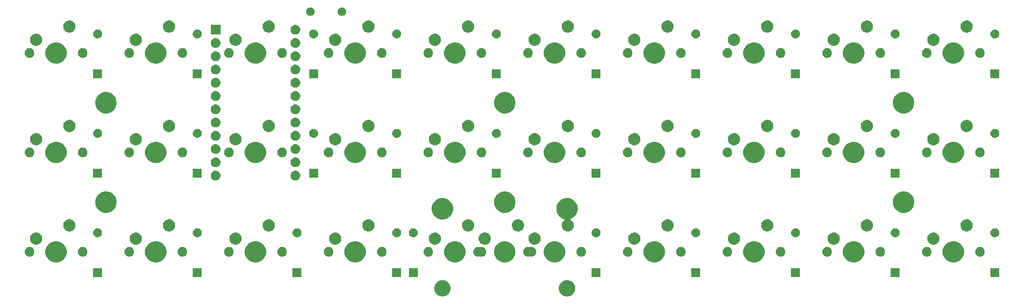
<source format=gbr>
G04 #@! TF.GenerationSoftware,KiCad,Pcbnew,(5.1.4)-1*
G04 #@! TF.CreationDate,2020-11-05T18:40:19-08:00*
G04 #@! TF.ProjectId,domino,646f6d69-6e6f-42e6-9b69-6361645f7063,rev?*
G04 #@! TF.SameCoordinates,Original*
G04 #@! TF.FileFunction,Soldermask,Bot*
G04 #@! TF.FilePolarity,Negative*
%FSLAX46Y46*%
G04 Gerber Fmt 4.6, Leading zero omitted, Abs format (unit mm)*
G04 Created by KiCad (PCBNEW (5.1.4)-1) date 2020-11-05 18:40:19*
%MOMM*%
%LPD*%
G04 APERTURE LIST*
%ADD10C,0.100000*%
G04 APERTURE END LIST*
D10*
G36*
X120957267Y-66559013D02*
G01*
X121109411Y-66589276D01*
X121228137Y-66638454D01*
X121396041Y-66708002D01*
X121396042Y-66708003D01*
X121654004Y-66880367D01*
X121873383Y-67099746D01*
X121988553Y-67272111D01*
X122045748Y-67357709D01*
X122164474Y-67644340D01*
X122225000Y-67948625D01*
X122225000Y-68258875D01*
X122164474Y-68563160D01*
X122045748Y-68849791D01*
X122045747Y-68849792D01*
X121873383Y-69107754D01*
X121654004Y-69327133D01*
X121481639Y-69442303D01*
X121396041Y-69499498D01*
X121228137Y-69569046D01*
X121109411Y-69618224D01*
X120805125Y-69678750D01*
X120494875Y-69678750D01*
X120190589Y-69618224D01*
X120071863Y-69569046D01*
X119903959Y-69499498D01*
X119818361Y-69442303D01*
X119645996Y-69327133D01*
X119426617Y-69107754D01*
X119254253Y-68849792D01*
X119254252Y-68849791D01*
X119135526Y-68563160D01*
X119075000Y-68258875D01*
X119075000Y-67948625D01*
X119135526Y-67644340D01*
X119254252Y-67357709D01*
X119311447Y-67272111D01*
X119426617Y-67099746D01*
X119645996Y-66880367D01*
X119903958Y-66708003D01*
X119903959Y-66708002D01*
X120071863Y-66638454D01*
X120190589Y-66589276D01*
X120342733Y-66559013D01*
X120494875Y-66528750D01*
X120805125Y-66528750D01*
X120957267Y-66559013D01*
X120957267Y-66559013D01*
G37*
G36*
X97144767Y-66559013D02*
G01*
X97296911Y-66589276D01*
X97415637Y-66638454D01*
X97583541Y-66708002D01*
X97583542Y-66708003D01*
X97841504Y-66880367D01*
X98060883Y-67099746D01*
X98176053Y-67272111D01*
X98233248Y-67357709D01*
X98351974Y-67644340D01*
X98412500Y-67948625D01*
X98412500Y-68258875D01*
X98351974Y-68563160D01*
X98233248Y-68849791D01*
X98233247Y-68849792D01*
X98060883Y-69107754D01*
X97841504Y-69327133D01*
X97669139Y-69442303D01*
X97583541Y-69499498D01*
X97415637Y-69569046D01*
X97296911Y-69618224D01*
X96992625Y-69678750D01*
X96682375Y-69678750D01*
X96378089Y-69618224D01*
X96259363Y-69569046D01*
X96091459Y-69499498D01*
X96005861Y-69442303D01*
X95833496Y-69327133D01*
X95614117Y-69107754D01*
X95441753Y-68849792D01*
X95441752Y-68849791D01*
X95323026Y-68563160D01*
X95262500Y-68258875D01*
X95262500Y-67948625D01*
X95323026Y-67644340D01*
X95441752Y-67357709D01*
X95498947Y-67272111D01*
X95614117Y-67099746D01*
X95833496Y-66880367D01*
X96091458Y-66708003D01*
X96091459Y-66708002D01*
X96259363Y-66638454D01*
X96378089Y-66589276D01*
X96530233Y-66559013D01*
X96682375Y-66528750D01*
X96992625Y-66528750D01*
X97144767Y-66559013D01*
X97144767Y-66559013D01*
G37*
G36*
X88957250Y-65938500D02*
G01*
X87255250Y-65938500D01*
X87255250Y-64236500D01*
X88957250Y-64236500D01*
X88957250Y-65938500D01*
X88957250Y-65938500D01*
G37*
G36*
X92132250Y-65938500D02*
G01*
X90430250Y-65938500D01*
X90430250Y-64236500D01*
X92132250Y-64236500D01*
X92132250Y-65938500D01*
X92132250Y-65938500D01*
G37*
G36*
X127057250Y-65938500D02*
G01*
X125355250Y-65938500D01*
X125355250Y-64236500D01*
X127057250Y-64236500D01*
X127057250Y-65938500D01*
X127057250Y-65938500D01*
G37*
G36*
X69907250Y-65938500D02*
G01*
X68205250Y-65938500D01*
X68205250Y-64236500D01*
X69907250Y-64236500D01*
X69907250Y-65938500D01*
X69907250Y-65938500D01*
G37*
G36*
X50857250Y-65938500D02*
G01*
X49155250Y-65938500D01*
X49155250Y-64236500D01*
X50857250Y-64236500D01*
X50857250Y-65938500D01*
X50857250Y-65938500D01*
G37*
G36*
X31807250Y-65938500D02*
G01*
X30105250Y-65938500D01*
X30105250Y-64236500D01*
X31807250Y-64236500D01*
X31807250Y-65938500D01*
X31807250Y-65938500D01*
G37*
G36*
X184207250Y-65938500D02*
G01*
X182505250Y-65938500D01*
X182505250Y-64236500D01*
X184207250Y-64236500D01*
X184207250Y-65938500D01*
X184207250Y-65938500D01*
G37*
G36*
X165157250Y-65938500D02*
G01*
X163455250Y-65938500D01*
X163455250Y-64236500D01*
X165157250Y-64236500D01*
X165157250Y-65938500D01*
X165157250Y-65938500D01*
G37*
G36*
X203257250Y-65938500D02*
G01*
X201555250Y-65938500D01*
X201555250Y-64236500D01*
X203257250Y-64236500D01*
X203257250Y-65938500D01*
X203257250Y-65938500D01*
G37*
G36*
X146107250Y-65938500D02*
G01*
X144405250Y-65938500D01*
X144405250Y-64236500D01*
X146107250Y-64236500D01*
X146107250Y-65938500D01*
X146107250Y-65938500D01*
G37*
G36*
X137915224Y-59152434D02*
G01*
X138133224Y-59242733D01*
X138287373Y-59306583D01*
X138622298Y-59530373D01*
X138907127Y-59815202D01*
X139130917Y-60150127D01*
X139166183Y-60235268D01*
X139285066Y-60522276D01*
X139363650Y-60917344D01*
X139363650Y-61320156D01*
X139285066Y-61715224D01*
X139234201Y-61838022D01*
X139130917Y-62087373D01*
X138907127Y-62422298D01*
X138622298Y-62707127D01*
X138287373Y-62930917D01*
X138133224Y-62994767D01*
X137915224Y-63085066D01*
X137520156Y-63163650D01*
X137117344Y-63163650D01*
X136722276Y-63085066D01*
X136504276Y-62994767D01*
X136350127Y-62930917D01*
X136015202Y-62707127D01*
X135730373Y-62422298D01*
X135506583Y-62087373D01*
X135403299Y-61838022D01*
X135352434Y-61715224D01*
X135273850Y-61320156D01*
X135273850Y-60917344D01*
X135352434Y-60522276D01*
X135471317Y-60235268D01*
X135506583Y-60150127D01*
X135730373Y-59815202D01*
X136015202Y-59530373D01*
X136350127Y-59306583D01*
X136504276Y-59242733D01*
X136722276Y-59152434D01*
X137117344Y-59073850D01*
X137520156Y-59073850D01*
X137915224Y-59152434D01*
X137915224Y-59152434D01*
G37*
G36*
X23615224Y-59152434D02*
G01*
X23833224Y-59242733D01*
X23987373Y-59306583D01*
X24322298Y-59530373D01*
X24607127Y-59815202D01*
X24830917Y-60150127D01*
X24866183Y-60235268D01*
X24985066Y-60522276D01*
X25063650Y-60917344D01*
X25063650Y-61320156D01*
X24985066Y-61715224D01*
X24934201Y-61838022D01*
X24830917Y-62087373D01*
X24607127Y-62422298D01*
X24322298Y-62707127D01*
X23987373Y-62930917D01*
X23833224Y-62994767D01*
X23615224Y-63085066D01*
X23220156Y-63163650D01*
X22817344Y-63163650D01*
X22422276Y-63085066D01*
X22204276Y-62994767D01*
X22050127Y-62930917D01*
X21715202Y-62707127D01*
X21430373Y-62422298D01*
X21206583Y-62087373D01*
X21103299Y-61838022D01*
X21052434Y-61715224D01*
X20973850Y-61320156D01*
X20973850Y-60917344D01*
X21052434Y-60522276D01*
X21171317Y-60235268D01*
X21206583Y-60150127D01*
X21430373Y-59815202D01*
X21715202Y-59530373D01*
X22050127Y-59306583D01*
X22204276Y-59242733D01*
X22422276Y-59152434D01*
X22817344Y-59073850D01*
X23220156Y-59073850D01*
X23615224Y-59152434D01*
X23615224Y-59152434D01*
G37*
G36*
X42665224Y-59152434D02*
G01*
X42883224Y-59242733D01*
X43037373Y-59306583D01*
X43372298Y-59530373D01*
X43657127Y-59815202D01*
X43880917Y-60150127D01*
X43916183Y-60235268D01*
X44035066Y-60522276D01*
X44113650Y-60917344D01*
X44113650Y-61320156D01*
X44035066Y-61715224D01*
X43984201Y-61838022D01*
X43880917Y-62087373D01*
X43657127Y-62422298D01*
X43372298Y-62707127D01*
X43037373Y-62930917D01*
X42883224Y-62994767D01*
X42665224Y-63085066D01*
X42270156Y-63163650D01*
X41867344Y-63163650D01*
X41472276Y-63085066D01*
X41254276Y-62994767D01*
X41100127Y-62930917D01*
X40765202Y-62707127D01*
X40480373Y-62422298D01*
X40256583Y-62087373D01*
X40153299Y-61838022D01*
X40102434Y-61715224D01*
X40023850Y-61320156D01*
X40023850Y-60917344D01*
X40102434Y-60522276D01*
X40221317Y-60235268D01*
X40256583Y-60150127D01*
X40480373Y-59815202D01*
X40765202Y-59530373D01*
X41100127Y-59306583D01*
X41254276Y-59242733D01*
X41472276Y-59152434D01*
X41867344Y-59073850D01*
X42270156Y-59073850D01*
X42665224Y-59152434D01*
X42665224Y-59152434D01*
G37*
G36*
X61715224Y-59152434D02*
G01*
X61933224Y-59242733D01*
X62087373Y-59306583D01*
X62422298Y-59530373D01*
X62707127Y-59815202D01*
X62930917Y-60150127D01*
X62966183Y-60235268D01*
X63085066Y-60522276D01*
X63163650Y-60917344D01*
X63163650Y-61320156D01*
X63085066Y-61715224D01*
X63034201Y-61838022D01*
X62930917Y-62087373D01*
X62707127Y-62422298D01*
X62422298Y-62707127D01*
X62087373Y-62930917D01*
X61933224Y-62994767D01*
X61715224Y-63085066D01*
X61320156Y-63163650D01*
X60917344Y-63163650D01*
X60522276Y-63085066D01*
X60304276Y-62994767D01*
X60150127Y-62930917D01*
X59815202Y-62707127D01*
X59530373Y-62422298D01*
X59306583Y-62087373D01*
X59203299Y-61838022D01*
X59152434Y-61715224D01*
X59073850Y-61320156D01*
X59073850Y-60917344D01*
X59152434Y-60522276D01*
X59271317Y-60235268D01*
X59306583Y-60150127D01*
X59530373Y-59815202D01*
X59815202Y-59530373D01*
X60150127Y-59306583D01*
X60304276Y-59242733D01*
X60522276Y-59152434D01*
X60917344Y-59073850D01*
X61320156Y-59073850D01*
X61715224Y-59152434D01*
X61715224Y-59152434D01*
G37*
G36*
X195065224Y-59152434D02*
G01*
X195283224Y-59242733D01*
X195437373Y-59306583D01*
X195772298Y-59530373D01*
X196057127Y-59815202D01*
X196280917Y-60150127D01*
X196316183Y-60235268D01*
X196435066Y-60522276D01*
X196513650Y-60917344D01*
X196513650Y-61320156D01*
X196435066Y-61715224D01*
X196384201Y-61838022D01*
X196280917Y-62087373D01*
X196057127Y-62422298D01*
X195772298Y-62707127D01*
X195437373Y-62930917D01*
X195283224Y-62994767D01*
X195065224Y-63085066D01*
X194670156Y-63163650D01*
X194267344Y-63163650D01*
X193872276Y-63085066D01*
X193654276Y-62994767D01*
X193500127Y-62930917D01*
X193165202Y-62707127D01*
X192880373Y-62422298D01*
X192656583Y-62087373D01*
X192553299Y-61838022D01*
X192502434Y-61715224D01*
X192423850Y-61320156D01*
X192423850Y-60917344D01*
X192502434Y-60522276D01*
X192621317Y-60235268D01*
X192656583Y-60150127D01*
X192880373Y-59815202D01*
X193165202Y-59530373D01*
X193500127Y-59306583D01*
X193654276Y-59242733D01*
X193872276Y-59152434D01*
X194267344Y-59073850D01*
X194670156Y-59073850D01*
X195065224Y-59152434D01*
X195065224Y-59152434D01*
G37*
G36*
X176015224Y-59152434D02*
G01*
X176233224Y-59242733D01*
X176387373Y-59306583D01*
X176722298Y-59530373D01*
X177007127Y-59815202D01*
X177230917Y-60150127D01*
X177266183Y-60235268D01*
X177385066Y-60522276D01*
X177463650Y-60917344D01*
X177463650Y-61320156D01*
X177385066Y-61715224D01*
X177334201Y-61838022D01*
X177230917Y-62087373D01*
X177007127Y-62422298D01*
X176722298Y-62707127D01*
X176387373Y-62930917D01*
X176233224Y-62994767D01*
X176015224Y-63085066D01*
X175620156Y-63163650D01*
X175217344Y-63163650D01*
X174822276Y-63085066D01*
X174604276Y-62994767D01*
X174450127Y-62930917D01*
X174115202Y-62707127D01*
X173830373Y-62422298D01*
X173606583Y-62087373D01*
X173503299Y-61838022D01*
X173452434Y-61715224D01*
X173373850Y-61320156D01*
X173373850Y-60917344D01*
X173452434Y-60522276D01*
X173571317Y-60235268D01*
X173606583Y-60150127D01*
X173830373Y-59815202D01*
X174115202Y-59530373D01*
X174450127Y-59306583D01*
X174604276Y-59242733D01*
X174822276Y-59152434D01*
X175217344Y-59073850D01*
X175620156Y-59073850D01*
X176015224Y-59152434D01*
X176015224Y-59152434D01*
G37*
G36*
X156965224Y-59152434D02*
G01*
X157183224Y-59242733D01*
X157337373Y-59306583D01*
X157672298Y-59530373D01*
X157957127Y-59815202D01*
X158180917Y-60150127D01*
X158216183Y-60235268D01*
X158335066Y-60522276D01*
X158413650Y-60917344D01*
X158413650Y-61320156D01*
X158335066Y-61715224D01*
X158284201Y-61838022D01*
X158180917Y-62087373D01*
X157957127Y-62422298D01*
X157672298Y-62707127D01*
X157337373Y-62930917D01*
X157183224Y-62994767D01*
X156965224Y-63085066D01*
X156570156Y-63163650D01*
X156167344Y-63163650D01*
X155772276Y-63085066D01*
X155554276Y-62994767D01*
X155400127Y-62930917D01*
X155065202Y-62707127D01*
X154780373Y-62422298D01*
X154556583Y-62087373D01*
X154453299Y-61838022D01*
X154402434Y-61715224D01*
X154323850Y-61320156D01*
X154323850Y-60917344D01*
X154402434Y-60522276D01*
X154521317Y-60235268D01*
X154556583Y-60150127D01*
X154780373Y-59815202D01*
X155065202Y-59530373D01*
X155400127Y-59306583D01*
X155554276Y-59242733D01*
X155772276Y-59152434D01*
X156167344Y-59073850D01*
X156570156Y-59073850D01*
X156965224Y-59152434D01*
X156965224Y-59152434D01*
G37*
G36*
X118865224Y-59152434D02*
G01*
X119083224Y-59242733D01*
X119237373Y-59306583D01*
X119572298Y-59530373D01*
X119857127Y-59815202D01*
X120080917Y-60150127D01*
X120116183Y-60235268D01*
X120235066Y-60522276D01*
X120313650Y-60917344D01*
X120313650Y-61320156D01*
X120235066Y-61715224D01*
X120184201Y-61838022D01*
X120080917Y-62087373D01*
X119857127Y-62422298D01*
X119572298Y-62707127D01*
X119237373Y-62930917D01*
X119083224Y-62994767D01*
X118865224Y-63085066D01*
X118470156Y-63163650D01*
X118067344Y-63163650D01*
X117672276Y-63085066D01*
X117454276Y-62994767D01*
X117300127Y-62930917D01*
X116965202Y-62707127D01*
X116680373Y-62422298D01*
X116456583Y-62087373D01*
X116353299Y-61838022D01*
X116302434Y-61715224D01*
X116223850Y-61320156D01*
X116223850Y-60917344D01*
X116302434Y-60522276D01*
X116421317Y-60235268D01*
X116456583Y-60150127D01*
X116680373Y-59815202D01*
X116965202Y-59530373D01*
X117300127Y-59306583D01*
X117454276Y-59242733D01*
X117672276Y-59152434D01*
X118067344Y-59073850D01*
X118470156Y-59073850D01*
X118865224Y-59152434D01*
X118865224Y-59152434D01*
G37*
G36*
X109340224Y-59152434D02*
G01*
X109558224Y-59242733D01*
X109712373Y-59306583D01*
X110047298Y-59530373D01*
X110332127Y-59815202D01*
X110555917Y-60150127D01*
X110591183Y-60235268D01*
X110710066Y-60522276D01*
X110788650Y-60917344D01*
X110788650Y-61320156D01*
X110710066Y-61715224D01*
X110659201Y-61838022D01*
X110555917Y-62087373D01*
X110332127Y-62422298D01*
X110047298Y-62707127D01*
X109712373Y-62930917D01*
X109558224Y-62994767D01*
X109340224Y-63085066D01*
X108945156Y-63163650D01*
X108542344Y-63163650D01*
X108147276Y-63085066D01*
X107929276Y-62994767D01*
X107775127Y-62930917D01*
X107440202Y-62707127D01*
X107155373Y-62422298D01*
X106931583Y-62087373D01*
X106828299Y-61838022D01*
X106777434Y-61715224D01*
X106698850Y-61320156D01*
X106698850Y-60917344D01*
X106777434Y-60522276D01*
X106896317Y-60235268D01*
X106931583Y-60150127D01*
X107155373Y-59815202D01*
X107440202Y-59530373D01*
X107775127Y-59306583D01*
X107929276Y-59242733D01*
X108147276Y-59152434D01*
X108542344Y-59073850D01*
X108945156Y-59073850D01*
X109340224Y-59152434D01*
X109340224Y-59152434D01*
G37*
G36*
X80765224Y-59152434D02*
G01*
X80983224Y-59242733D01*
X81137373Y-59306583D01*
X81472298Y-59530373D01*
X81757127Y-59815202D01*
X81980917Y-60150127D01*
X82016183Y-60235268D01*
X82135066Y-60522276D01*
X82213650Y-60917344D01*
X82213650Y-61320156D01*
X82135066Y-61715224D01*
X82084201Y-61838022D01*
X81980917Y-62087373D01*
X81757127Y-62422298D01*
X81472298Y-62707127D01*
X81137373Y-62930917D01*
X80983224Y-62994767D01*
X80765224Y-63085066D01*
X80370156Y-63163650D01*
X79967344Y-63163650D01*
X79572276Y-63085066D01*
X79354276Y-62994767D01*
X79200127Y-62930917D01*
X78865202Y-62707127D01*
X78580373Y-62422298D01*
X78356583Y-62087373D01*
X78253299Y-61838022D01*
X78202434Y-61715224D01*
X78123850Y-61320156D01*
X78123850Y-60917344D01*
X78202434Y-60522276D01*
X78321317Y-60235268D01*
X78356583Y-60150127D01*
X78580373Y-59815202D01*
X78865202Y-59530373D01*
X79200127Y-59306583D01*
X79354276Y-59242733D01*
X79572276Y-59152434D01*
X79967344Y-59073850D01*
X80370156Y-59073850D01*
X80765224Y-59152434D01*
X80765224Y-59152434D01*
G37*
G36*
X99815224Y-59152434D02*
G01*
X100033224Y-59242733D01*
X100187373Y-59306583D01*
X100522298Y-59530373D01*
X100807127Y-59815202D01*
X101030917Y-60150127D01*
X101066183Y-60235268D01*
X101185066Y-60522276D01*
X101263650Y-60917344D01*
X101263650Y-61320156D01*
X101185066Y-61715224D01*
X101134201Y-61838022D01*
X101030917Y-62087373D01*
X100807127Y-62422298D01*
X100522298Y-62707127D01*
X100187373Y-62930917D01*
X100033224Y-62994767D01*
X99815224Y-63085066D01*
X99420156Y-63163650D01*
X99017344Y-63163650D01*
X98622276Y-63085066D01*
X98404276Y-62994767D01*
X98250127Y-62930917D01*
X97915202Y-62707127D01*
X97630373Y-62422298D01*
X97406583Y-62087373D01*
X97303299Y-61838022D01*
X97252434Y-61715224D01*
X97173850Y-61320156D01*
X97173850Y-60917344D01*
X97252434Y-60522276D01*
X97371317Y-60235268D01*
X97406583Y-60150127D01*
X97630373Y-59815202D01*
X97915202Y-59530373D01*
X98250127Y-59306583D01*
X98404276Y-59242733D01*
X98622276Y-59152434D01*
X99017344Y-59073850D01*
X99420156Y-59073850D01*
X99815224Y-59152434D01*
X99815224Y-59152434D01*
G37*
G36*
X85518854Y-60228335D02*
G01*
X85687376Y-60298139D01*
X85839041Y-60399478D01*
X85968022Y-60528459D01*
X86069361Y-60680124D01*
X86139165Y-60848646D01*
X86174750Y-61027547D01*
X86174750Y-61209953D01*
X86139165Y-61388854D01*
X86069361Y-61557376D01*
X85968022Y-61709041D01*
X85839041Y-61838022D01*
X85687376Y-61939361D01*
X85518854Y-62009165D01*
X85339953Y-62044750D01*
X85157547Y-62044750D01*
X84978646Y-62009165D01*
X84810124Y-61939361D01*
X84658459Y-61838022D01*
X84529478Y-61709041D01*
X84428139Y-61557376D01*
X84358335Y-61388854D01*
X84322750Y-61209953D01*
X84322750Y-61027547D01*
X84358335Y-60848646D01*
X84428139Y-60680124D01*
X84529478Y-60528459D01*
X84658459Y-60399478D01*
X84810124Y-60298139D01*
X84978646Y-60228335D01*
X85157547Y-60192750D01*
X85339953Y-60192750D01*
X85518854Y-60228335D01*
X85518854Y-60228335D01*
G37*
G36*
X94408854Y-60228335D02*
G01*
X94577376Y-60298139D01*
X94729041Y-60399478D01*
X94858022Y-60528459D01*
X94959361Y-60680124D01*
X95029165Y-60848646D01*
X95064750Y-61027547D01*
X95064750Y-61209953D01*
X95029165Y-61388854D01*
X94959361Y-61557376D01*
X94858022Y-61709041D01*
X94729041Y-61838022D01*
X94577376Y-61939361D01*
X94408854Y-62009165D01*
X94229953Y-62044750D01*
X94047547Y-62044750D01*
X93868646Y-62009165D01*
X93700124Y-61939361D01*
X93548459Y-61838022D01*
X93419478Y-61709041D01*
X93318139Y-61557376D01*
X93248335Y-61388854D01*
X93212750Y-61209953D01*
X93212750Y-61027547D01*
X93248335Y-60848646D01*
X93318139Y-60680124D01*
X93419478Y-60528459D01*
X93548459Y-60399478D01*
X93700124Y-60298139D01*
X93868646Y-60228335D01*
X94047547Y-60192750D01*
X94229953Y-60192750D01*
X94408854Y-60228335D01*
X94408854Y-60228335D01*
G37*
G36*
X123618854Y-60228335D02*
G01*
X123787376Y-60298139D01*
X123939041Y-60399478D01*
X124068022Y-60528459D01*
X124169361Y-60680124D01*
X124239165Y-60848646D01*
X124274750Y-61027547D01*
X124274750Y-61209953D01*
X124239165Y-61388854D01*
X124169361Y-61557376D01*
X124068022Y-61709041D01*
X123939041Y-61838022D01*
X123787376Y-61939361D01*
X123618854Y-62009165D01*
X123439953Y-62044750D01*
X123257547Y-62044750D01*
X123078646Y-62009165D01*
X122910124Y-61939361D01*
X122758459Y-61838022D01*
X122629478Y-61709041D01*
X122528139Y-61557376D01*
X122458335Y-61388854D01*
X122422750Y-61209953D01*
X122422750Y-61027547D01*
X122458335Y-60848646D01*
X122528139Y-60680124D01*
X122629478Y-60528459D01*
X122758459Y-60399478D01*
X122910124Y-60298139D01*
X123078646Y-60228335D01*
X123257547Y-60192750D01*
X123439953Y-60192750D01*
X123618854Y-60228335D01*
X123618854Y-60228335D01*
G37*
G36*
X113458854Y-60228335D02*
G01*
X113458860Y-60228338D01*
X113459315Y-60228428D01*
X113481868Y-60235268D01*
X113506254Y-60237669D01*
X113530640Y-60235266D01*
X113553185Y-60228428D01*
X113553640Y-60228338D01*
X113553646Y-60228335D01*
X113732547Y-60192750D01*
X113914953Y-60192750D01*
X114093854Y-60228335D01*
X114262376Y-60298139D01*
X114414041Y-60399478D01*
X114543022Y-60528459D01*
X114644361Y-60680124D01*
X114714165Y-60848646D01*
X114749750Y-61027547D01*
X114749750Y-61209953D01*
X114714165Y-61388854D01*
X114644361Y-61557376D01*
X114543022Y-61709041D01*
X114414041Y-61838022D01*
X114262376Y-61939361D01*
X114093854Y-62009165D01*
X113914953Y-62044750D01*
X113732547Y-62044750D01*
X113553646Y-62009165D01*
X113553640Y-62009162D01*
X113553185Y-62009072D01*
X113530632Y-62002232D01*
X113506246Y-61999831D01*
X113481860Y-62002234D01*
X113459315Y-62009072D01*
X113458860Y-62009162D01*
X113458854Y-62009165D01*
X113279953Y-62044750D01*
X113097547Y-62044750D01*
X112918646Y-62009165D01*
X112750124Y-61939361D01*
X112598459Y-61838022D01*
X112469478Y-61709041D01*
X112368139Y-61557376D01*
X112298335Y-61388854D01*
X112262750Y-61209953D01*
X112262750Y-61027547D01*
X112298335Y-60848646D01*
X112368139Y-60680124D01*
X112469478Y-60528459D01*
X112598459Y-60399478D01*
X112750124Y-60298139D01*
X112918646Y-60228335D01*
X113097547Y-60192750D01*
X113279953Y-60192750D01*
X113458854Y-60228335D01*
X113458854Y-60228335D01*
G37*
G36*
X103933854Y-60228335D02*
G01*
X103933860Y-60228338D01*
X103934315Y-60228428D01*
X103956868Y-60235268D01*
X103981254Y-60237669D01*
X104005640Y-60235266D01*
X104028185Y-60228428D01*
X104028640Y-60228338D01*
X104028646Y-60228335D01*
X104207547Y-60192750D01*
X104389953Y-60192750D01*
X104568854Y-60228335D01*
X104737376Y-60298139D01*
X104889041Y-60399478D01*
X105018022Y-60528459D01*
X105119361Y-60680124D01*
X105189165Y-60848646D01*
X105224750Y-61027547D01*
X105224750Y-61209953D01*
X105189165Y-61388854D01*
X105119361Y-61557376D01*
X105018022Y-61709041D01*
X104889041Y-61838022D01*
X104737376Y-61939361D01*
X104568854Y-62009165D01*
X104389953Y-62044750D01*
X104207547Y-62044750D01*
X104028646Y-62009165D01*
X104028640Y-62009162D01*
X104028185Y-62009072D01*
X104005632Y-62002232D01*
X103981246Y-61999831D01*
X103956860Y-62002234D01*
X103934315Y-62009072D01*
X103933860Y-62009162D01*
X103933854Y-62009165D01*
X103754953Y-62044750D01*
X103572547Y-62044750D01*
X103393646Y-62009165D01*
X103225124Y-61939361D01*
X103073459Y-61838022D01*
X102944478Y-61709041D01*
X102843139Y-61557376D01*
X102773335Y-61388854D01*
X102737750Y-61209953D01*
X102737750Y-61027547D01*
X102773335Y-60848646D01*
X102843139Y-60680124D01*
X102944478Y-60528459D01*
X103073459Y-60399478D01*
X103225124Y-60298139D01*
X103393646Y-60228335D01*
X103572547Y-60192750D01*
X103754953Y-60192750D01*
X103933854Y-60228335D01*
X103933854Y-60228335D01*
G37*
G36*
X28368854Y-60228335D02*
G01*
X28537376Y-60298139D01*
X28689041Y-60399478D01*
X28818022Y-60528459D01*
X28919361Y-60680124D01*
X28989165Y-60848646D01*
X29024750Y-61027547D01*
X29024750Y-61209953D01*
X28989165Y-61388854D01*
X28919361Y-61557376D01*
X28818022Y-61709041D01*
X28689041Y-61838022D01*
X28537376Y-61939361D01*
X28368854Y-62009165D01*
X28189953Y-62044750D01*
X28007547Y-62044750D01*
X27828646Y-62009165D01*
X27660124Y-61939361D01*
X27508459Y-61838022D01*
X27379478Y-61709041D01*
X27278139Y-61557376D01*
X27208335Y-61388854D01*
X27172750Y-61209953D01*
X27172750Y-61027547D01*
X27208335Y-60848646D01*
X27278139Y-60680124D01*
X27379478Y-60528459D01*
X27508459Y-60399478D01*
X27660124Y-60298139D01*
X27828646Y-60228335D01*
X28007547Y-60192750D01*
X28189953Y-60192750D01*
X28368854Y-60228335D01*
X28368854Y-60228335D01*
G37*
G36*
X18208854Y-60228335D02*
G01*
X18377376Y-60298139D01*
X18529041Y-60399478D01*
X18658022Y-60528459D01*
X18759361Y-60680124D01*
X18829165Y-60848646D01*
X18864750Y-61027547D01*
X18864750Y-61209953D01*
X18829165Y-61388854D01*
X18759361Y-61557376D01*
X18658022Y-61709041D01*
X18529041Y-61838022D01*
X18377376Y-61939361D01*
X18208854Y-62009165D01*
X18029953Y-62044750D01*
X17847547Y-62044750D01*
X17668646Y-62009165D01*
X17500124Y-61939361D01*
X17348459Y-61838022D01*
X17219478Y-61709041D01*
X17118139Y-61557376D01*
X17048335Y-61388854D01*
X17012750Y-61209953D01*
X17012750Y-61027547D01*
X17048335Y-60848646D01*
X17118139Y-60680124D01*
X17219478Y-60528459D01*
X17348459Y-60399478D01*
X17500124Y-60298139D01*
X17668646Y-60228335D01*
X17847547Y-60192750D01*
X18029953Y-60192750D01*
X18208854Y-60228335D01*
X18208854Y-60228335D01*
G37*
G36*
X37258854Y-60228335D02*
G01*
X37427376Y-60298139D01*
X37579041Y-60399478D01*
X37708022Y-60528459D01*
X37809361Y-60680124D01*
X37879165Y-60848646D01*
X37914750Y-61027547D01*
X37914750Y-61209953D01*
X37879165Y-61388854D01*
X37809361Y-61557376D01*
X37708022Y-61709041D01*
X37579041Y-61838022D01*
X37427376Y-61939361D01*
X37258854Y-62009165D01*
X37079953Y-62044750D01*
X36897547Y-62044750D01*
X36718646Y-62009165D01*
X36550124Y-61939361D01*
X36398459Y-61838022D01*
X36269478Y-61709041D01*
X36168139Y-61557376D01*
X36098335Y-61388854D01*
X36062750Y-61209953D01*
X36062750Y-61027547D01*
X36098335Y-60848646D01*
X36168139Y-60680124D01*
X36269478Y-60528459D01*
X36398459Y-60399478D01*
X36550124Y-60298139D01*
X36718646Y-60228335D01*
X36897547Y-60192750D01*
X37079953Y-60192750D01*
X37258854Y-60228335D01*
X37258854Y-60228335D01*
G37*
G36*
X47418854Y-60228335D02*
G01*
X47587376Y-60298139D01*
X47739041Y-60399478D01*
X47868022Y-60528459D01*
X47969361Y-60680124D01*
X48039165Y-60848646D01*
X48074750Y-61027547D01*
X48074750Y-61209953D01*
X48039165Y-61388854D01*
X47969361Y-61557376D01*
X47868022Y-61709041D01*
X47739041Y-61838022D01*
X47587376Y-61939361D01*
X47418854Y-62009165D01*
X47239953Y-62044750D01*
X47057547Y-62044750D01*
X46878646Y-62009165D01*
X46710124Y-61939361D01*
X46558459Y-61838022D01*
X46429478Y-61709041D01*
X46328139Y-61557376D01*
X46258335Y-61388854D01*
X46222750Y-61209953D01*
X46222750Y-61027547D01*
X46258335Y-60848646D01*
X46328139Y-60680124D01*
X46429478Y-60528459D01*
X46558459Y-60399478D01*
X46710124Y-60298139D01*
X46878646Y-60228335D01*
X47057547Y-60192750D01*
X47239953Y-60192750D01*
X47418854Y-60228335D01*
X47418854Y-60228335D01*
G37*
G36*
X56308854Y-60228335D02*
G01*
X56477376Y-60298139D01*
X56629041Y-60399478D01*
X56758022Y-60528459D01*
X56859361Y-60680124D01*
X56929165Y-60848646D01*
X56964750Y-61027547D01*
X56964750Y-61209953D01*
X56929165Y-61388854D01*
X56859361Y-61557376D01*
X56758022Y-61709041D01*
X56629041Y-61838022D01*
X56477376Y-61939361D01*
X56308854Y-62009165D01*
X56129953Y-62044750D01*
X55947547Y-62044750D01*
X55768646Y-62009165D01*
X55600124Y-61939361D01*
X55448459Y-61838022D01*
X55319478Y-61709041D01*
X55218139Y-61557376D01*
X55148335Y-61388854D01*
X55112750Y-61209953D01*
X55112750Y-61027547D01*
X55148335Y-60848646D01*
X55218139Y-60680124D01*
X55319478Y-60528459D01*
X55448459Y-60399478D01*
X55600124Y-60298139D01*
X55768646Y-60228335D01*
X55947547Y-60192750D01*
X56129953Y-60192750D01*
X56308854Y-60228335D01*
X56308854Y-60228335D01*
G37*
G36*
X66468854Y-60228335D02*
G01*
X66637376Y-60298139D01*
X66789041Y-60399478D01*
X66918022Y-60528459D01*
X67019361Y-60680124D01*
X67089165Y-60848646D01*
X67124750Y-61027547D01*
X67124750Y-61209953D01*
X67089165Y-61388854D01*
X67019361Y-61557376D01*
X66918022Y-61709041D01*
X66789041Y-61838022D01*
X66637376Y-61939361D01*
X66468854Y-62009165D01*
X66289953Y-62044750D01*
X66107547Y-62044750D01*
X65928646Y-62009165D01*
X65760124Y-61939361D01*
X65608459Y-61838022D01*
X65479478Y-61709041D01*
X65378139Y-61557376D01*
X65308335Y-61388854D01*
X65272750Y-61209953D01*
X65272750Y-61027547D01*
X65308335Y-60848646D01*
X65378139Y-60680124D01*
X65479478Y-60528459D01*
X65608459Y-60399478D01*
X65760124Y-60298139D01*
X65928646Y-60228335D01*
X66107547Y-60192750D01*
X66289953Y-60192750D01*
X66468854Y-60228335D01*
X66468854Y-60228335D01*
G37*
G36*
X142668854Y-60228335D02*
G01*
X142837376Y-60298139D01*
X142989041Y-60399478D01*
X143118022Y-60528459D01*
X143219361Y-60680124D01*
X143289165Y-60848646D01*
X143324750Y-61027547D01*
X143324750Y-61209953D01*
X143289165Y-61388854D01*
X143219361Y-61557376D01*
X143118022Y-61709041D01*
X142989041Y-61838022D01*
X142837376Y-61939361D01*
X142668854Y-62009165D01*
X142489953Y-62044750D01*
X142307547Y-62044750D01*
X142128646Y-62009165D01*
X141960124Y-61939361D01*
X141808459Y-61838022D01*
X141679478Y-61709041D01*
X141578139Y-61557376D01*
X141508335Y-61388854D01*
X141472750Y-61209953D01*
X141472750Y-61027547D01*
X141508335Y-60848646D01*
X141578139Y-60680124D01*
X141679478Y-60528459D01*
X141808459Y-60399478D01*
X141960124Y-60298139D01*
X142128646Y-60228335D01*
X142307547Y-60192750D01*
X142489953Y-60192750D01*
X142668854Y-60228335D01*
X142668854Y-60228335D01*
G37*
G36*
X170608854Y-60228335D02*
G01*
X170777376Y-60298139D01*
X170929041Y-60399478D01*
X171058022Y-60528459D01*
X171159361Y-60680124D01*
X171229165Y-60848646D01*
X171264750Y-61027547D01*
X171264750Y-61209953D01*
X171229165Y-61388854D01*
X171159361Y-61557376D01*
X171058022Y-61709041D01*
X170929041Y-61838022D01*
X170777376Y-61939361D01*
X170608854Y-62009165D01*
X170429953Y-62044750D01*
X170247547Y-62044750D01*
X170068646Y-62009165D01*
X169900124Y-61939361D01*
X169748459Y-61838022D01*
X169619478Y-61709041D01*
X169518139Y-61557376D01*
X169448335Y-61388854D01*
X169412750Y-61209953D01*
X169412750Y-61027547D01*
X169448335Y-60848646D01*
X169518139Y-60680124D01*
X169619478Y-60528459D01*
X169748459Y-60399478D01*
X169900124Y-60298139D01*
X170068646Y-60228335D01*
X170247547Y-60192750D01*
X170429953Y-60192750D01*
X170608854Y-60228335D01*
X170608854Y-60228335D01*
G37*
G36*
X151558854Y-60228335D02*
G01*
X151727376Y-60298139D01*
X151879041Y-60399478D01*
X152008022Y-60528459D01*
X152109361Y-60680124D01*
X152179165Y-60848646D01*
X152214750Y-61027547D01*
X152214750Y-61209953D01*
X152179165Y-61388854D01*
X152109361Y-61557376D01*
X152008022Y-61709041D01*
X151879041Y-61838022D01*
X151727376Y-61939361D01*
X151558854Y-62009165D01*
X151379953Y-62044750D01*
X151197547Y-62044750D01*
X151018646Y-62009165D01*
X150850124Y-61939361D01*
X150698459Y-61838022D01*
X150569478Y-61709041D01*
X150468139Y-61557376D01*
X150398335Y-61388854D01*
X150362750Y-61209953D01*
X150362750Y-61027547D01*
X150398335Y-60848646D01*
X150468139Y-60680124D01*
X150569478Y-60528459D01*
X150698459Y-60399478D01*
X150850124Y-60298139D01*
X151018646Y-60228335D01*
X151197547Y-60192750D01*
X151379953Y-60192750D01*
X151558854Y-60228335D01*
X151558854Y-60228335D01*
G37*
G36*
X161718854Y-60228335D02*
G01*
X161887376Y-60298139D01*
X162039041Y-60399478D01*
X162168022Y-60528459D01*
X162269361Y-60680124D01*
X162339165Y-60848646D01*
X162374750Y-61027547D01*
X162374750Y-61209953D01*
X162339165Y-61388854D01*
X162269361Y-61557376D01*
X162168022Y-61709041D01*
X162039041Y-61838022D01*
X161887376Y-61939361D01*
X161718854Y-62009165D01*
X161539953Y-62044750D01*
X161357547Y-62044750D01*
X161178646Y-62009165D01*
X161010124Y-61939361D01*
X160858459Y-61838022D01*
X160729478Y-61709041D01*
X160628139Y-61557376D01*
X160558335Y-61388854D01*
X160522750Y-61209953D01*
X160522750Y-61027547D01*
X160558335Y-60848646D01*
X160628139Y-60680124D01*
X160729478Y-60528459D01*
X160858459Y-60399478D01*
X161010124Y-60298139D01*
X161178646Y-60228335D01*
X161357547Y-60192750D01*
X161539953Y-60192750D01*
X161718854Y-60228335D01*
X161718854Y-60228335D01*
G37*
G36*
X132508854Y-60228335D02*
G01*
X132677376Y-60298139D01*
X132829041Y-60399478D01*
X132958022Y-60528459D01*
X133059361Y-60680124D01*
X133129165Y-60848646D01*
X133164750Y-61027547D01*
X133164750Y-61209953D01*
X133129165Y-61388854D01*
X133059361Y-61557376D01*
X132958022Y-61709041D01*
X132829041Y-61838022D01*
X132677376Y-61939361D01*
X132508854Y-62009165D01*
X132329953Y-62044750D01*
X132147547Y-62044750D01*
X131968646Y-62009165D01*
X131800124Y-61939361D01*
X131648459Y-61838022D01*
X131519478Y-61709041D01*
X131418139Y-61557376D01*
X131348335Y-61388854D01*
X131312750Y-61209953D01*
X131312750Y-61027547D01*
X131348335Y-60848646D01*
X131418139Y-60680124D01*
X131519478Y-60528459D01*
X131648459Y-60399478D01*
X131800124Y-60298139D01*
X131968646Y-60228335D01*
X132147547Y-60192750D01*
X132329953Y-60192750D01*
X132508854Y-60228335D01*
X132508854Y-60228335D01*
G37*
G36*
X75358854Y-60228335D02*
G01*
X75527376Y-60298139D01*
X75679041Y-60399478D01*
X75808022Y-60528459D01*
X75909361Y-60680124D01*
X75979165Y-60848646D01*
X76014750Y-61027547D01*
X76014750Y-61209953D01*
X75979165Y-61388854D01*
X75909361Y-61557376D01*
X75808022Y-61709041D01*
X75679041Y-61838022D01*
X75527376Y-61939361D01*
X75358854Y-62009165D01*
X75179953Y-62044750D01*
X74997547Y-62044750D01*
X74818646Y-62009165D01*
X74650124Y-61939361D01*
X74498459Y-61838022D01*
X74369478Y-61709041D01*
X74268139Y-61557376D01*
X74198335Y-61388854D01*
X74162750Y-61209953D01*
X74162750Y-61027547D01*
X74198335Y-60848646D01*
X74268139Y-60680124D01*
X74369478Y-60528459D01*
X74498459Y-60399478D01*
X74650124Y-60298139D01*
X74818646Y-60228335D01*
X74997547Y-60192750D01*
X75179953Y-60192750D01*
X75358854Y-60228335D01*
X75358854Y-60228335D01*
G37*
G36*
X180768854Y-60228335D02*
G01*
X180937376Y-60298139D01*
X181089041Y-60399478D01*
X181218022Y-60528459D01*
X181319361Y-60680124D01*
X181389165Y-60848646D01*
X181424750Y-61027547D01*
X181424750Y-61209953D01*
X181389165Y-61388854D01*
X181319361Y-61557376D01*
X181218022Y-61709041D01*
X181089041Y-61838022D01*
X180937376Y-61939361D01*
X180768854Y-62009165D01*
X180589953Y-62044750D01*
X180407547Y-62044750D01*
X180228646Y-62009165D01*
X180060124Y-61939361D01*
X179908459Y-61838022D01*
X179779478Y-61709041D01*
X179678139Y-61557376D01*
X179608335Y-61388854D01*
X179572750Y-61209953D01*
X179572750Y-61027547D01*
X179608335Y-60848646D01*
X179678139Y-60680124D01*
X179779478Y-60528459D01*
X179908459Y-60399478D01*
X180060124Y-60298139D01*
X180228646Y-60228335D01*
X180407547Y-60192750D01*
X180589953Y-60192750D01*
X180768854Y-60228335D01*
X180768854Y-60228335D01*
G37*
G36*
X199818854Y-60228335D02*
G01*
X199987376Y-60298139D01*
X200139041Y-60399478D01*
X200268022Y-60528459D01*
X200369361Y-60680124D01*
X200439165Y-60848646D01*
X200474750Y-61027547D01*
X200474750Y-61209953D01*
X200439165Y-61388854D01*
X200369361Y-61557376D01*
X200268022Y-61709041D01*
X200139041Y-61838022D01*
X199987376Y-61939361D01*
X199818854Y-62009165D01*
X199639953Y-62044750D01*
X199457547Y-62044750D01*
X199278646Y-62009165D01*
X199110124Y-61939361D01*
X198958459Y-61838022D01*
X198829478Y-61709041D01*
X198728139Y-61557376D01*
X198658335Y-61388854D01*
X198622750Y-61209953D01*
X198622750Y-61027547D01*
X198658335Y-60848646D01*
X198728139Y-60680124D01*
X198829478Y-60528459D01*
X198958459Y-60399478D01*
X199110124Y-60298139D01*
X199278646Y-60228335D01*
X199457547Y-60192750D01*
X199639953Y-60192750D01*
X199818854Y-60228335D01*
X199818854Y-60228335D01*
G37*
G36*
X189658854Y-60228335D02*
G01*
X189827376Y-60298139D01*
X189979041Y-60399478D01*
X190108022Y-60528459D01*
X190209361Y-60680124D01*
X190279165Y-60848646D01*
X190314750Y-61027547D01*
X190314750Y-61209953D01*
X190279165Y-61388854D01*
X190209361Y-61557376D01*
X190108022Y-61709041D01*
X189979041Y-61838022D01*
X189827376Y-61939361D01*
X189658854Y-62009165D01*
X189479953Y-62044750D01*
X189297547Y-62044750D01*
X189118646Y-62009165D01*
X188950124Y-61939361D01*
X188798459Y-61838022D01*
X188669478Y-61709041D01*
X188568139Y-61557376D01*
X188498335Y-61388854D01*
X188462750Y-61209953D01*
X188462750Y-61027547D01*
X188498335Y-60848646D01*
X188568139Y-60680124D01*
X188669478Y-60528459D01*
X188798459Y-60399478D01*
X188950124Y-60298139D01*
X189118646Y-60228335D01*
X189297547Y-60192750D01*
X189479953Y-60192750D01*
X189658854Y-60228335D01*
X189658854Y-60228335D01*
G37*
G36*
X152750310Y-57417814D02*
G01*
X152901777Y-57447943D01*
X153115795Y-57536592D01*
X153115796Y-57536593D01*
X153308404Y-57665289D01*
X153472211Y-57829096D01*
X153548036Y-57942576D01*
X153600908Y-58021705D01*
X153689557Y-58235723D01*
X153734750Y-58462924D01*
X153734750Y-58694576D01*
X153689557Y-58921777D01*
X153600908Y-59135795D01*
X153600907Y-59135796D01*
X153472211Y-59328404D01*
X153308404Y-59492211D01*
X153251290Y-59530373D01*
X153115795Y-59620908D01*
X152901777Y-59709557D01*
X152750310Y-59739686D01*
X152674577Y-59754750D01*
X152442923Y-59754750D01*
X152367190Y-59739686D01*
X152215723Y-59709557D01*
X152001705Y-59620908D01*
X151866210Y-59530373D01*
X151809096Y-59492211D01*
X151645289Y-59328404D01*
X151516593Y-59135796D01*
X151516592Y-59135795D01*
X151427943Y-58921777D01*
X151382750Y-58694576D01*
X151382750Y-58462924D01*
X151427943Y-58235723D01*
X151516592Y-58021705D01*
X151569464Y-57942576D01*
X151645289Y-57829096D01*
X151809096Y-57665289D01*
X152001704Y-57536593D01*
X152001705Y-57536592D01*
X152215723Y-57447943D01*
X152367190Y-57417814D01*
X152442923Y-57402750D01*
X152674577Y-57402750D01*
X152750310Y-57417814D01*
X152750310Y-57417814D01*
G37*
G36*
X57500310Y-57417814D02*
G01*
X57651777Y-57447943D01*
X57865795Y-57536592D01*
X57865796Y-57536593D01*
X58058404Y-57665289D01*
X58222211Y-57829096D01*
X58298036Y-57942576D01*
X58350908Y-58021705D01*
X58439557Y-58235723D01*
X58484750Y-58462924D01*
X58484750Y-58694576D01*
X58439557Y-58921777D01*
X58350908Y-59135795D01*
X58350907Y-59135796D01*
X58222211Y-59328404D01*
X58058404Y-59492211D01*
X58001290Y-59530373D01*
X57865795Y-59620908D01*
X57651777Y-59709557D01*
X57500310Y-59739686D01*
X57424577Y-59754750D01*
X57192923Y-59754750D01*
X57117190Y-59739686D01*
X56965723Y-59709557D01*
X56751705Y-59620908D01*
X56616210Y-59530373D01*
X56559096Y-59492211D01*
X56395289Y-59328404D01*
X56266593Y-59135796D01*
X56266592Y-59135795D01*
X56177943Y-58921777D01*
X56132750Y-58694576D01*
X56132750Y-58462924D01*
X56177943Y-58235723D01*
X56266592Y-58021705D01*
X56319464Y-57942576D01*
X56395289Y-57829096D01*
X56559096Y-57665289D01*
X56751704Y-57536593D01*
X56751705Y-57536592D01*
X56965723Y-57447943D01*
X57117190Y-57417814D01*
X57192923Y-57402750D01*
X57424577Y-57402750D01*
X57500310Y-57417814D01*
X57500310Y-57417814D01*
G37*
G36*
X38450310Y-57417814D02*
G01*
X38601777Y-57447943D01*
X38815795Y-57536592D01*
X38815796Y-57536593D01*
X39008404Y-57665289D01*
X39172211Y-57829096D01*
X39248036Y-57942576D01*
X39300908Y-58021705D01*
X39389557Y-58235723D01*
X39434750Y-58462924D01*
X39434750Y-58694576D01*
X39389557Y-58921777D01*
X39300908Y-59135795D01*
X39300907Y-59135796D01*
X39172211Y-59328404D01*
X39008404Y-59492211D01*
X38951290Y-59530373D01*
X38815795Y-59620908D01*
X38601777Y-59709557D01*
X38450310Y-59739686D01*
X38374577Y-59754750D01*
X38142923Y-59754750D01*
X38067190Y-59739686D01*
X37915723Y-59709557D01*
X37701705Y-59620908D01*
X37566210Y-59530373D01*
X37509096Y-59492211D01*
X37345289Y-59328404D01*
X37216593Y-59135796D01*
X37216592Y-59135795D01*
X37127943Y-58921777D01*
X37082750Y-58694576D01*
X37082750Y-58462924D01*
X37127943Y-58235723D01*
X37216592Y-58021705D01*
X37269464Y-57942576D01*
X37345289Y-57829096D01*
X37509096Y-57665289D01*
X37701704Y-57536593D01*
X37701705Y-57536592D01*
X37915723Y-57447943D01*
X38067190Y-57417814D01*
X38142923Y-57402750D01*
X38374577Y-57402750D01*
X38450310Y-57417814D01*
X38450310Y-57417814D01*
G37*
G36*
X114650310Y-57417814D02*
G01*
X114801777Y-57447943D01*
X115015795Y-57536592D01*
X115015796Y-57536593D01*
X115208404Y-57665289D01*
X115372211Y-57829096D01*
X115448036Y-57942576D01*
X115500908Y-58021705D01*
X115589557Y-58235723D01*
X115634750Y-58462924D01*
X115634750Y-58694576D01*
X115589557Y-58921777D01*
X115500908Y-59135795D01*
X115500907Y-59135796D01*
X115372211Y-59328404D01*
X115208404Y-59492211D01*
X115151290Y-59530373D01*
X115015795Y-59620908D01*
X114801777Y-59709557D01*
X114650310Y-59739686D01*
X114574577Y-59754750D01*
X114342923Y-59754750D01*
X114267190Y-59739686D01*
X114115723Y-59709557D01*
X113901705Y-59620908D01*
X113766210Y-59530373D01*
X113709096Y-59492211D01*
X113545289Y-59328404D01*
X113416593Y-59135796D01*
X113416592Y-59135795D01*
X113327943Y-58921777D01*
X113282750Y-58694576D01*
X113282750Y-58462924D01*
X113327943Y-58235723D01*
X113416592Y-58021705D01*
X113469464Y-57942576D01*
X113545289Y-57829096D01*
X113709096Y-57665289D01*
X113901704Y-57536593D01*
X113901705Y-57536592D01*
X114115723Y-57447943D01*
X114267190Y-57417814D01*
X114342923Y-57402750D01*
X114574577Y-57402750D01*
X114650310Y-57417814D01*
X114650310Y-57417814D01*
G37*
G36*
X76550310Y-57417814D02*
G01*
X76701777Y-57447943D01*
X76915795Y-57536592D01*
X76915796Y-57536593D01*
X77108404Y-57665289D01*
X77272211Y-57829096D01*
X77348036Y-57942576D01*
X77400908Y-58021705D01*
X77489557Y-58235723D01*
X77534750Y-58462924D01*
X77534750Y-58694576D01*
X77489557Y-58921777D01*
X77400908Y-59135795D01*
X77400907Y-59135796D01*
X77272211Y-59328404D01*
X77108404Y-59492211D01*
X77051290Y-59530373D01*
X76915795Y-59620908D01*
X76701777Y-59709557D01*
X76550310Y-59739686D01*
X76474577Y-59754750D01*
X76242923Y-59754750D01*
X76167190Y-59739686D01*
X76015723Y-59709557D01*
X75801705Y-59620908D01*
X75666210Y-59530373D01*
X75609096Y-59492211D01*
X75445289Y-59328404D01*
X75316593Y-59135796D01*
X75316592Y-59135795D01*
X75227943Y-58921777D01*
X75182750Y-58694576D01*
X75182750Y-58462924D01*
X75227943Y-58235723D01*
X75316592Y-58021705D01*
X75369464Y-57942576D01*
X75445289Y-57829096D01*
X75609096Y-57665289D01*
X75801704Y-57536593D01*
X75801705Y-57536592D01*
X76015723Y-57447943D01*
X76167190Y-57417814D01*
X76242923Y-57402750D01*
X76474577Y-57402750D01*
X76550310Y-57417814D01*
X76550310Y-57417814D01*
G37*
G36*
X19400310Y-57417814D02*
G01*
X19551777Y-57447943D01*
X19765795Y-57536592D01*
X19765796Y-57536593D01*
X19958404Y-57665289D01*
X20122211Y-57829096D01*
X20198036Y-57942576D01*
X20250908Y-58021705D01*
X20339557Y-58235723D01*
X20384750Y-58462924D01*
X20384750Y-58694576D01*
X20339557Y-58921777D01*
X20250908Y-59135795D01*
X20250907Y-59135796D01*
X20122211Y-59328404D01*
X19958404Y-59492211D01*
X19901290Y-59530373D01*
X19765795Y-59620908D01*
X19551777Y-59709557D01*
X19400310Y-59739686D01*
X19324577Y-59754750D01*
X19092923Y-59754750D01*
X19017190Y-59739686D01*
X18865723Y-59709557D01*
X18651705Y-59620908D01*
X18516210Y-59530373D01*
X18459096Y-59492211D01*
X18295289Y-59328404D01*
X18166593Y-59135796D01*
X18166592Y-59135795D01*
X18077943Y-58921777D01*
X18032750Y-58694576D01*
X18032750Y-58462924D01*
X18077943Y-58235723D01*
X18166592Y-58021705D01*
X18219464Y-57942576D01*
X18295289Y-57829096D01*
X18459096Y-57665289D01*
X18651704Y-57536593D01*
X18651705Y-57536592D01*
X18865723Y-57447943D01*
X19017190Y-57417814D01*
X19092923Y-57402750D01*
X19324577Y-57402750D01*
X19400310Y-57417814D01*
X19400310Y-57417814D01*
G37*
G36*
X95600310Y-57417814D02*
G01*
X95751777Y-57447943D01*
X95965795Y-57536592D01*
X95965796Y-57536593D01*
X96158404Y-57665289D01*
X96322211Y-57829096D01*
X96398036Y-57942576D01*
X96450908Y-58021705D01*
X96539557Y-58235723D01*
X96584750Y-58462924D01*
X96584750Y-58694576D01*
X96539557Y-58921777D01*
X96450908Y-59135795D01*
X96450907Y-59135796D01*
X96322211Y-59328404D01*
X96158404Y-59492211D01*
X96101290Y-59530373D01*
X95965795Y-59620908D01*
X95751777Y-59709557D01*
X95600310Y-59739686D01*
X95524577Y-59754750D01*
X95292923Y-59754750D01*
X95217190Y-59739686D01*
X95065723Y-59709557D01*
X94851705Y-59620908D01*
X94716210Y-59530373D01*
X94659096Y-59492211D01*
X94495289Y-59328404D01*
X94366593Y-59135796D01*
X94366592Y-59135795D01*
X94277943Y-58921777D01*
X94232750Y-58694576D01*
X94232750Y-58462924D01*
X94277943Y-58235723D01*
X94366592Y-58021705D01*
X94419464Y-57942576D01*
X94495289Y-57829096D01*
X94659096Y-57665289D01*
X94851704Y-57536593D01*
X94851705Y-57536592D01*
X95065723Y-57447943D01*
X95217190Y-57417814D01*
X95292923Y-57402750D01*
X95524577Y-57402750D01*
X95600310Y-57417814D01*
X95600310Y-57417814D01*
G37*
G36*
X133700310Y-57417814D02*
G01*
X133851777Y-57447943D01*
X134065795Y-57536592D01*
X134065796Y-57536593D01*
X134258404Y-57665289D01*
X134422211Y-57829096D01*
X134498036Y-57942576D01*
X134550908Y-58021705D01*
X134639557Y-58235723D01*
X134684750Y-58462924D01*
X134684750Y-58694576D01*
X134639557Y-58921777D01*
X134550908Y-59135795D01*
X134550907Y-59135796D01*
X134422211Y-59328404D01*
X134258404Y-59492211D01*
X134201290Y-59530373D01*
X134065795Y-59620908D01*
X133851777Y-59709557D01*
X133700310Y-59739686D01*
X133624577Y-59754750D01*
X133392923Y-59754750D01*
X133317190Y-59739686D01*
X133165723Y-59709557D01*
X132951705Y-59620908D01*
X132816210Y-59530373D01*
X132759096Y-59492211D01*
X132595289Y-59328404D01*
X132466593Y-59135796D01*
X132466592Y-59135795D01*
X132377943Y-58921777D01*
X132332750Y-58694576D01*
X132332750Y-58462924D01*
X132377943Y-58235723D01*
X132466592Y-58021705D01*
X132519464Y-57942576D01*
X132595289Y-57829096D01*
X132759096Y-57665289D01*
X132951704Y-57536593D01*
X132951705Y-57536592D01*
X133165723Y-57447943D01*
X133317190Y-57417814D01*
X133392923Y-57402750D01*
X133624577Y-57402750D01*
X133700310Y-57417814D01*
X133700310Y-57417814D01*
G37*
G36*
X190850310Y-57417814D02*
G01*
X191001777Y-57447943D01*
X191215795Y-57536592D01*
X191215796Y-57536593D01*
X191408404Y-57665289D01*
X191572211Y-57829096D01*
X191648036Y-57942576D01*
X191700908Y-58021705D01*
X191789557Y-58235723D01*
X191834750Y-58462924D01*
X191834750Y-58694576D01*
X191789557Y-58921777D01*
X191700908Y-59135795D01*
X191700907Y-59135796D01*
X191572211Y-59328404D01*
X191408404Y-59492211D01*
X191351290Y-59530373D01*
X191215795Y-59620908D01*
X191001777Y-59709557D01*
X190850310Y-59739686D01*
X190774577Y-59754750D01*
X190542923Y-59754750D01*
X190467190Y-59739686D01*
X190315723Y-59709557D01*
X190101705Y-59620908D01*
X189966210Y-59530373D01*
X189909096Y-59492211D01*
X189745289Y-59328404D01*
X189616593Y-59135796D01*
X189616592Y-59135795D01*
X189527943Y-58921777D01*
X189482750Y-58694576D01*
X189482750Y-58462924D01*
X189527943Y-58235723D01*
X189616592Y-58021705D01*
X189669464Y-57942576D01*
X189745289Y-57829096D01*
X189909096Y-57665289D01*
X190101704Y-57536593D01*
X190101705Y-57536592D01*
X190315723Y-57447943D01*
X190467190Y-57417814D01*
X190542923Y-57402750D01*
X190774577Y-57402750D01*
X190850310Y-57417814D01*
X190850310Y-57417814D01*
G37*
G36*
X171800310Y-57417814D02*
G01*
X171951777Y-57447943D01*
X172165795Y-57536592D01*
X172165796Y-57536593D01*
X172358404Y-57665289D01*
X172522211Y-57829096D01*
X172598036Y-57942576D01*
X172650908Y-58021705D01*
X172739557Y-58235723D01*
X172784750Y-58462924D01*
X172784750Y-58694576D01*
X172739557Y-58921777D01*
X172650908Y-59135795D01*
X172650907Y-59135796D01*
X172522211Y-59328404D01*
X172358404Y-59492211D01*
X172301290Y-59530373D01*
X172165795Y-59620908D01*
X171951777Y-59709557D01*
X171800310Y-59739686D01*
X171724577Y-59754750D01*
X171492923Y-59754750D01*
X171417190Y-59739686D01*
X171265723Y-59709557D01*
X171051705Y-59620908D01*
X170916210Y-59530373D01*
X170859096Y-59492211D01*
X170695289Y-59328404D01*
X170566593Y-59135796D01*
X170566592Y-59135795D01*
X170477943Y-58921777D01*
X170432750Y-58694576D01*
X170432750Y-58462924D01*
X170477943Y-58235723D01*
X170566592Y-58021705D01*
X170619464Y-57942576D01*
X170695289Y-57829096D01*
X170859096Y-57665289D01*
X171051704Y-57536593D01*
X171051705Y-57536592D01*
X171265723Y-57447943D01*
X171417190Y-57417814D01*
X171492923Y-57402750D01*
X171724577Y-57402750D01*
X171800310Y-57417814D01*
X171800310Y-57417814D01*
G37*
G36*
X105125310Y-57417814D02*
G01*
X105276777Y-57447943D01*
X105490795Y-57536592D01*
X105490796Y-57536593D01*
X105683404Y-57665289D01*
X105847211Y-57829096D01*
X105923036Y-57942576D01*
X105975908Y-58021705D01*
X106064557Y-58235723D01*
X106109750Y-58462924D01*
X106109750Y-58694576D01*
X106064557Y-58921777D01*
X105975908Y-59135795D01*
X105975907Y-59135796D01*
X105847211Y-59328404D01*
X105683404Y-59492211D01*
X105626290Y-59530373D01*
X105490795Y-59620908D01*
X105276777Y-59709557D01*
X105125310Y-59739686D01*
X105049577Y-59754750D01*
X104817923Y-59754750D01*
X104742190Y-59739686D01*
X104590723Y-59709557D01*
X104376705Y-59620908D01*
X104241210Y-59530373D01*
X104184096Y-59492211D01*
X104020289Y-59328404D01*
X103891593Y-59135796D01*
X103891592Y-59135795D01*
X103802943Y-58921777D01*
X103757750Y-58694576D01*
X103757750Y-58462924D01*
X103802943Y-58235723D01*
X103891592Y-58021705D01*
X103944464Y-57942576D01*
X104020289Y-57829096D01*
X104184096Y-57665289D01*
X104376704Y-57536593D01*
X104376705Y-57536592D01*
X104590723Y-57447943D01*
X104742190Y-57417814D01*
X104817923Y-57402750D01*
X105049577Y-57402750D01*
X105125310Y-57417814D01*
X105125310Y-57417814D01*
G37*
G36*
X88273073Y-56628813D02*
G01*
X88433492Y-56677476D01*
X88566156Y-56748386D01*
X88581328Y-56756496D01*
X88710909Y-56862841D01*
X88817254Y-56992422D01*
X88817255Y-56992424D01*
X88896274Y-57140258D01*
X88944937Y-57300677D01*
X88961367Y-57467500D01*
X88944937Y-57634323D01*
X88896274Y-57794742D01*
X88877912Y-57829094D01*
X88817254Y-57942578D01*
X88710909Y-58072159D01*
X88581328Y-58178504D01*
X88581326Y-58178505D01*
X88433492Y-58257524D01*
X88273073Y-58306187D01*
X88148054Y-58318500D01*
X88064446Y-58318500D01*
X87939427Y-58306187D01*
X87779008Y-58257524D01*
X87631174Y-58178505D01*
X87631172Y-58178504D01*
X87501591Y-58072159D01*
X87395246Y-57942578D01*
X87334588Y-57829094D01*
X87316226Y-57794742D01*
X87267563Y-57634323D01*
X87251133Y-57467500D01*
X87267563Y-57300677D01*
X87316226Y-57140258D01*
X87395245Y-56992424D01*
X87395246Y-56992422D01*
X87501591Y-56862841D01*
X87631172Y-56756496D01*
X87646344Y-56748386D01*
X87779008Y-56677476D01*
X87939427Y-56628813D01*
X88064446Y-56616500D01*
X88148054Y-56616500D01*
X88273073Y-56628813D01*
X88273073Y-56628813D01*
G37*
G36*
X202573073Y-56628813D02*
G01*
X202733492Y-56677476D01*
X202866156Y-56748386D01*
X202881328Y-56756496D01*
X203010909Y-56862841D01*
X203117254Y-56992422D01*
X203117255Y-56992424D01*
X203196274Y-57140258D01*
X203244937Y-57300677D01*
X203261367Y-57467500D01*
X203244937Y-57634323D01*
X203196274Y-57794742D01*
X203177912Y-57829094D01*
X203117254Y-57942578D01*
X203010909Y-58072159D01*
X202881328Y-58178504D01*
X202881326Y-58178505D01*
X202733492Y-58257524D01*
X202573073Y-58306187D01*
X202448054Y-58318500D01*
X202364446Y-58318500D01*
X202239427Y-58306187D01*
X202079008Y-58257524D01*
X201931174Y-58178505D01*
X201931172Y-58178504D01*
X201801591Y-58072159D01*
X201695246Y-57942578D01*
X201634588Y-57829094D01*
X201616226Y-57794742D01*
X201567563Y-57634323D01*
X201551133Y-57467500D01*
X201567563Y-57300677D01*
X201616226Y-57140258D01*
X201695245Y-56992424D01*
X201695246Y-56992422D01*
X201801591Y-56862841D01*
X201931172Y-56756496D01*
X201946344Y-56748386D01*
X202079008Y-56677476D01*
X202239427Y-56628813D01*
X202364446Y-56616500D01*
X202448054Y-56616500D01*
X202573073Y-56628813D01*
X202573073Y-56628813D01*
G37*
G36*
X126373073Y-56628813D02*
G01*
X126533492Y-56677476D01*
X126666156Y-56748386D01*
X126681328Y-56756496D01*
X126810909Y-56862841D01*
X126917254Y-56992422D01*
X126917255Y-56992424D01*
X126996274Y-57140258D01*
X127044937Y-57300677D01*
X127061367Y-57467500D01*
X127044937Y-57634323D01*
X126996274Y-57794742D01*
X126977912Y-57829094D01*
X126917254Y-57942578D01*
X126810909Y-58072159D01*
X126681328Y-58178504D01*
X126681326Y-58178505D01*
X126533492Y-58257524D01*
X126373073Y-58306187D01*
X126248054Y-58318500D01*
X126164446Y-58318500D01*
X126039427Y-58306187D01*
X125879008Y-58257524D01*
X125731174Y-58178505D01*
X125731172Y-58178504D01*
X125601591Y-58072159D01*
X125495246Y-57942578D01*
X125434588Y-57829094D01*
X125416226Y-57794742D01*
X125367563Y-57634323D01*
X125351133Y-57467500D01*
X125367563Y-57300677D01*
X125416226Y-57140258D01*
X125495245Y-56992424D01*
X125495246Y-56992422D01*
X125601591Y-56862841D01*
X125731172Y-56756496D01*
X125746344Y-56748386D01*
X125879008Y-56677476D01*
X126039427Y-56628813D01*
X126164446Y-56616500D01*
X126248054Y-56616500D01*
X126373073Y-56628813D01*
X126373073Y-56628813D01*
G37*
G36*
X31123073Y-56628813D02*
G01*
X31283492Y-56677476D01*
X31416156Y-56748386D01*
X31431328Y-56756496D01*
X31560909Y-56862841D01*
X31667254Y-56992422D01*
X31667255Y-56992424D01*
X31746274Y-57140258D01*
X31794937Y-57300677D01*
X31811367Y-57467500D01*
X31794937Y-57634323D01*
X31746274Y-57794742D01*
X31727912Y-57829094D01*
X31667254Y-57942578D01*
X31560909Y-58072159D01*
X31431328Y-58178504D01*
X31431326Y-58178505D01*
X31283492Y-58257524D01*
X31123073Y-58306187D01*
X30998054Y-58318500D01*
X30914446Y-58318500D01*
X30789427Y-58306187D01*
X30629008Y-58257524D01*
X30481174Y-58178505D01*
X30481172Y-58178504D01*
X30351591Y-58072159D01*
X30245246Y-57942578D01*
X30184588Y-57829094D01*
X30166226Y-57794742D01*
X30117563Y-57634323D01*
X30101133Y-57467500D01*
X30117563Y-57300677D01*
X30166226Y-57140258D01*
X30245245Y-56992424D01*
X30245246Y-56992422D01*
X30351591Y-56862841D01*
X30481172Y-56756496D01*
X30496344Y-56748386D01*
X30629008Y-56677476D01*
X30789427Y-56628813D01*
X30914446Y-56616500D01*
X30998054Y-56616500D01*
X31123073Y-56628813D01*
X31123073Y-56628813D01*
G37*
G36*
X50173073Y-56628813D02*
G01*
X50333492Y-56677476D01*
X50466156Y-56748386D01*
X50481328Y-56756496D01*
X50610909Y-56862841D01*
X50717254Y-56992422D01*
X50717255Y-56992424D01*
X50796274Y-57140258D01*
X50844937Y-57300677D01*
X50861367Y-57467500D01*
X50844937Y-57634323D01*
X50796274Y-57794742D01*
X50777912Y-57829094D01*
X50717254Y-57942578D01*
X50610909Y-58072159D01*
X50481328Y-58178504D01*
X50481326Y-58178505D01*
X50333492Y-58257524D01*
X50173073Y-58306187D01*
X50048054Y-58318500D01*
X49964446Y-58318500D01*
X49839427Y-58306187D01*
X49679008Y-58257524D01*
X49531174Y-58178505D01*
X49531172Y-58178504D01*
X49401591Y-58072159D01*
X49295246Y-57942578D01*
X49234588Y-57829094D01*
X49216226Y-57794742D01*
X49167563Y-57634323D01*
X49151133Y-57467500D01*
X49167563Y-57300677D01*
X49216226Y-57140258D01*
X49295245Y-56992424D01*
X49295246Y-56992422D01*
X49401591Y-56862841D01*
X49531172Y-56756496D01*
X49546344Y-56748386D01*
X49679008Y-56677476D01*
X49839427Y-56628813D01*
X49964446Y-56616500D01*
X50048054Y-56616500D01*
X50173073Y-56628813D01*
X50173073Y-56628813D01*
G37*
G36*
X164473073Y-56628813D02*
G01*
X164633492Y-56677476D01*
X164766156Y-56748386D01*
X164781328Y-56756496D01*
X164910909Y-56862841D01*
X165017254Y-56992422D01*
X165017255Y-56992424D01*
X165096274Y-57140258D01*
X165144937Y-57300677D01*
X165161367Y-57467500D01*
X165144937Y-57634323D01*
X165096274Y-57794742D01*
X165077912Y-57829094D01*
X165017254Y-57942578D01*
X164910909Y-58072159D01*
X164781328Y-58178504D01*
X164781326Y-58178505D01*
X164633492Y-58257524D01*
X164473073Y-58306187D01*
X164348054Y-58318500D01*
X164264446Y-58318500D01*
X164139427Y-58306187D01*
X163979008Y-58257524D01*
X163831174Y-58178505D01*
X163831172Y-58178504D01*
X163701591Y-58072159D01*
X163595246Y-57942578D01*
X163534588Y-57829094D01*
X163516226Y-57794742D01*
X163467563Y-57634323D01*
X163451133Y-57467500D01*
X163467563Y-57300677D01*
X163516226Y-57140258D01*
X163595245Y-56992424D01*
X163595246Y-56992422D01*
X163701591Y-56862841D01*
X163831172Y-56756496D01*
X163846344Y-56748386D01*
X163979008Y-56677476D01*
X164139427Y-56628813D01*
X164264446Y-56616500D01*
X164348054Y-56616500D01*
X164473073Y-56628813D01*
X164473073Y-56628813D01*
G37*
G36*
X183523073Y-56628813D02*
G01*
X183683492Y-56677476D01*
X183816156Y-56748386D01*
X183831328Y-56756496D01*
X183960909Y-56862841D01*
X184067254Y-56992422D01*
X184067255Y-56992424D01*
X184146274Y-57140258D01*
X184194937Y-57300677D01*
X184211367Y-57467500D01*
X184194937Y-57634323D01*
X184146274Y-57794742D01*
X184127912Y-57829094D01*
X184067254Y-57942578D01*
X183960909Y-58072159D01*
X183831328Y-58178504D01*
X183831326Y-58178505D01*
X183683492Y-58257524D01*
X183523073Y-58306187D01*
X183398054Y-58318500D01*
X183314446Y-58318500D01*
X183189427Y-58306187D01*
X183029008Y-58257524D01*
X182881174Y-58178505D01*
X182881172Y-58178504D01*
X182751591Y-58072159D01*
X182645246Y-57942578D01*
X182584588Y-57829094D01*
X182566226Y-57794742D01*
X182517563Y-57634323D01*
X182501133Y-57467500D01*
X182517563Y-57300677D01*
X182566226Y-57140258D01*
X182645245Y-56992424D01*
X182645246Y-56992422D01*
X182751591Y-56862841D01*
X182881172Y-56756496D01*
X182896344Y-56748386D01*
X183029008Y-56677476D01*
X183189427Y-56628813D01*
X183314446Y-56616500D01*
X183398054Y-56616500D01*
X183523073Y-56628813D01*
X183523073Y-56628813D01*
G37*
G36*
X69223073Y-56628813D02*
G01*
X69383492Y-56677476D01*
X69516156Y-56748386D01*
X69531328Y-56756496D01*
X69660909Y-56862841D01*
X69767254Y-56992422D01*
X69767255Y-56992424D01*
X69846274Y-57140258D01*
X69894937Y-57300677D01*
X69911367Y-57467500D01*
X69894937Y-57634323D01*
X69846274Y-57794742D01*
X69827912Y-57829094D01*
X69767254Y-57942578D01*
X69660909Y-58072159D01*
X69531328Y-58178504D01*
X69531326Y-58178505D01*
X69383492Y-58257524D01*
X69223073Y-58306187D01*
X69098054Y-58318500D01*
X69014446Y-58318500D01*
X68889427Y-58306187D01*
X68729008Y-58257524D01*
X68581174Y-58178505D01*
X68581172Y-58178504D01*
X68451591Y-58072159D01*
X68345246Y-57942578D01*
X68284588Y-57829094D01*
X68266226Y-57794742D01*
X68217563Y-57634323D01*
X68201133Y-57467500D01*
X68217563Y-57300677D01*
X68266226Y-57140258D01*
X68345245Y-56992424D01*
X68345246Y-56992422D01*
X68451591Y-56862841D01*
X68581172Y-56756496D01*
X68596344Y-56748386D01*
X68729008Y-56677476D01*
X68889427Y-56628813D01*
X69014446Y-56616500D01*
X69098054Y-56616500D01*
X69223073Y-56628813D01*
X69223073Y-56628813D01*
G37*
G36*
X91448073Y-56628813D02*
G01*
X91608492Y-56677476D01*
X91741156Y-56748386D01*
X91756328Y-56756496D01*
X91885909Y-56862841D01*
X91992254Y-56992422D01*
X91992255Y-56992424D01*
X92071274Y-57140258D01*
X92119937Y-57300677D01*
X92136367Y-57467500D01*
X92119937Y-57634323D01*
X92071274Y-57794742D01*
X92052912Y-57829094D01*
X91992254Y-57942578D01*
X91885909Y-58072159D01*
X91756328Y-58178504D01*
X91756326Y-58178505D01*
X91608492Y-58257524D01*
X91448073Y-58306187D01*
X91323054Y-58318500D01*
X91239446Y-58318500D01*
X91114427Y-58306187D01*
X90954008Y-58257524D01*
X90806174Y-58178505D01*
X90806172Y-58178504D01*
X90676591Y-58072159D01*
X90570246Y-57942578D01*
X90509588Y-57829094D01*
X90491226Y-57794742D01*
X90442563Y-57634323D01*
X90426133Y-57467500D01*
X90442563Y-57300677D01*
X90491226Y-57140258D01*
X90570245Y-56992424D01*
X90570246Y-56992422D01*
X90676591Y-56862841D01*
X90806172Y-56756496D01*
X90821344Y-56748386D01*
X90954008Y-56677476D01*
X91114427Y-56628813D01*
X91239446Y-56616500D01*
X91323054Y-56616500D01*
X91448073Y-56628813D01*
X91448073Y-56628813D01*
G37*
G36*
X145423073Y-56628813D02*
G01*
X145583492Y-56677476D01*
X145716156Y-56748386D01*
X145731328Y-56756496D01*
X145860909Y-56862841D01*
X145967254Y-56992422D01*
X145967255Y-56992424D01*
X146046274Y-57140258D01*
X146094937Y-57300677D01*
X146111367Y-57467500D01*
X146094937Y-57634323D01*
X146046274Y-57794742D01*
X146027912Y-57829094D01*
X145967254Y-57942578D01*
X145860909Y-58072159D01*
X145731328Y-58178504D01*
X145731326Y-58178505D01*
X145583492Y-58257524D01*
X145423073Y-58306187D01*
X145298054Y-58318500D01*
X145214446Y-58318500D01*
X145089427Y-58306187D01*
X144929008Y-58257524D01*
X144781174Y-58178505D01*
X144781172Y-58178504D01*
X144651591Y-58072159D01*
X144545246Y-57942578D01*
X144484588Y-57829094D01*
X144466226Y-57794742D01*
X144417563Y-57634323D01*
X144401133Y-57467500D01*
X144417563Y-57300677D01*
X144466226Y-57140258D01*
X144545245Y-56992424D01*
X144545246Y-56992422D01*
X144651591Y-56862841D01*
X144781172Y-56756496D01*
X144796344Y-56748386D01*
X144929008Y-56677476D01*
X145089427Y-56628813D01*
X145214446Y-56616500D01*
X145298054Y-56616500D01*
X145423073Y-56628813D01*
X145423073Y-56628813D01*
G37*
G36*
X197181033Y-54873980D02*
G01*
X197351777Y-54907943D01*
X197565795Y-54996592D01*
X197565796Y-54996593D01*
X197758404Y-55125289D01*
X197922211Y-55289096D01*
X198008008Y-55417501D01*
X198050908Y-55481705D01*
X198139557Y-55695723D01*
X198184750Y-55922924D01*
X198184750Y-56154576D01*
X198139557Y-56381777D01*
X198050908Y-56595795D01*
X198050907Y-56595796D01*
X197922211Y-56788404D01*
X197758404Y-56952211D01*
X197629999Y-57038008D01*
X197565795Y-57080908D01*
X197351777Y-57169557D01*
X197200310Y-57199686D01*
X197124577Y-57214750D01*
X196892923Y-57214750D01*
X196817190Y-57199686D01*
X196665723Y-57169557D01*
X196451705Y-57080908D01*
X196387501Y-57038008D01*
X196259096Y-56952211D01*
X196095289Y-56788404D01*
X195966593Y-56595796D01*
X195966592Y-56595795D01*
X195877943Y-56381777D01*
X195832750Y-56154576D01*
X195832750Y-55922924D01*
X195877943Y-55695723D01*
X195966592Y-55481705D01*
X196009492Y-55417501D01*
X196095289Y-55289096D01*
X196259096Y-55125289D01*
X196451704Y-54996593D01*
X196451705Y-54996592D01*
X196665723Y-54907943D01*
X196836467Y-54873980D01*
X196892923Y-54862750D01*
X197124577Y-54862750D01*
X197181033Y-54873980D01*
X197181033Y-54873980D01*
G37*
G36*
X159081033Y-54873980D02*
G01*
X159251777Y-54907943D01*
X159465795Y-54996592D01*
X159465796Y-54996593D01*
X159658404Y-55125289D01*
X159822211Y-55289096D01*
X159908008Y-55417501D01*
X159950908Y-55481705D01*
X160039557Y-55695723D01*
X160084750Y-55922924D01*
X160084750Y-56154576D01*
X160039557Y-56381777D01*
X159950908Y-56595795D01*
X159950907Y-56595796D01*
X159822211Y-56788404D01*
X159658404Y-56952211D01*
X159529999Y-57038008D01*
X159465795Y-57080908D01*
X159251777Y-57169557D01*
X159100310Y-57199686D01*
X159024577Y-57214750D01*
X158792923Y-57214750D01*
X158717190Y-57199686D01*
X158565723Y-57169557D01*
X158351705Y-57080908D01*
X158287501Y-57038008D01*
X158159096Y-56952211D01*
X157995289Y-56788404D01*
X157866593Y-56595796D01*
X157866592Y-56595795D01*
X157777943Y-56381777D01*
X157732750Y-56154576D01*
X157732750Y-55922924D01*
X157777943Y-55695723D01*
X157866592Y-55481705D01*
X157909492Y-55417501D01*
X157995289Y-55289096D01*
X158159096Y-55125289D01*
X158351704Y-54996593D01*
X158351705Y-54996592D01*
X158565723Y-54907943D01*
X158736467Y-54873980D01*
X158792923Y-54862750D01*
X159024577Y-54862750D01*
X159081033Y-54873980D01*
X159081033Y-54873980D01*
G37*
G36*
X121246474Y-50897434D02*
G01*
X121464474Y-50987733D01*
X121618623Y-51051583D01*
X121953548Y-51275373D01*
X122238377Y-51560202D01*
X122462167Y-51895127D01*
X122462167Y-51895128D01*
X122616316Y-52267276D01*
X122694900Y-52662344D01*
X122694900Y-53065156D01*
X122616316Y-53460224D01*
X122572530Y-53565932D01*
X122462167Y-53832373D01*
X122238377Y-54167298D01*
X121953548Y-54452127D01*
X121618623Y-54675917D01*
X121550564Y-54704108D01*
X121382338Y-54773790D01*
X121360727Y-54785341D01*
X121341785Y-54800887D01*
X121326240Y-54819829D01*
X121314689Y-54841439D01*
X121307576Y-54864888D01*
X121305174Y-54889274D01*
X121307576Y-54913660D01*
X121314689Y-54937109D01*
X121326240Y-54958720D01*
X121341786Y-54977662D01*
X121360728Y-54993207D01*
X121365792Y-54996591D01*
X121365795Y-54996592D01*
X121446855Y-55050755D01*
X121558404Y-55125289D01*
X121722211Y-55289096D01*
X121808008Y-55417501D01*
X121850908Y-55481705D01*
X121939557Y-55695723D01*
X121984750Y-55922924D01*
X121984750Y-56154576D01*
X121939557Y-56381777D01*
X121850908Y-56595795D01*
X121850907Y-56595796D01*
X121722211Y-56788404D01*
X121558404Y-56952211D01*
X121429999Y-57038008D01*
X121365795Y-57080908D01*
X121151777Y-57169557D01*
X121000310Y-57199686D01*
X120924577Y-57214750D01*
X120692923Y-57214750D01*
X120617190Y-57199686D01*
X120465723Y-57169557D01*
X120251705Y-57080908D01*
X120187501Y-57038008D01*
X120059096Y-56952211D01*
X119895289Y-56788404D01*
X119766593Y-56595796D01*
X119766592Y-56595795D01*
X119677943Y-56381777D01*
X119632750Y-56154576D01*
X119632750Y-55922924D01*
X119677943Y-55695723D01*
X119766592Y-55481705D01*
X119809492Y-55417501D01*
X119895289Y-55289096D01*
X120059095Y-55125290D01*
X120147378Y-55066301D01*
X120166320Y-55050755D01*
X120181865Y-55031813D01*
X120193416Y-55010203D01*
X120200529Y-54986754D01*
X120202931Y-54962368D01*
X120200529Y-54937982D01*
X120193416Y-54914533D01*
X120181865Y-54892922D01*
X120166319Y-54873980D01*
X120147377Y-54858435D01*
X120125767Y-54846884D01*
X120102317Y-54839771D01*
X120053526Y-54830066D01*
X119835526Y-54739767D01*
X119681377Y-54675917D01*
X119346452Y-54452127D01*
X119061623Y-54167298D01*
X118837833Y-53832373D01*
X118727470Y-53565932D01*
X118683684Y-53460224D01*
X118605100Y-53065156D01*
X118605100Y-52662344D01*
X118683684Y-52267276D01*
X118837833Y-51895128D01*
X118837833Y-51895127D01*
X119061623Y-51560202D01*
X119346452Y-51275373D01*
X119681377Y-51051583D01*
X119835526Y-50987733D01*
X120053526Y-50897434D01*
X120448594Y-50818850D01*
X120851406Y-50818850D01*
X121246474Y-50897434D01*
X121246474Y-50897434D01*
G37*
G36*
X178131033Y-54873980D02*
G01*
X178301777Y-54907943D01*
X178515795Y-54996592D01*
X178515796Y-54996593D01*
X178708404Y-55125289D01*
X178872211Y-55289096D01*
X178958008Y-55417501D01*
X179000908Y-55481705D01*
X179089557Y-55695723D01*
X179134750Y-55922924D01*
X179134750Y-56154576D01*
X179089557Y-56381777D01*
X179000908Y-56595795D01*
X179000907Y-56595796D01*
X178872211Y-56788404D01*
X178708404Y-56952211D01*
X178579999Y-57038008D01*
X178515795Y-57080908D01*
X178301777Y-57169557D01*
X178150310Y-57199686D01*
X178074577Y-57214750D01*
X177842923Y-57214750D01*
X177767190Y-57199686D01*
X177615723Y-57169557D01*
X177401705Y-57080908D01*
X177337501Y-57038008D01*
X177209096Y-56952211D01*
X177045289Y-56788404D01*
X176916593Y-56595796D01*
X176916592Y-56595795D01*
X176827943Y-56381777D01*
X176782750Y-56154576D01*
X176782750Y-55922924D01*
X176827943Y-55695723D01*
X176916592Y-55481705D01*
X176959492Y-55417501D01*
X177045289Y-55289096D01*
X177209096Y-55125289D01*
X177401704Y-54996593D01*
X177401705Y-54996592D01*
X177615723Y-54907943D01*
X177786467Y-54873980D01*
X177842923Y-54862750D01*
X178074577Y-54862750D01*
X178131033Y-54873980D01*
X178131033Y-54873980D01*
G37*
G36*
X111456033Y-54873980D02*
G01*
X111626777Y-54907943D01*
X111840795Y-54996592D01*
X111840796Y-54996593D01*
X112033404Y-55125289D01*
X112197211Y-55289096D01*
X112283008Y-55417501D01*
X112325908Y-55481705D01*
X112414557Y-55695723D01*
X112459750Y-55922924D01*
X112459750Y-56154576D01*
X112414557Y-56381777D01*
X112325908Y-56595795D01*
X112325907Y-56595796D01*
X112197211Y-56788404D01*
X112033404Y-56952211D01*
X111904999Y-57038008D01*
X111840795Y-57080908D01*
X111626777Y-57169557D01*
X111475310Y-57199686D01*
X111399577Y-57214750D01*
X111167923Y-57214750D01*
X111092190Y-57199686D01*
X110940723Y-57169557D01*
X110726705Y-57080908D01*
X110662501Y-57038008D01*
X110534096Y-56952211D01*
X110370289Y-56788404D01*
X110241593Y-56595796D01*
X110241592Y-56595795D01*
X110152943Y-56381777D01*
X110107750Y-56154576D01*
X110107750Y-55922924D01*
X110152943Y-55695723D01*
X110241592Y-55481705D01*
X110284492Y-55417501D01*
X110370289Y-55289096D01*
X110534096Y-55125289D01*
X110726704Y-54996593D01*
X110726705Y-54996592D01*
X110940723Y-54907943D01*
X111111467Y-54873980D01*
X111167923Y-54862750D01*
X111399577Y-54862750D01*
X111456033Y-54873980D01*
X111456033Y-54873980D01*
G37*
G36*
X44781033Y-54873980D02*
G01*
X44951777Y-54907943D01*
X45165795Y-54996592D01*
X45165796Y-54996593D01*
X45358404Y-55125289D01*
X45522211Y-55289096D01*
X45608008Y-55417501D01*
X45650908Y-55481705D01*
X45739557Y-55695723D01*
X45784750Y-55922924D01*
X45784750Y-56154576D01*
X45739557Y-56381777D01*
X45650908Y-56595795D01*
X45650907Y-56595796D01*
X45522211Y-56788404D01*
X45358404Y-56952211D01*
X45229999Y-57038008D01*
X45165795Y-57080908D01*
X44951777Y-57169557D01*
X44800310Y-57199686D01*
X44724577Y-57214750D01*
X44492923Y-57214750D01*
X44417190Y-57199686D01*
X44265723Y-57169557D01*
X44051705Y-57080908D01*
X43987501Y-57038008D01*
X43859096Y-56952211D01*
X43695289Y-56788404D01*
X43566593Y-56595796D01*
X43566592Y-56595795D01*
X43477943Y-56381777D01*
X43432750Y-56154576D01*
X43432750Y-55922924D01*
X43477943Y-55695723D01*
X43566592Y-55481705D01*
X43609492Y-55417501D01*
X43695289Y-55289096D01*
X43859096Y-55125289D01*
X44051704Y-54996593D01*
X44051705Y-54996592D01*
X44265723Y-54907943D01*
X44436467Y-54873980D01*
X44492923Y-54862750D01*
X44724577Y-54862750D01*
X44781033Y-54873980D01*
X44781033Y-54873980D01*
G37*
G36*
X25731033Y-54873980D02*
G01*
X25901777Y-54907943D01*
X26115795Y-54996592D01*
X26115796Y-54996593D01*
X26308404Y-55125289D01*
X26472211Y-55289096D01*
X26558008Y-55417501D01*
X26600908Y-55481705D01*
X26689557Y-55695723D01*
X26734750Y-55922924D01*
X26734750Y-56154576D01*
X26689557Y-56381777D01*
X26600908Y-56595795D01*
X26600907Y-56595796D01*
X26472211Y-56788404D01*
X26308404Y-56952211D01*
X26179999Y-57038008D01*
X26115795Y-57080908D01*
X25901777Y-57169557D01*
X25750310Y-57199686D01*
X25674577Y-57214750D01*
X25442923Y-57214750D01*
X25367190Y-57199686D01*
X25215723Y-57169557D01*
X25001705Y-57080908D01*
X24937501Y-57038008D01*
X24809096Y-56952211D01*
X24645289Y-56788404D01*
X24516593Y-56595796D01*
X24516592Y-56595795D01*
X24427943Y-56381777D01*
X24382750Y-56154576D01*
X24382750Y-55922924D01*
X24427943Y-55695723D01*
X24516592Y-55481705D01*
X24559492Y-55417501D01*
X24645289Y-55289096D01*
X24809096Y-55125289D01*
X25001704Y-54996593D01*
X25001705Y-54996592D01*
X25215723Y-54907943D01*
X25386467Y-54873980D01*
X25442923Y-54862750D01*
X25674577Y-54862750D01*
X25731033Y-54873980D01*
X25731033Y-54873980D01*
G37*
G36*
X82881033Y-54873980D02*
G01*
X83051777Y-54907943D01*
X83265795Y-54996592D01*
X83265796Y-54996593D01*
X83458404Y-55125289D01*
X83622211Y-55289096D01*
X83708008Y-55417501D01*
X83750908Y-55481705D01*
X83839557Y-55695723D01*
X83884750Y-55922924D01*
X83884750Y-56154576D01*
X83839557Y-56381777D01*
X83750908Y-56595795D01*
X83750907Y-56595796D01*
X83622211Y-56788404D01*
X83458404Y-56952211D01*
X83329999Y-57038008D01*
X83265795Y-57080908D01*
X83051777Y-57169557D01*
X82900310Y-57199686D01*
X82824577Y-57214750D01*
X82592923Y-57214750D01*
X82517190Y-57199686D01*
X82365723Y-57169557D01*
X82151705Y-57080908D01*
X82087501Y-57038008D01*
X81959096Y-56952211D01*
X81795289Y-56788404D01*
X81666593Y-56595796D01*
X81666592Y-56595795D01*
X81577943Y-56381777D01*
X81532750Y-56154576D01*
X81532750Y-55922924D01*
X81577943Y-55695723D01*
X81666592Y-55481705D01*
X81709492Y-55417501D01*
X81795289Y-55289096D01*
X81959096Y-55125289D01*
X82151704Y-54996593D01*
X82151705Y-54996592D01*
X82365723Y-54907943D01*
X82536467Y-54873980D01*
X82592923Y-54862750D01*
X82824577Y-54862750D01*
X82881033Y-54873980D01*
X82881033Y-54873980D01*
G37*
G36*
X63831033Y-54873980D02*
G01*
X64001777Y-54907943D01*
X64215795Y-54996592D01*
X64215796Y-54996593D01*
X64408404Y-55125289D01*
X64572211Y-55289096D01*
X64658008Y-55417501D01*
X64700908Y-55481705D01*
X64789557Y-55695723D01*
X64834750Y-55922924D01*
X64834750Y-56154576D01*
X64789557Y-56381777D01*
X64700908Y-56595795D01*
X64700907Y-56595796D01*
X64572211Y-56788404D01*
X64408404Y-56952211D01*
X64279999Y-57038008D01*
X64215795Y-57080908D01*
X64001777Y-57169557D01*
X63850310Y-57199686D01*
X63774577Y-57214750D01*
X63542923Y-57214750D01*
X63467190Y-57199686D01*
X63315723Y-57169557D01*
X63101705Y-57080908D01*
X63037501Y-57038008D01*
X62909096Y-56952211D01*
X62745289Y-56788404D01*
X62616593Y-56595796D01*
X62616592Y-56595795D01*
X62527943Y-56381777D01*
X62482750Y-56154576D01*
X62482750Y-55922924D01*
X62527943Y-55695723D01*
X62616592Y-55481705D01*
X62659492Y-55417501D01*
X62745289Y-55289096D01*
X62909096Y-55125289D01*
X63101704Y-54996593D01*
X63101705Y-54996592D01*
X63315723Y-54907943D01*
X63486467Y-54873980D01*
X63542923Y-54862750D01*
X63774577Y-54862750D01*
X63831033Y-54873980D01*
X63831033Y-54873980D01*
G37*
G36*
X101931033Y-54873980D02*
G01*
X102101777Y-54907943D01*
X102315795Y-54996592D01*
X102315796Y-54996593D01*
X102508404Y-55125289D01*
X102672211Y-55289096D01*
X102758008Y-55417501D01*
X102800908Y-55481705D01*
X102889557Y-55695723D01*
X102934750Y-55922924D01*
X102934750Y-56154576D01*
X102889557Y-56381777D01*
X102800908Y-56595795D01*
X102800907Y-56595796D01*
X102672211Y-56788404D01*
X102508404Y-56952211D01*
X102379999Y-57038008D01*
X102315795Y-57080908D01*
X102101777Y-57169557D01*
X101950310Y-57199686D01*
X101874577Y-57214750D01*
X101642923Y-57214750D01*
X101567190Y-57199686D01*
X101415723Y-57169557D01*
X101201705Y-57080908D01*
X101137501Y-57038008D01*
X101009096Y-56952211D01*
X100845289Y-56788404D01*
X100716593Y-56595796D01*
X100716592Y-56595795D01*
X100627943Y-56381777D01*
X100582750Y-56154576D01*
X100582750Y-55922924D01*
X100627943Y-55695723D01*
X100716592Y-55481705D01*
X100759492Y-55417501D01*
X100845289Y-55289096D01*
X101009096Y-55125289D01*
X101201704Y-54996593D01*
X101201705Y-54996592D01*
X101415723Y-54907943D01*
X101586467Y-54873980D01*
X101642923Y-54862750D01*
X101874577Y-54862750D01*
X101931033Y-54873980D01*
X101931033Y-54873980D01*
G37*
G36*
X140031033Y-54873980D02*
G01*
X140201777Y-54907943D01*
X140415795Y-54996592D01*
X140415796Y-54996593D01*
X140608404Y-55125289D01*
X140772211Y-55289096D01*
X140858008Y-55417501D01*
X140900908Y-55481705D01*
X140989557Y-55695723D01*
X141034750Y-55922924D01*
X141034750Y-56154576D01*
X140989557Y-56381777D01*
X140900908Y-56595795D01*
X140900907Y-56595796D01*
X140772211Y-56788404D01*
X140608404Y-56952211D01*
X140479999Y-57038008D01*
X140415795Y-57080908D01*
X140201777Y-57169557D01*
X140050310Y-57199686D01*
X139974577Y-57214750D01*
X139742923Y-57214750D01*
X139667190Y-57199686D01*
X139515723Y-57169557D01*
X139301705Y-57080908D01*
X139237501Y-57038008D01*
X139109096Y-56952211D01*
X138945289Y-56788404D01*
X138816593Y-56595796D01*
X138816592Y-56595795D01*
X138727943Y-56381777D01*
X138682750Y-56154576D01*
X138682750Y-55922924D01*
X138727943Y-55695723D01*
X138816592Y-55481705D01*
X138859492Y-55417501D01*
X138945289Y-55289096D01*
X139109096Y-55125289D01*
X139301704Y-54996593D01*
X139301705Y-54996592D01*
X139515723Y-54907943D01*
X139686467Y-54873980D01*
X139742923Y-54862750D01*
X139974577Y-54862750D01*
X140031033Y-54873980D01*
X140031033Y-54873980D01*
G37*
G36*
X97433974Y-50897434D02*
G01*
X97651974Y-50987733D01*
X97806123Y-51051583D01*
X98141048Y-51275373D01*
X98425877Y-51560202D01*
X98649667Y-51895127D01*
X98649667Y-51895128D01*
X98803816Y-52267276D01*
X98882400Y-52662344D01*
X98882400Y-53065156D01*
X98803816Y-53460224D01*
X98760030Y-53565932D01*
X98649667Y-53832373D01*
X98425877Y-54167298D01*
X98141048Y-54452127D01*
X97806123Y-54675917D01*
X97651974Y-54739767D01*
X97433974Y-54830066D01*
X97038906Y-54908650D01*
X96636094Y-54908650D01*
X96241026Y-54830066D01*
X96023026Y-54739767D01*
X95868877Y-54675917D01*
X95533952Y-54452127D01*
X95249123Y-54167298D01*
X95025333Y-53832373D01*
X94914970Y-53565932D01*
X94871184Y-53460224D01*
X94792600Y-53065156D01*
X94792600Y-52662344D01*
X94871184Y-52267276D01*
X95025333Y-51895128D01*
X95025333Y-51895127D01*
X95249123Y-51560202D01*
X95533952Y-51275373D01*
X95868877Y-51051583D01*
X96023026Y-50987733D01*
X96241026Y-50897434D01*
X96636094Y-50818850D01*
X97038906Y-50818850D01*
X97433974Y-50897434D01*
X97433974Y-50897434D01*
G37*
G36*
X109342004Y-49621568D02*
G01*
X109715261Y-49776176D01*
X109715263Y-49776177D01*
X110051186Y-50000634D01*
X110336866Y-50286314D01*
X110561324Y-50622239D01*
X110715932Y-50995496D01*
X110794750Y-51391743D01*
X110794750Y-51795757D01*
X110715932Y-52192004D01*
X110684753Y-52267276D01*
X110561323Y-52565263D01*
X110336866Y-52901186D01*
X110051186Y-53186866D01*
X109715263Y-53411323D01*
X109715262Y-53411324D01*
X109715261Y-53411324D01*
X109342004Y-53565932D01*
X108945757Y-53644750D01*
X108541743Y-53644750D01*
X108145496Y-53565932D01*
X107772239Y-53411324D01*
X107772238Y-53411324D01*
X107772237Y-53411323D01*
X107436314Y-53186866D01*
X107150634Y-52901186D01*
X106926177Y-52565263D01*
X106802747Y-52267276D01*
X106771568Y-52192004D01*
X106692750Y-51795757D01*
X106692750Y-51391743D01*
X106771568Y-50995496D01*
X106926176Y-50622239D01*
X107150634Y-50286314D01*
X107436314Y-50000634D01*
X107772237Y-49776177D01*
X107772239Y-49776176D01*
X108145496Y-49621568D01*
X108541743Y-49542750D01*
X108945757Y-49542750D01*
X109342004Y-49621568D01*
X109342004Y-49621568D01*
G37*
G36*
X33142004Y-49621568D02*
G01*
X33515261Y-49776176D01*
X33515263Y-49776177D01*
X33851186Y-50000634D01*
X34136866Y-50286314D01*
X34361324Y-50622239D01*
X34515932Y-50995496D01*
X34594750Y-51391743D01*
X34594750Y-51795757D01*
X34515932Y-52192004D01*
X34484753Y-52267276D01*
X34361323Y-52565263D01*
X34136866Y-52901186D01*
X33851186Y-53186866D01*
X33515263Y-53411323D01*
X33515262Y-53411324D01*
X33515261Y-53411324D01*
X33142004Y-53565932D01*
X32745757Y-53644750D01*
X32341743Y-53644750D01*
X31945496Y-53565932D01*
X31572239Y-53411324D01*
X31572238Y-53411324D01*
X31572237Y-53411323D01*
X31236314Y-53186866D01*
X30950634Y-52901186D01*
X30726177Y-52565263D01*
X30602747Y-52267276D01*
X30571568Y-52192004D01*
X30492750Y-51795757D01*
X30492750Y-51391743D01*
X30571568Y-50995496D01*
X30726176Y-50622239D01*
X30950634Y-50286314D01*
X31236314Y-50000634D01*
X31572237Y-49776177D01*
X31572239Y-49776176D01*
X31945496Y-49621568D01*
X32341743Y-49542750D01*
X32745757Y-49542750D01*
X33142004Y-49621568D01*
X33142004Y-49621568D01*
G37*
G36*
X185542004Y-49621568D02*
G01*
X185915261Y-49776176D01*
X185915263Y-49776177D01*
X186251186Y-50000634D01*
X186536866Y-50286314D01*
X186761324Y-50622239D01*
X186915932Y-50995496D01*
X186994750Y-51391743D01*
X186994750Y-51795757D01*
X186915932Y-52192004D01*
X186884753Y-52267276D01*
X186761323Y-52565263D01*
X186536866Y-52901186D01*
X186251186Y-53186866D01*
X185915263Y-53411323D01*
X185915262Y-53411324D01*
X185915261Y-53411324D01*
X185542004Y-53565932D01*
X185145757Y-53644750D01*
X184741743Y-53644750D01*
X184345496Y-53565932D01*
X183972239Y-53411324D01*
X183972238Y-53411324D01*
X183972237Y-53411323D01*
X183636314Y-53186866D01*
X183350634Y-52901186D01*
X183126177Y-52565263D01*
X183002747Y-52267276D01*
X182971568Y-52192004D01*
X182892750Y-51795757D01*
X182892750Y-51391743D01*
X182971568Y-50995496D01*
X183126176Y-50622239D01*
X183350634Y-50286314D01*
X183636314Y-50000634D01*
X183972237Y-49776177D01*
X183972239Y-49776176D01*
X184345496Y-49621568D01*
X184741743Y-49542750D01*
X185145757Y-49542750D01*
X185542004Y-49621568D01*
X185542004Y-49621568D01*
G37*
G36*
X69009233Y-45622085D02*
G01*
X69177990Y-45691986D01*
X69329868Y-45793468D01*
X69459032Y-45922632D01*
X69560514Y-46074510D01*
X69630415Y-46243267D01*
X69666050Y-46422418D01*
X69666050Y-46605082D01*
X69630415Y-46784233D01*
X69560514Y-46952990D01*
X69459032Y-47104868D01*
X69329868Y-47234032D01*
X69177990Y-47335514D01*
X69009233Y-47405415D01*
X68830082Y-47441050D01*
X68647418Y-47441050D01*
X68468267Y-47405415D01*
X68299510Y-47335514D01*
X68147632Y-47234032D01*
X68018468Y-47104868D01*
X67916986Y-46952990D01*
X67847085Y-46784233D01*
X67811450Y-46605082D01*
X67811450Y-46422418D01*
X67847085Y-46243267D01*
X67916986Y-46074510D01*
X68018468Y-45922632D01*
X68147632Y-45793468D01*
X68299510Y-45691986D01*
X68468267Y-45622085D01*
X68647418Y-45586450D01*
X68830082Y-45586450D01*
X69009233Y-45622085D01*
X69009233Y-45622085D01*
G37*
G36*
X53769233Y-45622085D02*
G01*
X53937990Y-45691986D01*
X54089868Y-45793468D01*
X54219032Y-45922632D01*
X54320514Y-46074510D01*
X54390415Y-46243267D01*
X54426050Y-46422418D01*
X54426050Y-46605082D01*
X54390415Y-46784233D01*
X54320514Y-46952990D01*
X54219032Y-47104868D01*
X54089868Y-47234032D01*
X53937990Y-47335514D01*
X53769233Y-47405415D01*
X53590082Y-47441050D01*
X53407418Y-47441050D01*
X53228267Y-47405415D01*
X53059510Y-47335514D01*
X52907632Y-47234032D01*
X52778468Y-47104868D01*
X52676986Y-46952990D01*
X52607085Y-46784233D01*
X52571450Y-46605082D01*
X52571450Y-46422418D01*
X52607085Y-46243267D01*
X52676986Y-46074510D01*
X52778468Y-45922632D01*
X52907632Y-45793468D01*
X53059510Y-45691986D01*
X53228267Y-45622085D01*
X53407418Y-45586450D01*
X53590082Y-45586450D01*
X53769233Y-45622085D01*
X53769233Y-45622085D01*
G37*
G36*
X31807250Y-46888500D02*
G01*
X30105250Y-46888500D01*
X30105250Y-45186500D01*
X31807250Y-45186500D01*
X31807250Y-46888500D01*
X31807250Y-46888500D01*
G37*
G36*
X50857250Y-46888500D02*
G01*
X49155250Y-46888500D01*
X49155250Y-45186500D01*
X50857250Y-45186500D01*
X50857250Y-46888500D01*
X50857250Y-46888500D01*
G37*
G36*
X73082250Y-46888500D02*
G01*
X71380250Y-46888500D01*
X71380250Y-45186500D01*
X73082250Y-45186500D01*
X73082250Y-46888500D01*
X73082250Y-46888500D01*
G37*
G36*
X88957250Y-46888500D02*
G01*
X87255250Y-46888500D01*
X87255250Y-45186500D01*
X88957250Y-45186500D01*
X88957250Y-46888500D01*
X88957250Y-46888500D01*
G37*
G36*
X203257250Y-46888500D02*
G01*
X201555250Y-46888500D01*
X201555250Y-45186500D01*
X203257250Y-45186500D01*
X203257250Y-46888500D01*
X203257250Y-46888500D01*
G37*
G36*
X165157250Y-46888500D02*
G01*
X163455250Y-46888500D01*
X163455250Y-45186500D01*
X165157250Y-45186500D01*
X165157250Y-46888500D01*
X165157250Y-46888500D01*
G37*
G36*
X146107250Y-46888500D02*
G01*
X144405250Y-46888500D01*
X144405250Y-45186500D01*
X146107250Y-45186500D01*
X146107250Y-46888500D01*
X146107250Y-46888500D01*
G37*
G36*
X108007250Y-46888500D02*
G01*
X106305250Y-46888500D01*
X106305250Y-45186500D01*
X108007250Y-45186500D01*
X108007250Y-46888500D01*
X108007250Y-46888500D01*
G37*
G36*
X127057250Y-46888500D02*
G01*
X125355250Y-46888500D01*
X125355250Y-45186500D01*
X127057250Y-45186500D01*
X127057250Y-46888500D01*
X127057250Y-46888500D01*
G37*
G36*
X184207250Y-46888500D02*
G01*
X182505250Y-46888500D01*
X182505250Y-45186500D01*
X184207250Y-45186500D01*
X184207250Y-46888500D01*
X184207250Y-46888500D01*
G37*
G36*
X53769233Y-43082085D02*
G01*
X53937990Y-43151986D01*
X54089868Y-43253468D01*
X54219032Y-43382632D01*
X54320514Y-43534510D01*
X54390415Y-43703267D01*
X54426050Y-43882418D01*
X54426050Y-44065082D01*
X54390415Y-44244233D01*
X54320514Y-44412990D01*
X54219032Y-44564868D01*
X54089868Y-44694032D01*
X53937990Y-44795514D01*
X53769233Y-44865415D01*
X53590082Y-44901050D01*
X53407418Y-44901050D01*
X53228267Y-44865415D01*
X53059510Y-44795514D01*
X52907632Y-44694032D01*
X52778468Y-44564868D01*
X52676986Y-44412990D01*
X52607085Y-44244233D01*
X52571450Y-44065082D01*
X52571450Y-43882418D01*
X52607085Y-43703267D01*
X52676986Y-43534510D01*
X52778468Y-43382632D01*
X52907632Y-43253468D01*
X53059510Y-43151986D01*
X53228267Y-43082085D01*
X53407418Y-43046450D01*
X53590082Y-43046450D01*
X53769233Y-43082085D01*
X53769233Y-43082085D01*
G37*
G36*
X69009233Y-43082085D02*
G01*
X69177990Y-43151986D01*
X69329868Y-43253468D01*
X69459032Y-43382632D01*
X69560514Y-43534510D01*
X69630415Y-43703267D01*
X69666050Y-43882418D01*
X69666050Y-44065082D01*
X69630415Y-44244233D01*
X69560514Y-44412990D01*
X69459032Y-44564868D01*
X69329868Y-44694032D01*
X69177990Y-44795514D01*
X69009233Y-44865415D01*
X68830082Y-44901050D01*
X68647418Y-44901050D01*
X68468267Y-44865415D01*
X68299510Y-44795514D01*
X68147632Y-44694032D01*
X68018468Y-44564868D01*
X67916986Y-44412990D01*
X67847085Y-44244233D01*
X67811450Y-44065082D01*
X67811450Y-43882418D01*
X67847085Y-43703267D01*
X67916986Y-43534510D01*
X68018468Y-43382632D01*
X68147632Y-43253468D01*
X68299510Y-43151986D01*
X68468267Y-43082085D01*
X68647418Y-43046450D01*
X68830082Y-43046450D01*
X69009233Y-43082085D01*
X69009233Y-43082085D01*
G37*
G36*
X23615224Y-40102434D02*
G01*
X23833224Y-40192733D01*
X23987373Y-40256583D01*
X24322298Y-40480373D01*
X24607127Y-40765202D01*
X24830917Y-41100127D01*
X24863312Y-41178336D01*
X24985066Y-41472276D01*
X25063650Y-41867344D01*
X25063650Y-42270156D01*
X24985066Y-42665224D01*
X24934201Y-42788022D01*
X24830917Y-43037373D01*
X24607127Y-43372298D01*
X24322298Y-43657127D01*
X23987373Y-43880917D01*
X23833224Y-43944767D01*
X23615224Y-44035066D01*
X23220156Y-44113650D01*
X22817344Y-44113650D01*
X22422276Y-44035066D01*
X22204276Y-43944767D01*
X22050127Y-43880917D01*
X21715202Y-43657127D01*
X21430373Y-43372298D01*
X21206583Y-43037373D01*
X21103299Y-42788022D01*
X21052434Y-42665224D01*
X20973850Y-42270156D01*
X20973850Y-41867344D01*
X21052434Y-41472276D01*
X21174188Y-41178336D01*
X21206583Y-41100127D01*
X21430373Y-40765202D01*
X21715202Y-40480373D01*
X22050127Y-40256583D01*
X22204276Y-40192733D01*
X22422276Y-40102434D01*
X22817344Y-40023850D01*
X23220156Y-40023850D01*
X23615224Y-40102434D01*
X23615224Y-40102434D01*
G37*
G36*
X176015224Y-40102434D02*
G01*
X176233224Y-40192733D01*
X176387373Y-40256583D01*
X176722298Y-40480373D01*
X177007127Y-40765202D01*
X177230917Y-41100127D01*
X177263312Y-41178336D01*
X177385066Y-41472276D01*
X177463650Y-41867344D01*
X177463650Y-42270156D01*
X177385066Y-42665224D01*
X177334201Y-42788022D01*
X177230917Y-43037373D01*
X177007127Y-43372298D01*
X176722298Y-43657127D01*
X176387373Y-43880917D01*
X176233224Y-43944767D01*
X176015224Y-44035066D01*
X175620156Y-44113650D01*
X175217344Y-44113650D01*
X174822276Y-44035066D01*
X174604276Y-43944767D01*
X174450127Y-43880917D01*
X174115202Y-43657127D01*
X173830373Y-43372298D01*
X173606583Y-43037373D01*
X173503299Y-42788022D01*
X173452434Y-42665224D01*
X173373850Y-42270156D01*
X173373850Y-41867344D01*
X173452434Y-41472276D01*
X173574188Y-41178336D01*
X173606583Y-41100127D01*
X173830373Y-40765202D01*
X174115202Y-40480373D01*
X174450127Y-40256583D01*
X174604276Y-40192733D01*
X174822276Y-40102434D01*
X175217344Y-40023850D01*
X175620156Y-40023850D01*
X176015224Y-40102434D01*
X176015224Y-40102434D01*
G37*
G36*
X80765224Y-40102434D02*
G01*
X80983224Y-40192733D01*
X81137373Y-40256583D01*
X81472298Y-40480373D01*
X81757127Y-40765202D01*
X81980917Y-41100127D01*
X82013312Y-41178336D01*
X82135066Y-41472276D01*
X82213650Y-41867344D01*
X82213650Y-42270156D01*
X82135066Y-42665224D01*
X82084201Y-42788022D01*
X81980917Y-43037373D01*
X81757127Y-43372298D01*
X81472298Y-43657127D01*
X81137373Y-43880917D01*
X80983224Y-43944767D01*
X80765224Y-44035066D01*
X80370156Y-44113650D01*
X79967344Y-44113650D01*
X79572276Y-44035066D01*
X79354276Y-43944767D01*
X79200127Y-43880917D01*
X78865202Y-43657127D01*
X78580373Y-43372298D01*
X78356583Y-43037373D01*
X78253299Y-42788022D01*
X78202434Y-42665224D01*
X78123850Y-42270156D01*
X78123850Y-41867344D01*
X78202434Y-41472276D01*
X78324188Y-41178336D01*
X78356583Y-41100127D01*
X78580373Y-40765202D01*
X78865202Y-40480373D01*
X79200127Y-40256583D01*
X79354276Y-40192733D01*
X79572276Y-40102434D01*
X79967344Y-40023850D01*
X80370156Y-40023850D01*
X80765224Y-40102434D01*
X80765224Y-40102434D01*
G37*
G36*
X195065224Y-40102434D02*
G01*
X195283224Y-40192733D01*
X195437373Y-40256583D01*
X195772298Y-40480373D01*
X196057127Y-40765202D01*
X196280917Y-41100127D01*
X196313312Y-41178336D01*
X196435066Y-41472276D01*
X196513650Y-41867344D01*
X196513650Y-42270156D01*
X196435066Y-42665224D01*
X196384201Y-42788022D01*
X196280917Y-43037373D01*
X196057127Y-43372298D01*
X195772298Y-43657127D01*
X195437373Y-43880917D01*
X195283224Y-43944767D01*
X195065224Y-44035066D01*
X194670156Y-44113650D01*
X194267344Y-44113650D01*
X193872276Y-44035066D01*
X193654276Y-43944767D01*
X193500127Y-43880917D01*
X193165202Y-43657127D01*
X192880373Y-43372298D01*
X192656583Y-43037373D01*
X192553299Y-42788022D01*
X192502434Y-42665224D01*
X192423850Y-42270156D01*
X192423850Y-41867344D01*
X192502434Y-41472276D01*
X192624188Y-41178336D01*
X192656583Y-41100127D01*
X192880373Y-40765202D01*
X193165202Y-40480373D01*
X193500127Y-40256583D01*
X193654276Y-40192733D01*
X193872276Y-40102434D01*
X194267344Y-40023850D01*
X194670156Y-40023850D01*
X195065224Y-40102434D01*
X195065224Y-40102434D01*
G37*
G36*
X99815224Y-40102434D02*
G01*
X100033224Y-40192733D01*
X100187373Y-40256583D01*
X100522298Y-40480373D01*
X100807127Y-40765202D01*
X101030917Y-41100127D01*
X101063312Y-41178336D01*
X101185066Y-41472276D01*
X101263650Y-41867344D01*
X101263650Y-42270156D01*
X101185066Y-42665224D01*
X101134201Y-42788022D01*
X101030917Y-43037373D01*
X100807127Y-43372298D01*
X100522298Y-43657127D01*
X100187373Y-43880917D01*
X100033224Y-43944767D01*
X99815224Y-44035066D01*
X99420156Y-44113650D01*
X99017344Y-44113650D01*
X98622276Y-44035066D01*
X98404276Y-43944767D01*
X98250127Y-43880917D01*
X97915202Y-43657127D01*
X97630373Y-43372298D01*
X97406583Y-43037373D01*
X97303299Y-42788022D01*
X97252434Y-42665224D01*
X97173850Y-42270156D01*
X97173850Y-41867344D01*
X97252434Y-41472276D01*
X97374188Y-41178336D01*
X97406583Y-41100127D01*
X97630373Y-40765202D01*
X97915202Y-40480373D01*
X98250127Y-40256583D01*
X98404276Y-40192733D01*
X98622276Y-40102434D01*
X99017344Y-40023850D01*
X99420156Y-40023850D01*
X99815224Y-40102434D01*
X99815224Y-40102434D01*
G37*
G36*
X42665224Y-40102434D02*
G01*
X42883224Y-40192733D01*
X43037373Y-40256583D01*
X43372298Y-40480373D01*
X43657127Y-40765202D01*
X43880917Y-41100127D01*
X43913312Y-41178336D01*
X44035066Y-41472276D01*
X44113650Y-41867344D01*
X44113650Y-42270156D01*
X44035066Y-42665224D01*
X43984201Y-42788022D01*
X43880917Y-43037373D01*
X43657127Y-43372298D01*
X43372298Y-43657127D01*
X43037373Y-43880917D01*
X42883224Y-43944767D01*
X42665224Y-44035066D01*
X42270156Y-44113650D01*
X41867344Y-44113650D01*
X41472276Y-44035066D01*
X41254276Y-43944767D01*
X41100127Y-43880917D01*
X40765202Y-43657127D01*
X40480373Y-43372298D01*
X40256583Y-43037373D01*
X40153299Y-42788022D01*
X40102434Y-42665224D01*
X40023850Y-42270156D01*
X40023850Y-41867344D01*
X40102434Y-41472276D01*
X40224188Y-41178336D01*
X40256583Y-41100127D01*
X40480373Y-40765202D01*
X40765202Y-40480373D01*
X41100127Y-40256583D01*
X41254276Y-40192733D01*
X41472276Y-40102434D01*
X41867344Y-40023850D01*
X42270156Y-40023850D01*
X42665224Y-40102434D01*
X42665224Y-40102434D01*
G37*
G36*
X118865224Y-40102434D02*
G01*
X119083224Y-40192733D01*
X119237373Y-40256583D01*
X119572298Y-40480373D01*
X119857127Y-40765202D01*
X120080917Y-41100127D01*
X120113312Y-41178336D01*
X120235066Y-41472276D01*
X120313650Y-41867344D01*
X120313650Y-42270156D01*
X120235066Y-42665224D01*
X120184201Y-42788022D01*
X120080917Y-43037373D01*
X119857127Y-43372298D01*
X119572298Y-43657127D01*
X119237373Y-43880917D01*
X119083224Y-43944767D01*
X118865224Y-44035066D01*
X118470156Y-44113650D01*
X118067344Y-44113650D01*
X117672276Y-44035066D01*
X117454276Y-43944767D01*
X117300127Y-43880917D01*
X116965202Y-43657127D01*
X116680373Y-43372298D01*
X116456583Y-43037373D01*
X116353299Y-42788022D01*
X116302434Y-42665224D01*
X116223850Y-42270156D01*
X116223850Y-41867344D01*
X116302434Y-41472276D01*
X116424188Y-41178336D01*
X116456583Y-41100127D01*
X116680373Y-40765202D01*
X116965202Y-40480373D01*
X117300127Y-40256583D01*
X117454276Y-40192733D01*
X117672276Y-40102434D01*
X118067344Y-40023850D01*
X118470156Y-40023850D01*
X118865224Y-40102434D01*
X118865224Y-40102434D01*
G37*
G36*
X137915224Y-40102434D02*
G01*
X138133224Y-40192733D01*
X138287373Y-40256583D01*
X138622298Y-40480373D01*
X138907127Y-40765202D01*
X139130917Y-41100127D01*
X139163312Y-41178336D01*
X139285066Y-41472276D01*
X139363650Y-41867344D01*
X139363650Y-42270156D01*
X139285066Y-42665224D01*
X139234201Y-42788022D01*
X139130917Y-43037373D01*
X138907127Y-43372298D01*
X138622298Y-43657127D01*
X138287373Y-43880917D01*
X138133224Y-43944767D01*
X137915224Y-44035066D01*
X137520156Y-44113650D01*
X137117344Y-44113650D01*
X136722276Y-44035066D01*
X136504276Y-43944767D01*
X136350127Y-43880917D01*
X136015202Y-43657127D01*
X135730373Y-43372298D01*
X135506583Y-43037373D01*
X135403299Y-42788022D01*
X135352434Y-42665224D01*
X135273850Y-42270156D01*
X135273850Y-41867344D01*
X135352434Y-41472276D01*
X135474188Y-41178336D01*
X135506583Y-41100127D01*
X135730373Y-40765202D01*
X136015202Y-40480373D01*
X136350127Y-40256583D01*
X136504276Y-40192733D01*
X136722276Y-40102434D01*
X137117344Y-40023850D01*
X137520156Y-40023850D01*
X137915224Y-40102434D01*
X137915224Y-40102434D01*
G37*
G36*
X156965224Y-40102434D02*
G01*
X157183224Y-40192733D01*
X157337373Y-40256583D01*
X157672298Y-40480373D01*
X157957127Y-40765202D01*
X158180917Y-41100127D01*
X158213312Y-41178336D01*
X158335066Y-41472276D01*
X158413650Y-41867344D01*
X158413650Y-42270156D01*
X158335066Y-42665224D01*
X158284201Y-42788022D01*
X158180917Y-43037373D01*
X157957127Y-43372298D01*
X157672298Y-43657127D01*
X157337373Y-43880917D01*
X157183224Y-43944767D01*
X156965224Y-44035066D01*
X156570156Y-44113650D01*
X156167344Y-44113650D01*
X155772276Y-44035066D01*
X155554276Y-43944767D01*
X155400127Y-43880917D01*
X155065202Y-43657127D01*
X154780373Y-43372298D01*
X154556583Y-43037373D01*
X154453299Y-42788022D01*
X154402434Y-42665224D01*
X154323850Y-42270156D01*
X154323850Y-41867344D01*
X154402434Y-41472276D01*
X154524188Y-41178336D01*
X154556583Y-41100127D01*
X154780373Y-40765202D01*
X155065202Y-40480373D01*
X155400127Y-40256583D01*
X155554276Y-40192733D01*
X155772276Y-40102434D01*
X156167344Y-40023850D01*
X156570156Y-40023850D01*
X156965224Y-40102434D01*
X156965224Y-40102434D01*
G37*
G36*
X61715224Y-40102434D02*
G01*
X61933224Y-40192733D01*
X62087373Y-40256583D01*
X62422298Y-40480373D01*
X62707127Y-40765202D01*
X62930917Y-41100127D01*
X62963312Y-41178336D01*
X63085066Y-41472276D01*
X63163650Y-41867344D01*
X63163650Y-42270156D01*
X63085066Y-42665224D01*
X63034201Y-42788022D01*
X62930917Y-43037373D01*
X62707127Y-43372298D01*
X62422298Y-43657127D01*
X62087373Y-43880917D01*
X61933224Y-43944767D01*
X61715224Y-44035066D01*
X61320156Y-44113650D01*
X60917344Y-44113650D01*
X60522276Y-44035066D01*
X60304276Y-43944767D01*
X60150127Y-43880917D01*
X59815202Y-43657127D01*
X59530373Y-43372298D01*
X59306583Y-43037373D01*
X59203299Y-42788022D01*
X59152434Y-42665224D01*
X59073850Y-42270156D01*
X59073850Y-41867344D01*
X59152434Y-41472276D01*
X59274188Y-41178336D01*
X59306583Y-41100127D01*
X59530373Y-40765202D01*
X59815202Y-40480373D01*
X60150127Y-40256583D01*
X60304276Y-40192733D01*
X60522276Y-40102434D01*
X60917344Y-40023850D01*
X61320156Y-40023850D01*
X61715224Y-40102434D01*
X61715224Y-40102434D01*
G37*
G36*
X66468854Y-41178335D02*
G01*
X66637376Y-41248139D01*
X66789041Y-41349478D01*
X66918022Y-41478459D01*
X67019361Y-41630124D01*
X67089165Y-41798646D01*
X67124750Y-41977547D01*
X67124750Y-42159953D01*
X67089165Y-42338854D01*
X67019361Y-42507376D01*
X66918022Y-42659041D01*
X66789041Y-42788022D01*
X66637376Y-42889361D01*
X66468854Y-42959165D01*
X66289953Y-42994750D01*
X66107547Y-42994750D01*
X65928646Y-42959165D01*
X65760124Y-42889361D01*
X65608459Y-42788022D01*
X65479478Y-42659041D01*
X65378139Y-42507376D01*
X65308335Y-42338854D01*
X65272750Y-42159953D01*
X65272750Y-41977547D01*
X65308335Y-41798646D01*
X65378139Y-41630124D01*
X65479478Y-41478459D01*
X65608459Y-41349478D01*
X65760124Y-41248139D01*
X65928646Y-41178335D01*
X66107547Y-41142750D01*
X66289953Y-41142750D01*
X66468854Y-41178335D01*
X66468854Y-41178335D01*
G37*
G36*
X56308854Y-41178335D02*
G01*
X56477376Y-41248139D01*
X56629041Y-41349478D01*
X56758022Y-41478459D01*
X56859361Y-41630124D01*
X56929165Y-41798646D01*
X56964750Y-41977547D01*
X56964750Y-42159953D01*
X56929165Y-42338854D01*
X56859361Y-42507376D01*
X56758022Y-42659041D01*
X56629041Y-42788022D01*
X56477376Y-42889361D01*
X56308854Y-42959165D01*
X56129953Y-42994750D01*
X55947547Y-42994750D01*
X55768646Y-42959165D01*
X55600124Y-42889361D01*
X55448459Y-42788022D01*
X55319478Y-42659041D01*
X55218139Y-42507376D01*
X55148335Y-42338854D01*
X55112750Y-42159953D01*
X55112750Y-41977547D01*
X55148335Y-41798646D01*
X55218139Y-41630124D01*
X55319478Y-41478459D01*
X55448459Y-41349478D01*
X55600124Y-41248139D01*
X55768646Y-41178335D01*
X55947547Y-41142750D01*
X56129953Y-41142750D01*
X56308854Y-41178335D01*
X56308854Y-41178335D01*
G37*
G36*
X47418854Y-41178335D02*
G01*
X47587376Y-41248139D01*
X47739041Y-41349478D01*
X47868022Y-41478459D01*
X47969361Y-41630124D01*
X48039165Y-41798646D01*
X48074750Y-41977547D01*
X48074750Y-42159953D01*
X48039165Y-42338854D01*
X47969361Y-42507376D01*
X47868022Y-42659041D01*
X47739041Y-42788022D01*
X47587376Y-42889361D01*
X47418854Y-42959165D01*
X47239953Y-42994750D01*
X47057547Y-42994750D01*
X46878646Y-42959165D01*
X46710124Y-42889361D01*
X46558459Y-42788022D01*
X46429478Y-42659041D01*
X46328139Y-42507376D01*
X46258335Y-42338854D01*
X46222750Y-42159953D01*
X46222750Y-41977547D01*
X46258335Y-41798646D01*
X46328139Y-41630124D01*
X46429478Y-41478459D01*
X46558459Y-41349478D01*
X46710124Y-41248139D01*
X46878646Y-41178335D01*
X47057547Y-41142750D01*
X47239953Y-41142750D01*
X47418854Y-41178335D01*
X47418854Y-41178335D01*
G37*
G36*
X37258854Y-41178335D02*
G01*
X37427376Y-41248139D01*
X37579041Y-41349478D01*
X37708022Y-41478459D01*
X37809361Y-41630124D01*
X37879165Y-41798646D01*
X37914750Y-41977547D01*
X37914750Y-42159953D01*
X37879165Y-42338854D01*
X37809361Y-42507376D01*
X37708022Y-42659041D01*
X37579041Y-42788022D01*
X37427376Y-42889361D01*
X37258854Y-42959165D01*
X37079953Y-42994750D01*
X36897547Y-42994750D01*
X36718646Y-42959165D01*
X36550124Y-42889361D01*
X36398459Y-42788022D01*
X36269478Y-42659041D01*
X36168139Y-42507376D01*
X36098335Y-42338854D01*
X36062750Y-42159953D01*
X36062750Y-41977547D01*
X36098335Y-41798646D01*
X36168139Y-41630124D01*
X36269478Y-41478459D01*
X36398459Y-41349478D01*
X36550124Y-41248139D01*
X36718646Y-41178335D01*
X36897547Y-41142750D01*
X37079953Y-41142750D01*
X37258854Y-41178335D01*
X37258854Y-41178335D01*
G37*
G36*
X28368854Y-41178335D02*
G01*
X28537376Y-41248139D01*
X28689041Y-41349478D01*
X28818022Y-41478459D01*
X28919361Y-41630124D01*
X28989165Y-41798646D01*
X29024750Y-41977547D01*
X29024750Y-42159953D01*
X28989165Y-42338854D01*
X28919361Y-42507376D01*
X28818022Y-42659041D01*
X28689041Y-42788022D01*
X28537376Y-42889361D01*
X28368854Y-42959165D01*
X28189953Y-42994750D01*
X28007547Y-42994750D01*
X27828646Y-42959165D01*
X27660124Y-42889361D01*
X27508459Y-42788022D01*
X27379478Y-42659041D01*
X27278139Y-42507376D01*
X27208335Y-42338854D01*
X27172750Y-42159953D01*
X27172750Y-41977547D01*
X27208335Y-41798646D01*
X27278139Y-41630124D01*
X27379478Y-41478459D01*
X27508459Y-41349478D01*
X27660124Y-41248139D01*
X27828646Y-41178335D01*
X28007547Y-41142750D01*
X28189953Y-41142750D01*
X28368854Y-41178335D01*
X28368854Y-41178335D01*
G37*
G36*
X18208854Y-41178335D02*
G01*
X18377376Y-41248139D01*
X18529041Y-41349478D01*
X18658022Y-41478459D01*
X18759361Y-41630124D01*
X18829165Y-41798646D01*
X18864750Y-41977547D01*
X18864750Y-42159953D01*
X18829165Y-42338854D01*
X18759361Y-42507376D01*
X18658022Y-42659041D01*
X18529041Y-42788022D01*
X18377376Y-42889361D01*
X18208854Y-42959165D01*
X18029953Y-42994750D01*
X17847547Y-42994750D01*
X17668646Y-42959165D01*
X17500124Y-42889361D01*
X17348459Y-42788022D01*
X17219478Y-42659041D01*
X17118139Y-42507376D01*
X17048335Y-42338854D01*
X17012750Y-42159953D01*
X17012750Y-41977547D01*
X17048335Y-41798646D01*
X17118139Y-41630124D01*
X17219478Y-41478459D01*
X17348459Y-41349478D01*
X17500124Y-41248139D01*
X17668646Y-41178335D01*
X17847547Y-41142750D01*
X18029953Y-41142750D01*
X18208854Y-41178335D01*
X18208854Y-41178335D01*
G37*
G36*
X85518854Y-41178335D02*
G01*
X85687376Y-41248139D01*
X85839041Y-41349478D01*
X85968022Y-41478459D01*
X86069361Y-41630124D01*
X86139165Y-41798646D01*
X86174750Y-41977547D01*
X86174750Y-42159953D01*
X86139165Y-42338854D01*
X86069361Y-42507376D01*
X85968022Y-42659041D01*
X85839041Y-42788022D01*
X85687376Y-42889361D01*
X85518854Y-42959165D01*
X85339953Y-42994750D01*
X85157547Y-42994750D01*
X84978646Y-42959165D01*
X84810124Y-42889361D01*
X84658459Y-42788022D01*
X84529478Y-42659041D01*
X84428139Y-42507376D01*
X84358335Y-42338854D01*
X84322750Y-42159953D01*
X84322750Y-41977547D01*
X84358335Y-41798646D01*
X84428139Y-41630124D01*
X84529478Y-41478459D01*
X84658459Y-41349478D01*
X84810124Y-41248139D01*
X84978646Y-41178335D01*
X85157547Y-41142750D01*
X85339953Y-41142750D01*
X85518854Y-41178335D01*
X85518854Y-41178335D01*
G37*
G36*
X199818854Y-41178335D02*
G01*
X199987376Y-41248139D01*
X200139041Y-41349478D01*
X200268022Y-41478459D01*
X200369361Y-41630124D01*
X200439165Y-41798646D01*
X200474750Y-41977547D01*
X200474750Y-42159953D01*
X200439165Y-42338854D01*
X200369361Y-42507376D01*
X200268022Y-42659041D01*
X200139041Y-42788022D01*
X199987376Y-42889361D01*
X199818854Y-42959165D01*
X199639953Y-42994750D01*
X199457547Y-42994750D01*
X199278646Y-42959165D01*
X199110124Y-42889361D01*
X198958459Y-42788022D01*
X198829478Y-42659041D01*
X198728139Y-42507376D01*
X198658335Y-42338854D01*
X198622750Y-42159953D01*
X198622750Y-41977547D01*
X198658335Y-41798646D01*
X198728139Y-41630124D01*
X198829478Y-41478459D01*
X198958459Y-41349478D01*
X199110124Y-41248139D01*
X199278646Y-41178335D01*
X199457547Y-41142750D01*
X199639953Y-41142750D01*
X199818854Y-41178335D01*
X199818854Y-41178335D01*
G37*
G36*
X189658854Y-41178335D02*
G01*
X189827376Y-41248139D01*
X189979041Y-41349478D01*
X190108022Y-41478459D01*
X190209361Y-41630124D01*
X190279165Y-41798646D01*
X190314750Y-41977547D01*
X190314750Y-42159953D01*
X190279165Y-42338854D01*
X190209361Y-42507376D01*
X190108022Y-42659041D01*
X189979041Y-42788022D01*
X189827376Y-42889361D01*
X189658854Y-42959165D01*
X189479953Y-42994750D01*
X189297547Y-42994750D01*
X189118646Y-42959165D01*
X188950124Y-42889361D01*
X188798459Y-42788022D01*
X188669478Y-42659041D01*
X188568139Y-42507376D01*
X188498335Y-42338854D01*
X188462750Y-42159953D01*
X188462750Y-41977547D01*
X188498335Y-41798646D01*
X188568139Y-41630124D01*
X188669478Y-41478459D01*
X188798459Y-41349478D01*
X188950124Y-41248139D01*
X189118646Y-41178335D01*
X189297547Y-41142750D01*
X189479953Y-41142750D01*
X189658854Y-41178335D01*
X189658854Y-41178335D01*
G37*
G36*
X180768854Y-41178335D02*
G01*
X180937376Y-41248139D01*
X181089041Y-41349478D01*
X181218022Y-41478459D01*
X181319361Y-41630124D01*
X181389165Y-41798646D01*
X181424750Y-41977547D01*
X181424750Y-42159953D01*
X181389165Y-42338854D01*
X181319361Y-42507376D01*
X181218022Y-42659041D01*
X181089041Y-42788022D01*
X180937376Y-42889361D01*
X180768854Y-42959165D01*
X180589953Y-42994750D01*
X180407547Y-42994750D01*
X180228646Y-42959165D01*
X180060124Y-42889361D01*
X179908459Y-42788022D01*
X179779478Y-42659041D01*
X179678139Y-42507376D01*
X179608335Y-42338854D01*
X179572750Y-42159953D01*
X179572750Y-41977547D01*
X179608335Y-41798646D01*
X179678139Y-41630124D01*
X179779478Y-41478459D01*
X179908459Y-41349478D01*
X180060124Y-41248139D01*
X180228646Y-41178335D01*
X180407547Y-41142750D01*
X180589953Y-41142750D01*
X180768854Y-41178335D01*
X180768854Y-41178335D01*
G37*
G36*
X151558854Y-41178335D02*
G01*
X151727376Y-41248139D01*
X151879041Y-41349478D01*
X152008022Y-41478459D01*
X152109361Y-41630124D01*
X152179165Y-41798646D01*
X152214750Y-41977547D01*
X152214750Y-42159953D01*
X152179165Y-42338854D01*
X152109361Y-42507376D01*
X152008022Y-42659041D01*
X151879041Y-42788022D01*
X151727376Y-42889361D01*
X151558854Y-42959165D01*
X151379953Y-42994750D01*
X151197547Y-42994750D01*
X151018646Y-42959165D01*
X150850124Y-42889361D01*
X150698459Y-42788022D01*
X150569478Y-42659041D01*
X150468139Y-42507376D01*
X150398335Y-42338854D01*
X150362750Y-42159953D01*
X150362750Y-41977547D01*
X150398335Y-41798646D01*
X150468139Y-41630124D01*
X150569478Y-41478459D01*
X150698459Y-41349478D01*
X150850124Y-41248139D01*
X151018646Y-41178335D01*
X151197547Y-41142750D01*
X151379953Y-41142750D01*
X151558854Y-41178335D01*
X151558854Y-41178335D01*
G37*
G36*
X170608854Y-41178335D02*
G01*
X170777376Y-41248139D01*
X170929041Y-41349478D01*
X171058022Y-41478459D01*
X171159361Y-41630124D01*
X171229165Y-41798646D01*
X171264750Y-41977547D01*
X171264750Y-42159953D01*
X171229165Y-42338854D01*
X171159361Y-42507376D01*
X171058022Y-42659041D01*
X170929041Y-42788022D01*
X170777376Y-42889361D01*
X170608854Y-42959165D01*
X170429953Y-42994750D01*
X170247547Y-42994750D01*
X170068646Y-42959165D01*
X169900124Y-42889361D01*
X169748459Y-42788022D01*
X169619478Y-42659041D01*
X169518139Y-42507376D01*
X169448335Y-42338854D01*
X169412750Y-42159953D01*
X169412750Y-41977547D01*
X169448335Y-41798646D01*
X169518139Y-41630124D01*
X169619478Y-41478459D01*
X169748459Y-41349478D01*
X169900124Y-41248139D01*
X170068646Y-41178335D01*
X170247547Y-41142750D01*
X170429953Y-41142750D01*
X170608854Y-41178335D01*
X170608854Y-41178335D01*
G37*
G36*
X94408854Y-41178335D02*
G01*
X94577376Y-41248139D01*
X94729041Y-41349478D01*
X94858022Y-41478459D01*
X94959361Y-41630124D01*
X95029165Y-41798646D01*
X95064750Y-41977547D01*
X95064750Y-42159953D01*
X95029165Y-42338854D01*
X94959361Y-42507376D01*
X94858022Y-42659041D01*
X94729041Y-42788022D01*
X94577376Y-42889361D01*
X94408854Y-42959165D01*
X94229953Y-42994750D01*
X94047547Y-42994750D01*
X93868646Y-42959165D01*
X93700124Y-42889361D01*
X93548459Y-42788022D01*
X93419478Y-42659041D01*
X93318139Y-42507376D01*
X93248335Y-42338854D01*
X93212750Y-42159953D01*
X93212750Y-41977547D01*
X93248335Y-41798646D01*
X93318139Y-41630124D01*
X93419478Y-41478459D01*
X93548459Y-41349478D01*
X93700124Y-41248139D01*
X93868646Y-41178335D01*
X94047547Y-41142750D01*
X94229953Y-41142750D01*
X94408854Y-41178335D01*
X94408854Y-41178335D01*
G37*
G36*
X75358854Y-41178335D02*
G01*
X75527376Y-41248139D01*
X75679041Y-41349478D01*
X75808022Y-41478459D01*
X75909361Y-41630124D01*
X75979165Y-41798646D01*
X76014750Y-41977547D01*
X76014750Y-42159953D01*
X75979165Y-42338854D01*
X75909361Y-42507376D01*
X75808022Y-42659041D01*
X75679041Y-42788022D01*
X75527376Y-42889361D01*
X75358854Y-42959165D01*
X75179953Y-42994750D01*
X74997547Y-42994750D01*
X74818646Y-42959165D01*
X74650124Y-42889361D01*
X74498459Y-42788022D01*
X74369478Y-42659041D01*
X74268139Y-42507376D01*
X74198335Y-42338854D01*
X74162750Y-42159953D01*
X74162750Y-41977547D01*
X74198335Y-41798646D01*
X74268139Y-41630124D01*
X74369478Y-41478459D01*
X74498459Y-41349478D01*
X74650124Y-41248139D01*
X74818646Y-41178335D01*
X74997547Y-41142750D01*
X75179953Y-41142750D01*
X75358854Y-41178335D01*
X75358854Y-41178335D01*
G37*
G36*
X104568854Y-41178335D02*
G01*
X104737376Y-41248139D01*
X104889041Y-41349478D01*
X105018022Y-41478459D01*
X105119361Y-41630124D01*
X105189165Y-41798646D01*
X105224750Y-41977547D01*
X105224750Y-42159953D01*
X105189165Y-42338854D01*
X105119361Y-42507376D01*
X105018022Y-42659041D01*
X104889041Y-42788022D01*
X104737376Y-42889361D01*
X104568854Y-42959165D01*
X104389953Y-42994750D01*
X104207547Y-42994750D01*
X104028646Y-42959165D01*
X103860124Y-42889361D01*
X103708459Y-42788022D01*
X103579478Y-42659041D01*
X103478139Y-42507376D01*
X103408335Y-42338854D01*
X103372750Y-42159953D01*
X103372750Y-41977547D01*
X103408335Y-41798646D01*
X103478139Y-41630124D01*
X103579478Y-41478459D01*
X103708459Y-41349478D01*
X103860124Y-41248139D01*
X104028646Y-41178335D01*
X104207547Y-41142750D01*
X104389953Y-41142750D01*
X104568854Y-41178335D01*
X104568854Y-41178335D01*
G37*
G36*
X113458854Y-41178335D02*
G01*
X113627376Y-41248139D01*
X113779041Y-41349478D01*
X113908022Y-41478459D01*
X114009361Y-41630124D01*
X114079165Y-41798646D01*
X114114750Y-41977547D01*
X114114750Y-42159953D01*
X114079165Y-42338854D01*
X114009361Y-42507376D01*
X113908022Y-42659041D01*
X113779041Y-42788022D01*
X113627376Y-42889361D01*
X113458854Y-42959165D01*
X113279953Y-42994750D01*
X113097547Y-42994750D01*
X112918646Y-42959165D01*
X112750124Y-42889361D01*
X112598459Y-42788022D01*
X112469478Y-42659041D01*
X112368139Y-42507376D01*
X112298335Y-42338854D01*
X112262750Y-42159953D01*
X112262750Y-41977547D01*
X112298335Y-41798646D01*
X112368139Y-41630124D01*
X112469478Y-41478459D01*
X112598459Y-41349478D01*
X112750124Y-41248139D01*
X112918646Y-41178335D01*
X113097547Y-41142750D01*
X113279953Y-41142750D01*
X113458854Y-41178335D01*
X113458854Y-41178335D01*
G37*
G36*
X161718854Y-41178335D02*
G01*
X161887376Y-41248139D01*
X162039041Y-41349478D01*
X162168022Y-41478459D01*
X162269361Y-41630124D01*
X162339165Y-41798646D01*
X162374750Y-41977547D01*
X162374750Y-42159953D01*
X162339165Y-42338854D01*
X162269361Y-42507376D01*
X162168022Y-42659041D01*
X162039041Y-42788022D01*
X161887376Y-42889361D01*
X161718854Y-42959165D01*
X161539953Y-42994750D01*
X161357547Y-42994750D01*
X161178646Y-42959165D01*
X161010124Y-42889361D01*
X160858459Y-42788022D01*
X160729478Y-42659041D01*
X160628139Y-42507376D01*
X160558335Y-42338854D01*
X160522750Y-42159953D01*
X160522750Y-41977547D01*
X160558335Y-41798646D01*
X160628139Y-41630124D01*
X160729478Y-41478459D01*
X160858459Y-41349478D01*
X161010124Y-41248139D01*
X161178646Y-41178335D01*
X161357547Y-41142750D01*
X161539953Y-41142750D01*
X161718854Y-41178335D01*
X161718854Y-41178335D01*
G37*
G36*
X123618854Y-41178335D02*
G01*
X123787376Y-41248139D01*
X123939041Y-41349478D01*
X124068022Y-41478459D01*
X124169361Y-41630124D01*
X124239165Y-41798646D01*
X124274750Y-41977547D01*
X124274750Y-42159953D01*
X124239165Y-42338854D01*
X124169361Y-42507376D01*
X124068022Y-42659041D01*
X123939041Y-42788022D01*
X123787376Y-42889361D01*
X123618854Y-42959165D01*
X123439953Y-42994750D01*
X123257547Y-42994750D01*
X123078646Y-42959165D01*
X122910124Y-42889361D01*
X122758459Y-42788022D01*
X122629478Y-42659041D01*
X122528139Y-42507376D01*
X122458335Y-42338854D01*
X122422750Y-42159953D01*
X122422750Y-41977547D01*
X122458335Y-41798646D01*
X122528139Y-41630124D01*
X122629478Y-41478459D01*
X122758459Y-41349478D01*
X122910124Y-41248139D01*
X123078646Y-41178335D01*
X123257547Y-41142750D01*
X123439953Y-41142750D01*
X123618854Y-41178335D01*
X123618854Y-41178335D01*
G37*
G36*
X132508854Y-41178335D02*
G01*
X132677376Y-41248139D01*
X132829041Y-41349478D01*
X132958022Y-41478459D01*
X133059361Y-41630124D01*
X133129165Y-41798646D01*
X133164750Y-41977547D01*
X133164750Y-42159953D01*
X133129165Y-42338854D01*
X133059361Y-42507376D01*
X132958022Y-42659041D01*
X132829041Y-42788022D01*
X132677376Y-42889361D01*
X132508854Y-42959165D01*
X132329953Y-42994750D01*
X132147547Y-42994750D01*
X131968646Y-42959165D01*
X131800124Y-42889361D01*
X131648459Y-42788022D01*
X131519478Y-42659041D01*
X131418139Y-42507376D01*
X131348335Y-42338854D01*
X131312750Y-42159953D01*
X131312750Y-41977547D01*
X131348335Y-41798646D01*
X131418139Y-41630124D01*
X131519478Y-41478459D01*
X131648459Y-41349478D01*
X131800124Y-41248139D01*
X131968646Y-41178335D01*
X132147547Y-41142750D01*
X132329953Y-41142750D01*
X132508854Y-41178335D01*
X132508854Y-41178335D01*
G37*
G36*
X142668854Y-41178335D02*
G01*
X142837376Y-41248139D01*
X142989041Y-41349478D01*
X143118022Y-41478459D01*
X143219361Y-41630124D01*
X143289165Y-41798646D01*
X143324750Y-41977547D01*
X143324750Y-42159953D01*
X143289165Y-42338854D01*
X143219361Y-42507376D01*
X143118022Y-42659041D01*
X142989041Y-42788022D01*
X142837376Y-42889361D01*
X142668854Y-42959165D01*
X142489953Y-42994750D01*
X142307547Y-42994750D01*
X142128646Y-42959165D01*
X141960124Y-42889361D01*
X141808459Y-42788022D01*
X141679478Y-42659041D01*
X141578139Y-42507376D01*
X141508335Y-42338854D01*
X141472750Y-42159953D01*
X141472750Y-41977547D01*
X141508335Y-41798646D01*
X141578139Y-41630124D01*
X141679478Y-41478459D01*
X141808459Y-41349478D01*
X141960124Y-41248139D01*
X142128646Y-41178335D01*
X142307547Y-41142750D01*
X142489953Y-41142750D01*
X142668854Y-41178335D01*
X142668854Y-41178335D01*
G37*
G36*
X53769233Y-40542085D02*
G01*
X53937990Y-40611986D01*
X54089868Y-40713468D01*
X54219032Y-40842632D01*
X54320514Y-40994510D01*
X54390415Y-41163267D01*
X54426050Y-41342418D01*
X54426050Y-41525082D01*
X54390415Y-41704233D01*
X54320514Y-41872990D01*
X54219032Y-42024868D01*
X54089868Y-42154032D01*
X53937990Y-42255514D01*
X53769233Y-42325415D01*
X53590082Y-42361050D01*
X53407418Y-42361050D01*
X53228267Y-42325415D01*
X53059510Y-42255514D01*
X52907632Y-42154032D01*
X52778468Y-42024868D01*
X52676986Y-41872990D01*
X52607085Y-41704233D01*
X52571450Y-41525082D01*
X52571450Y-41342418D01*
X52607085Y-41163267D01*
X52676986Y-40994510D01*
X52778468Y-40842632D01*
X52907632Y-40713468D01*
X53059510Y-40611986D01*
X53228267Y-40542085D01*
X53407418Y-40506450D01*
X53590082Y-40506450D01*
X53769233Y-40542085D01*
X53769233Y-40542085D01*
G37*
G36*
X69009233Y-40542085D02*
G01*
X69177990Y-40611986D01*
X69329868Y-40713468D01*
X69459032Y-40842632D01*
X69560514Y-40994510D01*
X69630415Y-41163267D01*
X69666050Y-41342418D01*
X69666050Y-41525082D01*
X69630415Y-41704233D01*
X69560514Y-41872990D01*
X69459032Y-42024868D01*
X69329868Y-42154032D01*
X69177990Y-42255514D01*
X69009233Y-42325415D01*
X68830082Y-42361050D01*
X68647418Y-42361050D01*
X68468267Y-42325415D01*
X68299510Y-42255514D01*
X68147632Y-42154032D01*
X68018468Y-42024868D01*
X67916986Y-41872990D01*
X67847085Y-41704233D01*
X67811450Y-41525082D01*
X67811450Y-41342418D01*
X67847085Y-41163267D01*
X67916986Y-40994510D01*
X68018468Y-40842632D01*
X68147632Y-40713468D01*
X68299510Y-40611986D01*
X68468267Y-40542085D01*
X68647418Y-40506450D01*
X68830082Y-40506450D01*
X69009233Y-40542085D01*
X69009233Y-40542085D01*
G37*
G36*
X76550310Y-38367814D02*
G01*
X76701777Y-38397943D01*
X76915795Y-38486592D01*
X76915796Y-38486593D01*
X77108404Y-38615289D01*
X77272211Y-38779096D01*
X77348036Y-38892576D01*
X77400908Y-38971705D01*
X77489557Y-39185723D01*
X77534750Y-39412924D01*
X77534750Y-39644576D01*
X77489557Y-39871777D01*
X77400908Y-40085795D01*
X77400907Y-40085796D01*
X77272211Y-40278404D01*
X77108404Y-40442211D01*
X77051290Y-40480373D01*
X76915795Y-40570908D01*
X76701777Y-40659557D01*
X76550310Y-40689686D01*
X76474577Y-40704750D01*
X76242923Y-40704750D01*
X76167190Y-40689686D01*
X76015723Y-40659557D01*
X75801705Y-40570908D01*
X75666210Y-40480373D01*
X75609096Y-40442211D01*
X75445289Y-40278404D01*
X75316593Y-40085796D01*
X75316592Y-40085795D01*
X75227943Y-39871777D01*
X75182750Y-39644576D01*
X75182750Y-39412924D01*
X75227943Y-39185723D01*
X75316592Y-38971705D01*
X75369464Y-38892576D01*
X75445289Y-38779096D01*
X75609096Y-38615289D01*
X75801704Y-38486593D01*
X75801705Y-38486592D01*
X76015723Y-38397943D01*
X76167190Y-38367814D01*
X76242923Y-38352750D01*
X76474577Y-38352750D01*
X76550310Y-38367814D01*
X76550310Y-38367814D01*
G37*
G36*
X114650310Y-38367814D02*
G01*
X114801777Y-38397943D01*
X115015795Y-38486592D01*
X115015796Y-38486593D01*
X115208404Y-38615289D01*
X115372211Y-38779096D01*
X115448036Y-38892576D01*
X115500908Y-38971705D01*
X115589557Y-39185723D01*
X115634750Y-39412924D01*
X115634750Y-39644576D01*
X115589557Y-39871777D01*
X115500908Y-40085795D01*
X115500907Y-40085796D01*
X115372211Y-40278404D01*
X115208404Y-40442211D01*
X115151290Y-40480373D01*
X115015795Y-40570908D01*
X114801777Y-40659557D01*
X114650310Y-40689686D01*
X114574577Y-40704750D01*
X114342923Y-40704750D01*
X114267190Y-40689686D01*
X114115723Y-40659557D01*
X113901705Y-40570908D01*
X113766210Y-40480373D01*
X113709096Y-40442211D01*
X113545289Y-40278404D01*
X113416593Y-40085796D01*
X113416592Y-40085795D01*
X113327943Y-39871777D01*
X113282750Y-39644576D01*
X113282750Y-39412924D01*
X113327943Y-39185723D01*
X113416592Y-38971705D01*
X113469464Y-38892576D01*
X113545289Y-38779096D01*
X113709096Y-38615289D01*
X113901704Y-38486593D01*
X113901705Y-38486592D01*
X114115723Y-38397943D01*
X114267190Y-38367814D01*
X114342923Y-38352750D01*
X114574577Y-38352750D01*
X114650310Y-38367814D01*
X114650310Y-38367814D01*
G37*
G36*
X95600310Y-38367814D02*
G01*
X95751777Y-38397943D01*
X95965795Y-38486592D01*
X95965796Y-38486593D01*
X96158404Y-38615289D01*
X96322211Y-38779096D01*
X96398036Y-38892576D01*
X96450908Y-38971705D01*
X96539557Y-39185723D01*
X96584750Y-39412924D01*
X96584750Y-39644576D01*
X96539557Y-39871777D01*
X96450908Y-40085795D01*
X96450907Y-40085796D01*
X96322211Y-40278404D01*
X96158404Y-40442211D01*
X96101290Y-40480373D01*
X95965795Y-40570908D01*
X95751777Y-40659557D01*
X95600310Y-40689686D01*
X95524577Y-40704750D01*
X95292923Y-40704750D01*
X95217190Y-40689686D01*
X95065723Y-40659557D01*
X94851705Y-40570908D01*
X94716210Y-40480373D01*
X94659096Y-40442211D01*
X94495289Y-40278404D01*
X94366593Y-40085796D01*
X94366592Y-40085795D01*
X94277943Y-39871777D01*
X94232750Y-39644576D01*
X94232750Y-39412924D01*
X94277943Y-39185723D01*
X94366592Y-38971705D01*
X94419464Y-38892576D01*
X94495289Y-38779096D01*
X94659096Y-38615289D01*
X94851704Y-38486593D01*
X94851705Y-38486592D01*
X95065723Y-38397943D01*
X95217190Y-38367814D01*
X95292923Y-38352750D01*
X95524577Y-38352750D01*
X95600310Y-38367814D01*
X95600310Y-38367814D01*
G37*
G36*
X57500310Y-38367814D02*
G01*
X57651777Y-38397943D01*
X57865795Y-38486592D01*
X57865796Y-38486593D01*
X58058404Y-38615289D01*
X58222211Y-38779096D01*
X58298036Y-38892576D01*
X58350908Y-38971705D01*
X58439557Y-39185723D01*
X58484750Y-39412924D01*
X58484750Y-39644576D01*
X58439557Y-39871777D01*
X58350908Y-40085795D01*
X58350907Y-40085796D01*
X58222211Y-40278404D01*
X58058404Y-40442211D01*
X58001290Y-40480373D01*
X57865795Y-40570908D01*
X57651777Y-40659557D01*
X57500310Y-40689686D01*
X57424577Y-40704750D01*
X57192923Y-40704750D01*
X57117190Y-40689686D01*
X56965723Y-40659557D01*
X56751705Y-40570908D01*
X56616210Y-40480373D01*
X56559096Y-40442211D01*
X56395289Y-40278404D01*
X56266593Y-40085796D01*
X56266592Y-40085795D01*
X56177943Y-39871777D01*
X56132750Y-39644576D01*
X56132750Y-39412924D01*
X56177943Y-39185723D01*
X56266592Y-38971705D01*
X56319464Y-38892576D01*
X56395289Y-38779096D01*
X56559096Y-38615289D01*
X56751704Y-38486593D01*
X56751705Y-38486592D01*
X56965723Y-38397943D01*
X57117190Y-38367814D01*
X57192923Y-38352750D01*
X57424577Y-38352750D01*
X57500310Y-38367814D01*
X57500310Y-38367814D01*
G37*
G36*
X38450310Y-38367814D02*
G01*
X38601777Y-38397943D01*
X38815795Y-38486592D01*
X38815796Y-38486593D01*
X39008404Y-38615289D01*
X39172211Y-38779096D01*
X39248036Y-38892576D01*
X39300908Y-38971705D01*
X39389557Y-39185723D01*
X39434750Y-39412924D01*
X39434750Y-39644576D01*
X39389557Y-39871777D01*
X39300908Y-40085795D01*
X39300907Y-40085796D01*
X39172211Y-40278404D01*
X39008404Y-40442211D01*
X38951290Y-40480373D01*
X38815795Y-40570908D01*
X38601777Y-40659557D01*
X38450310Y-40689686D01*
X38374577Y-40704750D01*
X38142923Y-40704750D01*
X38067190Y-40689686D01*
X37915723Y-40659557D01*
X37701705Y-40570908D01*
X37566210Y-40480373D01*
X37509096Y-40442211D01*
X37345289Y-40278404D01*
X37216593Y-40085796D01*
X37216592Y-40085795D01*
X37127943Y-39871777D01*
X37082750Y-39644576D01*
X37082750Y-39412924D01*
X37127943Y-39185723D01*
X37216592Y-38971705D01*
X37269464Y-38892576D01*
X37345289Y-38779096D01*
X37509096Y-38615289D01*
X37701704Y-38486593D01*
X37701705Y-38486592D01*
X37915723Y-38397943D01*
X38067190Y-38367814D01*
X38142923Y-38352750D01*
X38374577Y-38352750D01*
X38450310Y-38367814D01*
X38450310Y-38367814D01*
G37*
G36*
X133700310Y-38367814D02*
G01*
X133851777Y-38397943D01*
X134065795Y-38486592D01*
X134065796Y-38486593D01*
X134258404Y-38615289D01*
X134422211Y-38779096D01*
X134498036Y-38892576D01*
X134550908Y-38971705D01*
X134639557Y-39185723D01*
X134684750Y-39412924D01*
X134684750Y-39644576D01*
X134639557Y-39871777D01*
X134550908Y-40085795D01*
X134550907Y-40085796D01*
X134422211Y-40278404D01*
X134258404Y-40442211D01*
X134201290Y-40480373D01*
X134065795Y-40570908D01*
X133851777Y-40659557D01*
X133700310Y-40689686D01*
X133624577Y-40704750D01*
X133392923Y-40704750D01*
X133317190Y-40689686D01*
X133165723Y-40659557D01*
X132951705Y-40570908D01*
X132816210Y-40480373D01*
X132759096Y-40442211D01*
X132595289Y-40278404D01*
X132466593Y-40085796D01*
X132466592Y-40085795D01*
X132377943Y-39871777D01*
X132332750Y-39644576D01*
X132332750Y-39412924D01*
X132377943Y-39185723D01*
X132466592Y-38971705D01*
X132519464Y-38892576D01*
X132595289Y-38779096D01*
X132759096Y-38615289D01*
X132951704Y-38486593D01*
X132951705Y-38486592D01*
X133165723Y-38397943D01*
X133317190Y-38367814D01*
X133392923Y-38352750D01*
X133624577Y-38352750D01*
X133700310Y-38367814D01*
X133700310Y-38367814D01*
G37*
G36*
X171800310Y-38367814D02*
G01*
X171951777Y-38397943D01*
X172165795Y-38486592D01*
X172165796Y-38486593D01*
X172358404Y-38615289D01*
X172522211Y-38779096D01*
X172598036Y-38892576D01*
X172650908Y-38971705D01*
X172739557Y-39185723D01*
X172784750Y-39412924D01*
X172784750Y-39644576D01*
X172739557Y-39871777D01*
X172650908Y-40085795D01*
X172650907Y-40085796D01*
X172522211Y-40278404D01*
X172358404Y-40442211D01*
X172301290Y-40480373D01*
X172165795Y-40570908D01*
X171951777Y-40659557D01*
X171800310Y-40689686D01*
X171724577Y-40704750D01*
X171492923Y-40704750D01*
X171417190Y-40689686D01*
X171265723Y-40659557D01*
X171051705Y-40570908D01*
X170916210Y-40480373D01*
X170859096Y-40442211D01*
X170695289Y-40278404D01*
X170566593Y-40085796D01*
X170566592Y-40085795D01*
X170477943Y-39871777D01*
X170432750Y-39644576D01*
X170432750Y-39412924D01*
X170477943Y-39185723D01*
X170566592Y-38971705D01*
X170619464Y-38892576D01*
X170695289Y-38779096D01*
X170859096Y-38615289D01*
X171051704Y-38486593D01*
X171051705Y-38486592D01*
X171265723Y-38397943D01*
X171417190Y-38367814D01*
X171492923Y-38352750D01*
X171724577Y-38352750D01*
X171800310Y-38367814D01*
X171800310Y-38367814D01*
G37*
G36*
X190850310Y-38367814D02*
G01*
X191001777Y-38397943D01*
X191215795Y-38486592D01*
X191215796Y-38486593D01*
X191408404Y-38615289D01*
X191572211Y-38779096D01*
X191648036Y-38892576D01*
X191700908Y-38971705D01*
X191789557Y-39185723D01*
X191834750Y-39412924D01*
X191834750Y-39644576D01*
X191789557Y-39871777D01*
X191700908Y-40085795D01*
X191700907Y-40085796D01*
X191572211Y-40278404D01*
X191408404Y-40442211D01*
X191351290Y-40480373D01*
X191215795Y-40570908D01*
X191001777Y-40659557D01*
X190850310Y-40689686D01*
X190774577Y-40704750D01*
X190542923Y-40704750D01*
X190467190Y-40689686D01*
X190315723Y-40659557D01*
X190101705Y-40570908D01*
X189966210Y-40480373D01*
X189909096Y-40442211D01*
X189745289Y-40278404D01*
X189616593Y-40085796D01*
X189616592Y-40085795D01*
X189527943Y-39871777D01*
X189482750Y-39644576D01*
X189482750Y-39412924D01*
X189527943Y-39185723D01*
X189616592Y-38971705D01*
X189669464Y-38892576D01*
X189745289Y-38779096D01*
X189909096Y-38615289D01*
X190101704Y-38486593D01*
X190101705Y-38486592D01*
X190315723Y-38397943D01*
X190467190Y-38367814D01*
X190542923Y-38352750D01*
X190774577Y-38352750D01*
X190850310Y-38367814D01*
X190850310Y-38367814D01*
G37*
G36*
X152750310Y-38367814D02*
G01*
X152901777Y-38397943D01*
X153115795Y-38486592D01*
X153115796Y-38486593D01*
X153308404Y-38615289D01*
X153472211Y-38779096D01*
X153548036Y-38892576D01*
X153600908Y-38971705D01*
X153689557Y-39185723D01*
X153734750Y-39412924D01*
X153734750Y-39644576D01*
X153689557Y-39871777D01*
X153600908Y-40085795D01*
X153600907Y-40085796D01*
X153472211Y-40278404D01*
X153308404Y-40442211D01*
X153251290Y-40480373D01*
X153115795Y-40570908D01*
X152901777Y-40659557D01*
X152750310Y-40689686D01*
X152674577Y-40704750D01*
X152442923Y-40704750D01*
X152367190Y-40689686D01*
X152215723Y-40659557D01*
X152001705Y-40570908D01*
X151866210Y-40480373D01*
X151809096Y-40442211D01*
X151645289Y-40278404D01*
X151516593Y-40085796D01*
X151516592Y-40085795D01*
X151427943Y-39871777D01*
X151382750Y-39644576D01*
X151382750Y-39412924D01*
X151427943Y-39185723D01*
X151516592Y-38971705D01*
X151569464Y-38892576D01*
X151645289Y-38779096D01*
X151809096Y-38615289D01*
X152001704Y-38486593D01*
X152001705Y-38486592D01*
X152215723Y-38397943D01*
X152367190Y-38367814D01*
X152442923Y-38352750D01*
X152674577Y-38352750D01*
X152750310Y-38367814D01*
X152750310Y-38367814D01*
G37*
G36*
X19400310Y-38367814D02*
G01*
X19551777Y-38397943D01*
X19765795Y-38486592D01*
X19765796Y-38486593D01*
X19958404Y-38615289D01*
X20122211Y-38779096D01*
X20198036Y-38892576D01*
X20250908Y-38971705D01*
X20339557Y-39185723D01*
X20384750Y-39412924D01*
X20384750Y-39644576D01*
X20339557Y-39871777D01*
X20250908Y-40085795D01*
X20250907Y-40085796D01*
X20122211Y-40278404D01*
X19958404Y-40442211D01*
X19901290Y-40480373D01*
X19765795Y-40570908D01*
X19551777Y-40659557D01*
X19400310Y-40689686D01*
X19324577Y-40704750D01*
X19092923Y-40704750D01*
X19017190Y-40689686D01*
X18865723Y-40659557D01*
X18651705Y-40570908D01*
X18516210Y-40480373D01*
X18459096Y-40442211D01*
X18295289Y-40278404D01*
X18166593Y-40085796D01*
X18166592Y-40085795D01*
X18077943Y-39871777D01*
X18032750Y-39644576D01*
X18032750Y-39412924D01*
X18077943Y-39185723D01*
X18166592Y-38971705D01*
X18219464Y-38892576D01*
X18295289Y-38779096D01*
X18459096Y-38615289D01*
X18651704Y-38486593D01*
X18651705Y-38486592D01*
X18865723Y-38397943D01*
X19017190Y-38367814D01*
X19092923Y-38352750D01*
X19324577Y-38352750D01*
X19400310Y-38367814D01*
X19400310Y-38367814D01*
G37*
G36*
X69009233Y-38002085D02*
G01*
X69177990Y-38071986D01*
X69329868Y-38173468D01*
X69459032Y-38302632D01*
X69560514Y-38454510D01*
X69630415Y-38623267D01*
X69666050Y-38802418D01*
X69666050Y-38985082D01*
X69630415Y-39164233D01*
X69560514Y-39332990D01*
X69459032Y-39484868D01*
X69329868Y-39614032D01*
X69177990Y-39715514D01*
X69009233Y-39785415D01*
X68830082Y-39821050D01*
X68647418Y-39821050D01*
X68468267Y-39785415D01*
X68299510Y-39715514D01*
X68147632Y-39614032D01*
X68018468Y-39484868D01*
X67916986Y-39332990D01*
X67847085Y-39164233D01*
X67811450Y-38985082D01*
X67811450Y-38802418D01*
X67847085Y-38623267D01*
X67916986Y-38454510D01*
X68018468Y-38302632D01*
X68147632Y-38173468D01*
X68299510Y-38071986D01*
X68468267Y-38002085D01*
X68647418Y-37966450D01*
X68830082Y-37966450D01*
X69009233Y-38002085D01*
X69009233Y-38002085D01*
G37*
G36*
X53769233Y-38002085D02*
G01*
X53937990Y-38071986D01*
X54089868Y-38173468D01*
X54219032Y-38302632D01*
X54320514Y-38454510D01*
X54390415Y-38623267D01*
X54426050Y-38802418D01*
X54426050Y-38985082D01*
X54390415Y-39164233D01*
X54320514Y-39332990D01*
X54219032Y-39484868D01*
X54089868Y-39614032D01*
X53937990Y-39715514D01*
X53769233Y-39785415D01*
X53590082Y-39821050D01*
X53407418Y-39821050D01*
X53228267Y-39785415D01*
X53059510Y-39715514D01*
X52907632Y-39614032D01*
X52778468Y-39484868D01*
X52676986Y-39332990D01*
X52607085Y-39164233D01*
X52571450Y-38985082D01*
X52571450Y-38802418D01*
X52607085Y-38623267D01*
X52676986Y-38454510D01*
X52778468Y-38302632D01*
X52907632Y-38173468D01*
X53059510Y-38071986D01*
X53228267Y-38002085D01*
X53407418Y-37966450D01*
X53590082Y-37966450D01*
X53769233Y-38002085D01*
X53769233Y-38002085D01*
G37*
G36*
X145423073Y-37578813D02*
G01*
X145583492Y-37627476D01*
X145716156Y-37698386D01*
X145731328Y-37706496D01*
X145860909Y-37812841D01*
X145967254Y-37942422D01*
X145967255Y-37942424D01*
X146046274Y-38090258D01*
X146094937Y-38250677D01*
X146111367Y-38417500D01*
X146094937Y-38584323D01*
X146046274Y-38744742D01*
X146015445Y-38802419D01*
X145967254Y-38892578D01*
X145860909Y-39022159D01*
X145731328Y-39128504D01*
X145731326Y-39128505D01*
X145583492Y-39207524D01*
X145423073Y-39256187D01*
X145298054Y-39268500D01*
X145214446Y-39268500D01*
X145089427Y-39256187D01*
X144929008Y-39207524D01*
X144781174Y-39128505D01*
X144781172Y-39128504D01*
X144651591Y-39022159D01*
X144545246Y-38892578D01*
X144497055Y-38802419D01*
X144466226Y-38744742D01*
X144417563Y-38584323D01*
X144401133Y-38417500D01*
X144417563Y-38250677D01*
X144466226Y-38090258D01*
X144545245Y-37942424D01*
X144545246Y-37942422D01*
X144651591Y-37812841D01*
X144781172Y-37706496D01*
X144796344Y-37698386D01*
X144929008Y-37627476D01*
X145089427Y-37578813D01*
X145214446Y-37566500D01*
X145298054Y-37566500D01*
X145423073Y-37578813D01*
X145423073Y-37578813D01*
G37*
G36*
X31123073Y-37578813D02*
G01*
X31283492Y-37627476D01*
X31416156Y-37698386D01*
X31431328Y-37706496D01*
X31560909Y-37812841D01*
X31667254Y-37942422D01*
X31667255Y-37942424D01*
X31746274Y-38090258D01*
X31794937Y-38250677D01*
X31811367Y-38417500D01*
X31794937Y-38584323D01*
X31746274Y-38744742D01*
X31715445Y-38802419D01*
X31667254Y-38892578D01*
X31560909Y-39022159D01*
X31431328Y-39128504D01*
X31431326Y-39128505D01*
X31283492Y-39207524D01*
X31123073Y-39256187D01*
X30998054Y-39268500D01*
X30914446Y-39268500D01*
X30789427Y-39256187D01*
X30629008Y-39207524D01*
X30481174Y-39128505D01*
X30481172Y-39128504D01*
X30351591Y-39022159D01*
X30245246Y-38892578D01*
X30197055Y-38802419D01*
X30166226Y-38744742D01*
X30117563Y-38584323D01*
X30101133Y-38417500D01*
X30117563Y-38250677D01*
X30166226Y-38090258D01*
X30245245Y-37942424D01*
X30245246Y-37942422D01*
X30351591Y-37812841D01*
X30481172Y-37706496D01*
X30496344Y-37698386D01*
X30629008Y-37627476D01*
X30789427Y-37578813D01*
X30914446Y-37566500D01*
X30998054Y-37566500D01*
X31123073Y-37578813D01*
X31123073Y-37578813D01*
G37*
G36*
X50173073Y-37578813D02*
G01*
X50333492Y-37627476D01*
X50466156Y-37698386D01*
X50481328Y-37706496D01*
X50610909Y-37812841D01*
X50717254Y-37942422D01*
X50717255Y-37942424D01*
X50796274Y-38090258D01*
X50844937Y-38250677D01*
X50861367Y-38417500D01*
X50844937Y-38584323D01*
X50796274Y-38744742D01*
X50765445Y-38802419D01*
X50717254Y-38892578D01*
X50610909Y-39022159D01*
X50481328Y-39128504D01*
X50481326Y-39128505D01*
X50333492Y-39207524D01*
X50173073Y-39256187D01*
X50048054Y-39268500D01*
X49964446Y-39268500D01*
X49839427Y-39256187D01*
X49679008Y-39207524D01*
X49531174Y-39128505D01*
X49531172Y-39128504D01*
X49401591Y-39022159D01*
X49295246Y-38892578D01*
X49247055Y-38802419D01*
X49216226Y-38744742D01*
X49167563Y-38584323D01*
X49151133Y-38417500D01*
X49167563Y-38250677D01*
X49216226Y-38090258D01*
X49295245Y-37942424D01*
X49295246Y-37942422D01*
X49401591Y-37812841D01*
X49531172Y-37706496D01*
X49546344Y-37698386D01*
X49679008Y-37627476D01*
X49839427Y-37578813D01*
X49964446Y-37566500D01*
X50048054Y-37566500D01*
X50173073Y-37578813D01*
X50173073Y-37578813D01*
G37*
G36*
X72398073Y-37578813D02*
G01*
X72558492Y-37627476D01*
X72691156Y-37698386D01*
X72706328Y-37706496D01*
X72835909Y-37812841D01*
X72942254Y-37942422D01*
X72942255Y-37942424D01*
X73021274Y-38090258D01*
X73069937Y-38250677D01*
X73086367Y-38417500D01*
X73069937Y-38584323D01*
X73021274Y-38744742D01*
X72990445Y-38802419D01*
X72942254Y-38892578D01*
X72835909Y-39022159D01*
X72706328Y-39128504D01*
X72706326Y-39128505D01*
X72558492Y-39207524D01*
X72398073Y-39256187D01*
X72273054Y-39268500D01*
X72189446Y-39268500D01*
X72064427Y-39256187D01*
X71904008Y-39207524D01*
X71756174Y-39128505D01*
X71756172Y-39128504D01*
X71626591Y-39022159D01*
X71520246Y-38892578D01*
X71472055Y-38802419D01*
X71441226Y-38744742D01*
X71392563Y-38584323D01*
X71376133Y-38417500D01*
X71392563Y-38250677D01*
X71441226Y-38090258D01*
X71520245Y-37942424D01*
X71520246Y-37942422D01*
X71626591Y-37812841D01*
X71756172Y-37706496D01*
X71771344Y-37698386D01*
X71904008Y-37627476D01*
X72064427Y-37578813D01*
X72189446Y-37566500D01*
X72273054Y-37566500D01*
X72398073Y-37578813D01*
X72398073Y-37578813D01*
G37*
G36*
X107323073Y-37578813D02*
G01*
X107483492Y-37627476D01*
X107616156Y-37698386D01*
X107631328Y-37706496D01*
X107760909Y-37812841D01*
X107867254Y-37942422D01*
X107867255Y-37942424D01*
X107946274Y-38090258D01*
X107994937Y-38250677D01*
X108011367Y-38417500D01*
X107994937Y-38584323D01*
X107946274Y-38744742D01*
X107915445Y-38802419D01*
X107867254Y-38892578D01*
X107760909Y-39022159D01*
X107631328Y-39128504D01*
X107631326Y-39128505D01*
X107483492Y-39207524D01*
X107323073Y-39256187D01*
X107198054Y-39268500D01*
X107114446Y-39268500D01*
X106989427Y-39256187D01*
X106829008Y-39207524D01*
X106681174Y-39128505D01*
X106681172Y-39128504D01*
X106551591Y-39022159D01*
X106445246Y-38892578D01*
X106397055Y-38802419D01*
X106366226Y-38744742D01*
X106317563Y-38584323D01*
X106301133Y-38417500D01*
X106317563Y-38250677D01*
X106366226Y-38090258D01*
X106445245Y-37942424D01*
X106445246Y-37942422D01*
X106551591Y-37812841D01*
X106681172Y-37706496D01*
X106696344Y-37698386D01*
X106829008Y-37627476D01*
X106989427Y-37578813D01*
X107114446Y-37566500D01*
X107198054Y-37566500D01*
X107323073Y-37578813D01*
X107323073Y-37578813D01*
G37*
G36*
X126373073Y-37578813D02*
G01*
X126533492Y-37627476D01*
X126666156Y-37698386D01*
X126681328Y-37706496D01*
X126810909Y-37812841D01*
X126917254Y-37942422D01*
X126917255Y-37942424D01*
X126996274Y-38090258D01*
X127044937Y-38250677D01*
X127061367Y-38417500D01*
X127044937Y-38584323D01*
X126996274Y-38744742D01*
X126965445Y-38802419D01*
X126917254Y-38892578D01*
X126810909Y-39022159D01*
X126681328Y-39128504D01*
X126681326Y-39128505D01*
X126533492Y-39207524D01*
X126373073Y-39256187D01*
X126248054Y-39268500D01*
X126164446Y-39268500D01*
X126039427Y-39256187D01*
X125879008Y-39207524D01*
X125731174Y-39128505D01*
X125731172Y-39128504D01*
X125601591Y-39022159D01*
X125495246Y-38892578D01*
X125447055Y-38802419D01*
X125416226Y-38744742D01*
X125367563Y-38584323D01*
X125351133Y-38417500D01*
X125367563Y-38250677D01*
X125416226Y-38090258D01*
X125495245Y-37942424D01*
X125495246Y-37942422D01*
X125601591Y-37812841D01*
X125731172Y-37706496D01*
X125746344Y-37698386D01*
X125879008Y-37627476D01*
X126039427Y-37578813D01*
X126164446Y-37566500D01*
X126248054Y-37566500D01*
X126373073Y-37578813D01*
X126373073Y-37578813D01*
G37*
G36*
X164473073Y-37578813D02*
G01*
X164633492Y-37627476D01*
X164766156Y-37698386D01*
X164781328Y-37706496D01*
X164910909Y-37812841D01*
X165017254Y-37942422D01*
X165017255Y-37942424D01*
X165096274Y-38090258D01*
X165144937Y-38250677D01*
X165161367Y-38417500D01*
X165144937Y-38584323D01*
X165096274Y-38744742D01*
X165065445Y-38802419D01*
X165017254Y-38892578D01*
X164910909Y-39022159D01*
X164781328Y-39128504D01*
X164781326Y-39128505D01*
X164633492Y-39207524D01*
X164473073Y-39256187D01*
X164348054Y-39268500D01*
X164264446Y-39268500D01*
X164139427Y-39256187D01*
X163979008Y-39207524D01*
X163831174Y-39128505D01*
X163831172Y-39128504D01*
X163701591Y-39022159D01*
X163595246Y-38892578D01*
X163547055Y-38802419D01*
X163516226Y-38744742D01*
X163467563Y-38584323D01*
X163451133Y-38417500D01*
X163467563Y-38250677D01*
X163516226Y-38090258D01*
X163595245Y-37942424D01*
X163595246Y-37942422D01*
X163701591Y-37812841D01*
X163831172Y-37706496D01*
X163846344Y-37698386D01*
X163979008Y-37627476D01*
X164139427Y-37578813D01*
X164264446Y-37566500D01*
X164348054Y-37566500D01*
X164473073Y-37578813D01*
X164473073Y-37578813D01*
G37*
G36*
X183523073Y-37578813D02*
G01*
X183683492Y-37627476D01*
X183816156Y-37698386D01*
X183831328Y-37706496D01*
X183960909Y-37812841D01*
X184067254Y-37942422D01*
X184067255Y-37942424D01*
X184146274Y-38090258D01*
X184194937Y-38250677D01*
X184211367Y-38417500D01*
X184194937Y-38584323D01*
X184146274Y-38744742D01*
X184115445Y-38802419D01*
X184067254Y-38892578D01*
X183960909Y-39022159D01*
X183831328Y-39128504D01*
X183831326Y-39128505D01*
X183683492Y-39207524D01*
X183523073Y-39256187D01*
X183398054Y-39268500D01*
X183314446Y-39268500D01*
X183189427Y-39256187D01*
X183029008Y-39207524D01*
X182881174Y-39128505D01*
X182881172Y-39128504D01*
X182751591Y-39022159D01*
X182645246Y-38892578D01*
X182597055Y-38802419D01*
X182566226Y-38744742D01*
X182517563Y-38584323D01*
X182501133Y-38417500D01*
X182517563Y-38250677D01*
X182566226Y-38090258D01*
X182645245Y-37942424D01*
X182645246Y-37942422D01*
X182751591Y-37812841D01*
X182881172Y-37706496D01*
X182896344Y-37698386D01*
X183029008Y-37627476D01*
X183189427Y-37578813D01*
X183314446Y-37566500D01*
X183398054Y-37566500D01*
X183523073Y-37578813D01*
X183523073Y-37578813D01*
G37*
G36*
X202573073Y-37578813D02*
G01*
X202733492Y-37627476D01*
X202866156Y-37698386D01*
X202881328Y-37706496D01*
X203010909Y-37812841D01*
X203117254Y-37942422D01*
X203117255Y-37942424D01*
X203196274Y-38090258D01*
X203244937Y-38250677D01*
X203261367Y-38417500D01*
X203244937Y-38584323D01*
X203196274Y-38744742D01*
X203165445Y-38802419D01*
X203117254Y-38892578D01*
X203010909Y-39022159D01*
X202881328Y-39128504D01*
X202881326Y-39128505D01*
X202733492Y-39207524D01*
X202573073Y-39256187D01*
X202448054Y-39268500D01*
X202364446Y-39268500D01*
X202239427Y-39256187D01*
X202079008Y-39207524D01*
X201931174Y-39128505D01*
X201931172Y-39128504D01*
X201801591Y-39022159D01*
X201695246Y-38892578D01*
X201647055Y-38802419D01*
X201616226Y-38744742D01*
X201567563Y-38584323D01*
X201551133Y-38417500D01*
X201567563Y-38250677D01*
X201616226Y-38090258D01*
X201695245Y-37942424D01*
X201695246Y-37942422D01*
X201801591Y-37812841D01*
X201931172Y-37706496D01*
X201946344Y-37698386D01*
X202079008Y-37627476D01*
X202239427Y-37578813D01*
X202364446Y-37566500D01*
X202448054Y-37566500D01*
X202573073Y-37578813D01*
X202573073Y-37578813D01*
G37*
G36*
X88273073Y-37578813D02*
G01*
X88433492Y-37627476D01*
X88566156Y-37698386D01*
X88581328Y-37706496D01*
X88710909Y-37812841D01*
X88817254Y-37942422D01*
X88817255Y-37942424D01*
X88896274Y-38090258D01*
X88944937Y-38250677D01*
X88961367Y-38417500D01*
X88944937Y-38584323D01*
X88896274Y-38744742D01*
X88865445Y-38802419D01*
X88817254Y-38892578D01*
X88710909Y-39022159D01*
X88581328Y-39128504D01*
X88581326Y-39128505D01*
X88433492Y-39207524D01*
X88273073Y-39256187D01*
X88148054Y-39268500D01*
X88064446Y-39268500D01*
X87939427Y-39256187D01*
X87779008Y-39207524D01*
X87631174Y-39128505D01*
X87631172Y-39128504D01*
X87501591Y-39022159D01*
X87395246Y-38892578D01*
X87347055Y-38802419D01*
X87316226Y-38744742D01*
X87267563Y-38584323D01*
X87251133Y-38417500D01*
X87267563Y-38250677D01*
X87316226Y-38090258D01*
X87395245Y-37942424D01*
X87395246Y-37942422D01*
X87501591Y-37812841D01*
X87631172Y-37706496D01*
X87646344Y-37698386D01*
X87779008Y-37627476D01*
X87939427Y-37578813D01*
X88064446Y-37566500D01*
X88148054Y-37566500D01*
X88273073Y-37578813D01*
X88273073Y-37578813D01*
G37*
G36*
X44800310Y-35827814D02*
G01*
X44951777Y-35857943D01*
X45165795Y-35946592D01*
X45165796Y-35946593D01*
X45358404Y-36075289D01*
X45522211Y-36239096D01*
X45608008Y-36367501D01*
X45650908Y-36431705D01*
X45739557Y-36645723D01*
X45784750Y-36872924D01*
X45784750Y-37104576D01*
X45739557Y-37331777D01*
X45650908Y-37545795D01*
X45650907Y-37545796D01*
X45522211Y-37738404D01*
X45358404Y-37902211D01*
X45262263Y-37966450D01*
X45165795Y-38030908D01*
X44951777Y-38119557D01*
X44800310Y-38149686D01*
X44724577Y-38164750D01*
X44492923Y-38164750D01*
X44417190Y-38149686D01*
X44265723Y-38119557D01*
X44051705Y-38030908D01*
X43955237Y-37966450D01*
X43859096Y-37902211D01*
X43695289Y-37738404D01*
X43566593Y-37545796D01*
X43566592Y-37545795D01*
X43477943Y-37331777D01*
X43432750Y-37104576D01*
X43432750Y-36872924D01*
X43477943Y-36645723D01*
X43566592Y-36431705D01*
X43609492Y-36367501D01*
X43695289Y-36239096D01*
X43859096Y-36075289D01*
X44051704Y-35946593D01*
X44051705Y-35946592D01*
X44265723Y-35857943D01*
X44417190Y-35827814D01*
X44492923Y-35812750D01*
X44724577Y-35812750D01*
X44800310Y-35827814D01*
X44800310Y-35827814D01*
G37*
G36*
X159100310Y-35827814D02*
G01*
X159251777Y-35857943D01*
X159465795Y-35946592D01*
X159465796Y-35946593D01*
X159658404Y-36075289D01*
X159822211Y-36239096D01*
X159908008Y-36367501D01*
X159950908Y-36431705D01*
X160039557Y-36645723D01*
X160084750Y-36872924D01*
X160084750Y-37104576D01*
X160039557Y-37331777D01*
X159950908Y-37545795D01*
X159950907Y-37545796D01*
X159822211Y-37738404D01*
X159658404Y-37902211D01*
X159562263Y-37966450D01*
X159465795Y-38030908D01*
X159251777Y-38119557D01*
X159100310Y-38149686D01*
X159024577Y-38164750D01*
X158792923Y-38164750D01*
X158717190Y-38149686D01*
X158565723Y-38119557D01*
X158351705Y-38030908D01*
X158255237Y-37966450D01*
X158159096Y-37902211D01*
X157995289Y-37738404D01*
X157866593Y-37545796D01*
X157866592Y-37545795D01*
X157777943Y-37331777D01*
X157732750Y-37104576D01*
X157732750Y-36872924D01*
X157777943Y-36645723D01*
X157866592Y-36431705D01*
X157909492Y-36367501D01*
X157995289Y-36239096D01*
X158159096Y-36075289D01*
X158351704Y-35946593D01*
X158351705Y-35946592D01*
X158565723Y-35857943D01*
X158717190Y-35827814D01*
X158792923Y-35812750D01*
X159024577Y-35812750D01*
X159100310Y-35827814D01*
X159100310Y-35827814D01*
G37*
G36*
X140050310Y-35827814D02*
G01*
X140201777Y-35857943D01*
X140415795Y-35946592D01*
X140415796Y-35946593D01*
X140608404Y-36075289D01*
X140772211Y-36239096D01*
X140858008Y-36367501D01*
X140900908Y-36431705D01*
X140989557Y-36645723D01*
X141034750Y-36872924D01*
X141034750Y-37104576D01*
X140989557Y-37331777D01*
X140900908Y-37545795D01*
X140900907Y-37545796D01*
X140772211Y-37738404D01*
X140608404Y-37902211D01*
X140512263Y-37966450D01*
X140415795Y-38030908D01*
X140201777Y-38119557D01*
X140050310Y-38149686D01*
X139974577Y-38164750D01*
X139742923Y-38164750D01*
X139667190Y-38149686D01*
X139515723Y-38119557D01*
X139301705Y-38030908D01*
X139205237Y-37966450D01*
X139109096Y-37902211D01*
X138945289Y-37738404D01*
X138816593Y-37545796D01*
X138816592Y-37545795D01*
X138727943Y-37331777D01*
X138682750Y-37104576D01*
X138682750Y-36872924D01*
X138727943Y-36645723D01*
X138816592Y-36431705D01*
X138859492Y-36367501D01*
X138945289Y-36239096D01*
X139109096Y-36075289D01*
X139301704Y-35946593D01*
X139301705Y-35946592D01*
X139515723Y-35857943D01*
X139667190Y-35827814D01*
X139742923Y-35812750D01*
X139974577Y-35812750D01*
X140050310Y-35827814D01*
X140050310Y-35827814D01*
G37*
G36*
X121000310Y-35827814D02*
G01*
X121151777Y-35857943D01*
X121365795Y-35946592D01*
X121365796Y-35946593D01*
X121558404Y-36075289D01*
X121722211Y-36239096D01*
X121808008Y-36367501D01*
X121850908Y-36431705D01*
X121939557Y-36645723D01*
X121984750Y-36872924D01*
X121984750Y-37104576D01*
X121939557Y-37331777D01*
X121850908Y-37545795D01*
X121850907Y-37545796D01*
X121722211Y-37738404D01*
X121558404Y-37902211D01*
X121462263Y-37966450D01*
X121365795Y-38030908D01*
X121151777Y-38119557D01*
X121000310Y-38149686D01*
X120924577Y-38164750D01*
X120692923Y-38164750D01*
X120617190Y-38149686D01*
X120465723Y-38119557D01*
X120251705Y-38030908D01*
X120155237Y-37966450D01*
X120059096Y-37902211D01*
X119895289Y-37738404D01*
X119766593Y-37545796D01*
X119766592Y-37545795D01*
X119677943Y-37331777D01*
X119632750Y-37104576D01*
X119632750Y-36872924D01*
X119677943Y-36645723D01*
X119766592Y-36431705D01*
X119809492Y-36367501D01*
X119895289Y-36239096D01*
X120059096Y-36075289D01*
X120251704Y-35946593D01*
X120251705Y-35946592D01*
X120465723Y-35857943D01*
X120617190Y-35827814D01*
X120692923Y-35812750D01*
X120924577Y-35812750D01*
X121000310Y-35827814D01*
X121000310Y-35827814D01*
G37*
G36*
X101950310Y-35827814D02*
G01*
X102101777Y-35857943D01*
X102315795Y-35946592D01*
X102315796Y-35946593D01*
X102508404Y-36075289D01*
X102672211Y-36239096D01*
X102758008Y-36367501D01*
X102800908Y-36431705D01*
X102889557Y-36645723D01*
X102934750Y-36872924D01*
X102934750Y-37104576D01*
X102889557Y-37331777D01*
X102800908Y-37545795D01*
X102800907Y-37545796D01*
X102672211Y-37738404D01*
X102508404Y-37902211D01*
X102412263Y-37966450D01*
X102315795Y-38030908D01*
X102101777Y-38119557D01*
X101950310Y-38149686D01*
X101874577Y-38164750D01*
X101642923Y-38164750D01*
X101567190Y-38149686D01*
X101415723Y-38119557D01*
X101201705Y-38030908D01*
X101105237Y-37966450D01*
X101009096Y-37902211D01*
X100845289Y-37738404D01*
X100716593Y-37545796D01*
X100716592Y-37545795D01*
X100627943Y-37331777D01*
X100582750Y-37104576D01*
X100582750Y-36872924D01*
X100627943Y-36645723D01*
X100716592Y-36431705D01*
X100759492Y-36367501D01*
X100845289Y-36239096D01*
X101009096Y-36075289D01*
X101201704Y-35946593D01*
X101201705Y-35946592D01*
X101415723Y-35857943D01*
X101567190Y-35827814D01*
X101642923Y-35812750D01*
X101874577Y-35812750D01*
X101950310Y-35827814D01*
X101950310Y-35827814D01*
G37*
G36*
X63850310Y-35827814D02*
G01*
X64001777Y-35857943D01*
X64215795Y-35946592D01*
X64215796Y-35946593D01*
X64408404Y-36075289D01*
X64572211Y-36239096D01*
X64658008Y-36367501D01*
X64700908Y-36431705D01*
X64789557Y-36645723D01*
X64834750Y-36872924D01*
X64834750Y-37104576D01*
X64789557Y-37331777D01*
X64700908Y-37545795D01*
X64700907Y-37545796D01*
X64572211Y-37738404D01*
X64408404Y-37902211D01*
X64312263Y-37966450D01*
X64215795Y-38030908D01*
X64001777Y-38119557D01*
X63850310Y-38149686D01*
X63774577Y-38164750D01*
X63542923Y-38164750D01*
X63467190Y-38149686D01*
X63315723Y-38119557D01*
X63101705Y-38030908D01*
X63005237Y-37966450D01*
X62909096Y-37902211D01*
X62745289Y-37738404D01*
X62616593Y-37545796D01*
X62616592Y-37545795D01*
X62527943Y-37331777D01*
X62482750Y-37104576D01*
X62482750Y-36872924D01*
X62527943Y-36645723D01*
X62616592Y-36431705D01*
X62659492Y-36367501D01*
X62745289Y-36239096D01*
X62909096Y-36075289D01*
X63101704Y-35946593D01*
X63101705Y-35946592D01*
X63315723Y-35857943D01*
X63467190Y-35827814D01*
X63542923Y-35812750D01*
X63774577Y-35812750D01*
X63850310Y-35827814D01*
X63850310Y-35827814D01*
G37*
G36*
X25750310Y-35827814D02*
G01*
X25901777Y-35857943D01*
X26115795Y-35946592D01*
X26115796Y-35946593D01*
X26308404Y-36075289D01*
X26472211Y-36239096D01*
X26558008Y-36367501D01*
X26600908Y-36431705D01*
X26689557Y-36645723D01*
X26734750Y-36872924D01*
X26734750Y-37104576D01*
X26689557Y-37331777D01*
X26600908Y-37545795D01*
X26600907Y-37545796D01*
X26472211Y-37738404D01*
X26308404Y-37902211D01*
X26212263Y-37966450D01*
X26115795Y-38030908D01*
X25901777Y-38119557D01*
X25750310Y-38149686D01*
X25674577Y-38164750D01*
X25442923Y-38164750D01*
X25367190Y-38149686D01*
X25215723Y-38119557D01*
X25001705Y-38030908D01*
X24905237Y-37966450D01*
X24809096Y-37902211D01*
X24645289Y-37738404D01*
X24516593Y-37545796D01*
X24516592Y-37545795D01*
X24427943Y-37331777D01*
X24382750Y-37104576D01*
X24382750Y-36872924D01*
X24427943Y-36645723D01*
X24516592Y-36431705D01*
X24559492Y-36367501D01*
X24645289Y-36239096D01*
X24809096Y-36075289D01*
X25001704Y-35946593D01*
X25001705Y-35946592D01*
X25215723Y-35857943D01*
X25367190Y-35827814D01*
X25442923Y-35812750D01*
X25674577Y-35812750D01*
X25750310Y-35827814D01*
X25750310Y-35827814D01*
G37*
G36*
X197200310Y-35827814D02*
G01*
X197351777Y-35857943D01*
X197565795Y-35946592D01*
X197565796Y-35946593D01*
X197758404Y-36075289D01*
X197922211Y-36239096D01*
X198008008Y-36367501D01*
X198050908Y-36431705D01*
X198139557Y-36645723D01*
X198184750Y-36872924D01*
X198184750Y-37104576D01*
X198139557Y-37331777D01*
X198050908Y-37545795D01*
X198050907Y-37545796D01*
X197922211Y-37738404D01*
X197758404Y-37902211D01*
X197662263Y-37966450D01*
X197565795Y-38030908D01*
X197351777Y-38119557D01*
X197200310Y-38149686D01*
X197124577Y-38164750D01*
X196892923Y-38164750D01*
X196817190Y-38149686D01*
X196665723Y-38119557D01*
X196451705Y-38030908D01*
X196355237Y-37966450D01*
X196259096Y-37902211D01*
X196095289Y-37738404D01*
X195966593Y-37545796D01*
X195966592Y-37545795D01*
X195877943Y-37331777D01*
X195832750Y-37104576D01*
X195832750Y-36872924D01*
X195877943Y-36645723D01*
X195966592Y-36431705D01*
X196009492Y-36367501D01*
X196095289Y-36239096D01*
X196259096Y-36075289D01*
X196451704Y-35946593D01*
X196451705Y-35946592D01*
X196665723Y-35857943D01*
X196817190Y-35827814D01*
X196892923Y-35812750D01*
X197124577Y-35812750D01*
X197200310Y-35827814D01*
X197200310Y-35827814D01*
G37*
G36*
X178150310Y-35827814D02*
G01*
X178301777Y-35857943D01*
X178515795Y-35946592D01*
X178515796Y-35946593D01*
X178708404Y-36075289D01*
X178872211Y-36239096D01*
X178958008Y-36367501D01*
X179000908Y-36431705D01*
X179089557Y-36645723D01*
X179134750Y-36872924D01*
X179134750Y-37104576D01*
X179089557Y-37331777D01*
X179000908Y-37545795D01*
X179000907Y-37545796D01*
X178872211Y-37738404D01*
X178708404Y-37902211D01*
X178612263Y-37966450D01*
X178515795Y-38030908D01*
X178301777Y-38119557D01*
X178150310Y-38149686D01*
X178074577Y-38164750D01*
X177842923Y-38164750D01*
X177767190Y-38149686D01*
X177615723Y-38119557D01*
X177401705Y-38030908D01*
X177305237Y-37966450D01*
X177209096Y-37902211D01*
X177045289Y-37738404D01*
X176916593Y-37545796D01*
X176916592Y-37545795D01*
X176827943Y-37331777D01*
X176782750Y-37104576D01*
X176782750Y-36872924D01*
X176827943Y-36645723D01*
X176916592Y-36431705D01*
X176959492Y-36367501D01*
X177045289Y-36239096D01*
X177209096Y-36075289D01*
X177401704Y-35946593D01*
X177401705Y-35946592D01*
X177615723Y-35857943D01*
X177767190Y-35827814D01*
X177842923Y-35812750D01*
X178074577Y-35812750D01*
X178150310Y-35827814D01*
X178150310Y-35827814D01*
G37*
G36*
X82900310Y-35827814D02*
G01*
X83051777Y-35857943D01*
X83265795Y-35946592D01*
X83265796Y-35946593D01*
X83458404Y-36075289D01*
X83622211Y-36239096D01*
X83708008Y-36367501D01*
X83750908Y-36431705D01*
X83839557Y-36645723D01*
X83884750Y-36872924D01*
X83884750Y-37104576D01*
X83839557Y-37331777D01*
X83750908Y-37545795D01*
X83750907Y-37545796D01*
X83622211Y-37738404D01*
X83458404Y-37902211D01*
X83362263Y-37966450D01*
X83265795Y-38030908D01*
X83051777Y-38119557D01*
X82900310Y-38149686D01*
X82824577Y-38164750D01*
X82592923Y-38164750D01*
X82517190Y-38149686D01*
X82365723Y-38119557D01*
X82151705Y-38030908D01*
X82055237Y-37966450D01*
X81959096Y-37902211D01*
X81795289Y-37738404D01*
X81666593Y-37545796D01*
X81666592Y-37545795D01*
X81577943Y-37331777D01*
X81532750Y-37104576D01*
X81532750Y-36872924D01*
X81577943Y-36645723D01*
X81666592Y-36431705D01*
X81709492Y-36367501D01*
X81795289Y-36239096D01*
X81959096Y-36075289D01*
X82151704Y-35946593D01*
X82151705Y-35946592D01*
X82365723Y-35857943D01*
X82517190Y-35827814D01*
X82592923Y-35812750D01*
X82824577Y-35812750D01*
X82900310Y-35827814D01*
X82900310Y-35827814D01*
G37*
G36*
X53769233Y-35462085D02*
G01*
X53937990Y-35531986D01*
X54089868Y-35633468D01*
X54219032Y-35762632D01*
X54320514Y-35914510D01*
X54390415Y-36083267D01*
X54426050Y-36262418D01*
X54426050Y-36445082D01*
X54390415Y-36624233D01*
X54320514Y-36792990D01*
X54219032Y-36944868D01*
X54089868Y-37074032D01*
X53937990Y-37175514D01*
X53769233Y-37245415D01*
X53590082Y-37281050D01*
X53407418Y-37281050D01*
X53228267Y-37245415D01*
X53059510Y-37175514D01*
X52907632Y-37074032D01*
X52778468Y-36944868D01*
X52676986Y-36792990D01*
X52607085Y-36624233D01*
X52571450Y-36445082D01*
X52571450Y-36262418D01*
X52607085Y-36083267D01*
X52676986Y-35914510D01*
X52778468Y-35762632D01*
X52907632Y-35633468D01*
X53059510Y-35531986D01*
X53228267Y-35462085D01*
X53407418Y-35426450D01*
X53590082Y-35426450D01*
X53769233Y-35462085D01*
X53769233Y-35462085D01*
G37*
G36*
X69009233Y-35462085D02*
G01*
X69177990Y-35531986D01*
X69329868Y-35633468D01*
X69459032Y-35762632D01*
X69560514Y-35914510D01*
X69630415Y-36083267D01*
X69666050Y-36262418D01*
X69666050Y-36445082D01*
X69630415Y-36624233D01*
X69560514Y-36792990D01*
X69459032Y-36944868D01*
X69329868Y-37074032D01*
X69177990Y-37175514D01*
X69009233Y-37245415D01*
X68830082Y-37281050D01*
X68647418Y-37281050D01*
X68468267Y-37245415D01*
X68299510Y-37175514D01*
X68147632Y-37074032D01*
X68018468Y-36944868D01*
X67916986Y-36792990D01*
X67847085Y-36624233D01*
X67811450Y-36445082D01*
X67811450Y-36262418D01*
X67847085Y-36083267D01*
X67916986Y-35914510D01*
X68018468Y-35762632D01*
X68147632Y-35633468D01*
X68299510Y-35531986D01*
X68468267Y-35462085D01*
X68647418Y-35426450D01*
X68830082Y-35426450D01*
X69009233Y-35462085D01*
X69009233Y-35462085D01*
G37*
G36*
X69009233Y-32922085D02*
G01*
X69177990Y-32991986D01*
X69329868Y-33093468D01*
X69459032Y-33222632D01*
X69560514Y-33374510D01*
X69630415Y-33543267D01*
X69666050Y-33722418D01*
X69666050Y-33905082D01*
X69630415Y-34084233D01*
X69560514Y-34252990D01*
X69459032Y-34404868D01*
X69329868Y-34534032D01*
X69177990Y-34635514D01*
X69009233Y-34705415D01*
X68830082Y-34741050D01*
X68647418Y-34741050D01*
X68468267Y-34705415D01*
X68299510Y-34635514D01*
X68147632Y-34534032D01*
X68018468Y-34404868D01*
X67916986Y-34252990D01*
X67847085Y-34084233D01*
X67811450Y-33905082D01*
X67811450Y-33722418D01*
X67847085Y-33543267D01*
X67916986Y-33374510D01*
X68018468Y-33222632D01*
X68147632Y-33093468D01*
X68299510Y-32991986D01*
X68468267Y-32922085D01*
X68647418Y-32886450D01*
X68830082Y-32886450D01*
X69009233Y-32922085D01*
X69009233Y-32922085D01*
G37*
G36*
X53769233Y-32922085D02*
G01*
X53937990Y-32991986D01*
X54089868Y-33093468D01*
X54219032Y-33222632D01*
X54320514Y-33374510D01*
X54390415Y-33543267D01*
X54426050Y-33722418D01*
X54426050Y-33905082D01*
X54390415Y-34084233D01*
X54320514Y-34252990D01*
X54219032Y-34404868D01*
X54089868Y-34534032D01*
X53937990Y-34635514D01*
X53769233Y-34705415D01*
X53590082Y-34741050D01*
X53407418Y-34741050D01*
X53228267Y-34705415D01*
X53059510Y-34635514D01*
X52907632Y-34534032D01*
X52778468Y-34404868D01*
X52676986Y-34252990D01*
X52607085Y-34084233D01*
X52571450Y-33905082D01*
X52571450Y-33722418D01*
X52607085Y-33543267D01*
X52676986Y-33374510D01*
X52778468Y-33222632D01*
X52907632Y-33093468D01*
X53059510Y-32991986D01*
X53228267Y-32922085D01*
X53407418Y-32886450D01*
X53590082Y-32886450D01*
X53769233Y-32922085D01*
X53769233Y-32922085D01*
G37*
G36*
X109342004Y-30571568D02*
G01*
X109610136Y-30682632D01*
X109715263Y-30726177D01*
X110051186Y-30950634D01*
X110336866Y-31236314D01*
X110422906Y-31365081D01*
X110561324Y-31572239D01*
X110715932Y-31945496D01*
X110794750Y-32341743D01*
X110794750Y-32745757D01*
X110715932Y-33142004D01*
X110619625Y-33374509D01*
X110561323Y-33515263D01*
X110336866Y-33851186D01*
X110051186Y-34136866D01*
X109715263Y-34361323D01*
X109715262Y-34361324D01*
X109715261Y-34361324D01*
X109342004Y-34515932D01*
X108945757Y-34594750D01*
X108541743Y-34594750D01*
X108145496Y-34515932D01*
X107772239Y-34361324D01*
X107772238Y-34361324D01*
X107772237Y-34361323D01*
X107436314Y-34136866D01*
X107150634Y-33851186D01*
X106926177Y-33515263D01*
X106867875Y-33374509D01*
X106771568Y-33142004D01*
X106692750Y-32745757D01*
X106692750Y-32341743D01*
X106771568Y-31945496D01*
X106926176Y-31572239D01*
X107064595Y-31365081D01*
X107150634Y-31236314D01*
X107436314Y-30950634D01*
X107772237Y-30726177D01*
X107877364Y-30682632D01*
X108145496Y-30571568D01*
X108541743Y-30492750D01*
X108945757Y-30492750D01*
X109342004Y-30571568D01*
X109342004Y-30571568D01*
G37*
G36*
X185542004Y-30571568D02*
G01*
X185810136Y-30682632D01*
X185915263Y-30726177D01*
X186251186Y-30950634D01*
X186536866Y-31236314D01*
X186622906Y-31365081D01*
X186761324Y-31572239D01*
X186915932Y-31945496D01*
X186994750Y-32341743D01*
X186994750Y-32745757D01*
X186915932Y-33142004D01*
X186819625Y-33374509D01*
X186761323Y-33515263D01*
X186536866Y-33851186D01*
X186251186Y-34136866D01*
X185915263Y-34361323D01*
X185915262Y-34361324D01*
X185915261Y-34361324D01*
X185542004Y-34515932D01*
X185145757Y-34594750D01*
X184741743Y-34594750D01*
X184345496Y-34515932D01*
X183972239Y-34361324D01*
X183972238Y-34361324D01*
X183972237Y-34361323D01*
X183636314Y-34136866D01*
X183350634Y-33851186D01*
X183126177Y-33515263D01*
X183067875Y-33374509D01*
X182971568Y-33142004D01*
X182892750Y-32745757D01*
X182892750Y-32341743D01*
X182971568Y-31945496D01*
X183126176Y-31572239D01*
X183264595Y-31365081D01*
X183350634Y-31236314D01*
X183636314Y-30950634D01*
X183972237Y-30726177D01*
X184077364Y-30682632D01*
X184345496Y-30571568D01*
X184741743Y-30492750D01*
X185145757Y-30492750D01*
X185542004Y-30571568D01*
X185542004Y-30571568D01*
G37*
G36*
X33142004Y-30571568D02*
G01*
X33410136Y-30682632D01*
X33515263Y-30726177D01*
X33851186Y-30950634D01*
X34136866Y-31236314D01*
X34222906Y-31365081D01*
X34361324Y-31572239D01*
X34515932Y-31945496D01*
X34594750Y-32341743D01*
X34594750Y-32745757D01*
X34515932Y-33142004D01*
X34419625Y-33374509D01*
X34361323Y-33515263D01*
X34136866Y-33851186D01*
X33851186Y-34136866D01*
X33515263Y-34361323D01*
X33515262Y-34361324D01*
X33515261Y-34361324D01*
X33142004Y-34515932D01*
X32745757Y-34594750D01*
X32341743Y-34594750D01*
X31945496Y-34515932D01*
X31572239Y-34361324D01*
X31572238Y-34361324D01*
X31572237Y-34361323D01*
X31236314Y-34136866D01*
X30950634Y-33851186D01*
X30726177Y-33515263D01*
X30667875Y-33374509D01*
X30571568Y-33142004D01*
X30492750Y-32745757D01*
X30492750Y-32341743D01*
X30571568Y-31945496D01*
X30726176Y-31572239D01*
X30864595Y-31365081D01*
X30950634Y-31236314D01*
X31236314Y-30950634D01*
X31572237Y-30726177D01*
X31677364Y-30682632D01*
X31945496Y-30571568D01*
X32341743Y-30492750D01*
X32745757Y-30492750D01*
X33142004Y-30571568D01*
X33142004Y-30571568D01*
G37*
G36*
X53769233Y-30382085D02*
G01*
X53937990Y-30451986D01*
X54089868Y-30553468D01*
X54219032Y-30682632D01*
X54320514Y-30834510D01*
X54390415Y-31003267D01*
X54426050Y-31182418D01*
X54426050Y-31365082D01*
X54390415Y-31544233D01*
X54320514Y-31712990D01*
X54219032Y-31864868D01*
X54089868Y-31994032D01*
X53937990Y-32095514D01*
X53769233Y-32165415D01*
X53590082Y-32201050D01*
X53407418Y-32201050D01*
X53228267Y-32165415D01*
X53059510Y-32095514D01*
X52907632Y-31994032D01*
X52778468Y-31864868D01*
X52676986Y-31712990D01*
X52607085Y-31544233D01*
X52571450Y-31365082D01*
X52571450Y-31182418D01*
X52607085Y-31003267D01*
X52676986Y-30834510D01*
X52778468Y-30682632D01*
X52907632Y-30553468D01*
X53059510Y-30451986D01*
X53228267Y-30382085D01*
X53407418Y-30346450D01*
X53590082Y-30346450D01*
X53769233Y-30382085D01*
X53769233Y-30382085D01*
G37*
G36*
X69009233Y-30382085D02*
G01*
X69177990Y-30451986D01*
X69329868Y-30553468D01*
X69459032Y-30682632D01*
X69560514Y-30834510D01*
X69630415Y-31003267D01*
X69666050Y-31182418D01*
X69666050Y-31365082D01*
X69630415Y-31544233D01*
X69560514Y-31712990D01*
X69459032Y-31864868D01*
X69329868Y-31994032D01*
X69177990Y-32095514D01*
X69009233Y-32165415D01*
X68830082Y-32201050D01*
X68647418Y-32201050D01*
X68468267Y-32165415D01*
X68299510Y-32095514D01*
X68147632Y-31994032D01*
X68018468Y-31864868D01*
X67916986Y-31712990D01*
X67847085Y-31544233D01*
X67811450Y-31365082D01*
X67811450Y-31182418D01*
X67847085Y-31003267D01*
X67916986Y-30834510D01*
X68018468Y-30682632D01*
X68147632Y-30553468D01*
X68299510Y-30451986D01*
X68468267Y-30382085D01*
X68647418Y-30346450D01*
X68830082Y-30346450D01*
X69009233Y-30382085D01*
X69009233Y-30382085D01*
G37*
G36*
X53769233Y-27842085D02*
G01*
X53937990Y-27911986D01*
X54089868Y-28013468D01*
X54219032Y-28142632D01*
X54320514Y-28294510D01*
X54390415Y-28463267D01*
X54426050Y-28642418D01*
X54426050Y-28825082D01*
X54390415Y-29004233D01*
X54320514Y-29172990D01*
X54219032Y-29324868D01*
X54089868Y-29454032D01*
X53937990Y-29555514D01*
X53769233Y-29625415D01*
X53590082Y-29661050D01*
X53407418Y-29661050D01*
X53228267Y-29625415D01*
X53059510Y-29555514D01*
X52907632Y-29454032D01*
X52778468Y-29324868D01*
X52676986Y-29172990D01*
X52607085Y-29004233D01*
X52571450Y-28825082D01*
X52571450Y-28642418D01*
X52607085Y-28463267D01*
X52676986Y-28294510D01*
X52778468Y-28142632D01*
X52907632Y-28013468D01*
X53059510Y-27911986D01*
X53228267Y-27842085D01*
X53407418Y-27806450D01*
X53590082Y-27806450D01*
X53769233Y-27842085D01*
X53769233Y-27842085D01*
G37*
G36*
X69009233Y-27842085D02*
G01*
X69177990Y-27911986D01*
X69329868Y-28013468D01*
X69459032Y-28142632D01*
X69560514Y-28294510D01*
X69630415Y-28463267D01*
X69666050Y-28642418D01*
X69666050Y-28825082D01*
X69630415Y-29004233D01*
X69560514Y-29172990D01*
X69459032Y-29324868D01*
X69329868Y-29454032D01*
X69177990Y-29555514D01*
X69009233Y-29625415D01*
X68830082Y-29661050D01*
X68647418Y-29661050D01*
X68468267Y-29625415D01*
X68299510Y-29555514D01*
X68147632Y-29454032D01*
X68018468Y-29324868D01*
X67916986Y-29172990D01*
X67847085Y-29004233D01*
X67811450Y-28825082D01*
X67811450Y-28642418D01*
X67847085Y-28463267D01*
X67916986Y-28294510D01*
X68018468Y-28142632D01*
X68147632Y-28013468D01*
X68299510Y-27911986D01*
X68468267Y-27842085D01*
X68647418Y-27806450D01*
X68830082Y-27806450D01*
X69009233Y-27842085D01*
X69009233Y-27842085D01*
G37*
G36*
X31807250Y-27838500D02*
G01*
X30105250Y-27838500D01*
X30105250Y-26136500D01*
X31807250Y-26136500D01*
X31807250Y-27838500D01*
X31807250Y-27838500D01*
G37*
G36*
X203257250Y-27838500D02*
G01*
X201555250Y-27838500D01*
X201555250Y-26136500D01*
X203257250Y-26136500D01*
X203257250Y-27838500D01*
X203257250Y-27838500D01*
G37*
G36*
X184207250Y-27838500D02*
G01*
X182505250Y-27838500D01*
X182505250Y-26136500D01*
X184207250Y-26136500D01*
X184207250Y-27838500D01*
X184207250Y-27838500D01*
G37*
G36*
X165157250Y-27838500D02*
G01*
X163455250Y-27838500D01*
X163455250Y-26136500D01*
X165157250Y-26136500D01*
X165157250Y-27838500D01*
X165157250Y-27838500D01*
G37*
G36*
X146107250Y-27838500D02*
G01*
X144405250Y-27838500D01*
X144405250Y-26136500D01*
X146107250Y-26136500D01*
X146107250Y-27838500D01*
X146107250Y-27838500D01*
G37*
G36*
X127057250Y-27838500D02*
G01*
X125355250Y-27838500D01*
X125355250Y-26136500D01*
X127057250Y-26136500D01*
X127057250Y-27838500D01*
X127057250Y-27838500D01*
G37*
G36*
X108007250Y-27838500D02*
G01*
X106305250Y-27838500D01*
X106305250Y-26136500D01*
X108007250Y-26136500D01*
X108007250Y-27838500D01*
X108007250Y-27838500D01*
G37*
G36*
X88957250Y-27838500D02*
G01*
X87255250Y-27838500D01*
X87255250Y-26136500D01*
X88957250Y-26136500D01*
X88957250Y-27838500D01*
X88957250Y-27838500D01*
G37*
G36*
X73082250Y-27838500D02*
G01*
X71380250Y-27838500D01*
X71380250Y-26136500D01*
X73082250Y-26136500D01*
X73082250Y-27838500D01*
X73082250Y-27838500D01*
G37*
G36*
X50857250Y-27838500D02*
G01*
X49155250Y-27838500D01*
X49155250Y-26136500D01*
X50857250Y-26136500D01*
X50857250Y-27838500D01*
X50857250Y-27838500D01*
G37*
G36*
X53769233Y-25302085D02*
G01*
X53937990Y-25371986D01*
X54089868Y-25473468D01*
X54219032Y-25602632D01*
X54320514Y-25754510D01*
X54390415Y-25923267D01*
X54426050Y-26102418D01*
X54426050Y-26285082D01*
X54390415Y-26464233D01*
X54320514Y-26632990D01*
X54219032Y-26784868D01*
X54089868Y-26914032D01*
X53937990Y-27015514D01*
X53769233Y-27085415D01*
X53590082Y-27121050D01*
X53407418Y-27121050D01*
X53228267Y-27085415D01*
X53059510Y-27015514D01*
X52907632Y-26914032D01*
X52778468Y-26784868D01*
X52676986Y-26632990D01*
X52607085Y-26464233D01*
X52571450Y-26285082D01*
X52571450Y-26102418D01*
X52607085Y-25923267D01*
X52676986Y-25754510D01*
X52778468Y-25602632D01*
X52907632Y-25473468D01*
X53059510Y-25371986D01*
X53228267Y-25302085D01*
X53407418Y-25266450D01*
X53590082Y-25266450D01*
X53769233Y-25302085D01*
X53769233Y-25302085D01*
G37*
G36*
X69009233Y-25302085D02*
G01*
X69177990Y-25371986D01*
X69329868Y-25473468D01*
X69459032Y-25602632D01*
X69560514Y-25754510D01*
X69630415Y-25923267D01*
X69666050Y-26102418D01*
X69666050Y-26285082D01*
X69630415Y-26464233D01*
X69560514Y-26632990D01*
X69459032Y-26784868D01*
X69329868Y-26914032D01*
X69177990Y-27015514D01*
X69009233Y-27085415D01*
X68830082Y-27121050D01*
X68647418Y-27121050D01*
X68468267Y-27085415D01*
X68299510Y-27015514D01*
X68147632Y-26914032D01*
X68018468Y-26784868D01*
X67916986Y-26632990D01*
X67847085Y-26464233D01*
X67811450Y-26285082D01*
X67811450Y-26102418D01*
X67847085Y-25923267D01*
X67916986Y-25754510D01*
X68018468Y-25602632D01*
X68147632Y-25473468D01*
X68299510Y-25371986D01*
X68468267Y-25302085D01*
X68647418Y-25266450D01*
X68830082Y-25266450D01*
X69009233Y-25302085D01*
X69009233Y-25302085D01*
G37*
G36*
X23615224Y-21052434D02*
G01*
X23833224Y-21142733D01*
X23987373Y-21206583D01*
X24322298Y-21430373D01*
X24607127Y-21715202D01*
X24830917Y-22050127D01*
X24863312Y-22128336D01*
X24985066Y-22422276D01*
X25063650Y-22817344D01*
X25063650Y-23220156D01*
X24985066Y-23615224D01*
X24934201Y-23738022D01*
X24830917Y-23987373D01*
X24607127Y-24322298D01*
X24322298Y-24607127D01*
X23987373Y-24830917D01*
X23833224Y-24894767D01*
X23615224Y-24985066D01*
X23220156Y-25063650D01*
X22817344Y-25063650D01*
X22422276Y-24985066D01*
X22204276Y-24894767D01*
X22050127Y-24830917D01*
X21715202Y-24607127D01*
X21430373Y-24322298D01*
X21206583Y-23987373D01*
X21103299Y-23738022D01*
X21052434Y-23615224D01*
X20973850Y-23220156D01*
X20973850Y-22817344D01*
X21052434Y-22422276D01*
X21174188Y-22128336D01*
X21206583Y-22050127D01*
X21430373Y-21715202D01*
X21715202Y-21430373D01*
X22050127Y-21206583D01*
X22204276Y-21142733D01*
X22422276Y-21052434D01*
X22817344Y-20973850D01*
X23220156Y-20973850D01*
X23615224Y-21052434D01*
X23615224Y-21052434D01*
G37*
G36*
X195065224Y-21052434D02*
G01*
X195283224Y-21142733D01*
X195437373Y-21206583D01*
X195772298Y-21430373D01*
X196057127Y-21715202D01*
X196280917Y-22050127D01*
X196313312Y-22128336D01*
X196435066Y-22422276D01*
X196513650Y-22817344D01*
X196513650Y-23220156D01*
X196435066Y-23615224D01*
X196384201Y-23738022D01*
X196280917Y-23987373D01*
X196057127Y-24322298D01*
X195772298Y-24607127D01*
X195437373Y-24830917D01*
X195283224Y-24894767D01*
X195065224Y-24985066D01*
X194670156Y-25063650D01*
X194267344Y-25063650D01*
X193872276Y-24985066D01*
X193654276Y-24894767D01*
X193500127Y-24830917D01*
X193165202Y-24607127D01*
X192880373Y-24322298D01*
X192656583Y-23987373D01*
X192553299Y-23738022D01*
X192502434Y-23615224D01*
X192423850Y-23220156D01*
X192423850Y-22817344D01*
X192502434Y-22422276D01*
X192624188Y-22128336D01*
X192656583Y-22050127D01*
X192880373Y-21715202D01*
X193165202Y-21430373D01*
X193500127Y-21206583D01*
X193654276Y-21142733D01*
X193872276Y-21052434D01*
X194267344Y-20973850D01*
X194670156Y-20973850D01*
X195065224Y-21052434D01*
X195065224Y-21052434D01*
G37*
G36*
X80765224Y-21052434D02*
G01*
X80983224Y-21142733D01*
X81137373Y-21206583D01*
X81472298Y-21430373D01*
X81757127Y-21715202D01*
X81980917Y-22050127D01*
X82013312Y-22128336D01*
X82135066Y-22422276D01*
X82213650Y-22817344D01*
X82213650Y-23220156D01*
X82135066Y-23615224D01*
X82084201Y-23738022D01*
X81980917Y-23987373D01*
X81757127Y-24322298D01*
X81472298Y-24607127D01*
X81137373Y-24830917D01*
X80983224Y-24894767D01*
X80765224Y-24985066D01*
X80370156Y-25063650D01*
X79967344Y-25063650D01*
X79572276Y-24985066D01*
X79354276Y-24894767D01*
X79200127Y-24830917D01*
X78865202Y-24607127D01*
X78580373Y-24322298D01*
X78356583Y-23987373D01*
X78253299Y-23738022D01*
X78202434Y-23615224D01*
X78123850Y-23220156D01*
X78123850Y-22817344D01*
X78202434Y-22422276D01*
X78324188Y-22128336D01*
X78356583Y-22050127D01*
X78580373Y-21715202D01*
X78865202Y-21430373D01*
X79200127Y-21206583D01*
X79354276Y-21142733D01*
X79572276Y-21052434D01*
X79967344Y-20973850D01*
X80370156Y-20973850D01*
X80765224Y-21052434D01*
X80765224Y-21052434D01*
G37*
G36*
X176015224Y-21052434D02*
G01*
X176233224Y-21142733D01*
X176387373Y-21206583D01*
X176722298Y-21430373D01*
X177007127Y-21715202D01*
X177230917Y-22050127D01*
X177263312Y-22128336D01*
X177385066Y-22422276D01*
X177463650Y-22817344D01*
X177463650Y-23220156D01*
X177385066Y-23615224D01*
X177334201Y-23738022D01*
X177230917Y-23987373D01*
X177007127Y-24322298D01*
X176722298Y-24607127D01*
X176387373Y-24830917D01*
X176233224Y-24894767D01*
X176015224Y-24985066D01*
X175620156Y-25063650D01*
X175217344Y-25063650D01*
X174822276Y-24985066D01*
X174604276Y-24894767D01*
X174450127Y-24830917D01*
X174115202Y-24607127D01*
X173830373Y-24322298D01*
X173606583Y-23987373D01*
X173503299Y-23738022D01*
X173452434Y-23615224D01*
X173373850Y-23220156D01*
X173373850Y-22817344D01*
X173452434Y-22422276D01*
X173574188Y-22128336D01*
X173606583Y-22050127D01*
X173830373Y-21715202D01*
X174115202Y-21430373D01*
X174450127Y-21206583D01*
X174604276Y-21142733D01*
X174822276Y-21052434D01*
X175217344Y-20973850D01*
X175620156Y-20973850D01*
X176015224Y-21052434D01*
X176015224Y-21052434D01*
G37*
G36*
X156965224Y-21052434D02*
G01*
X157183224Y-21142733D01*
X157337373Y-21206583D01*
X157672298Y-21430373D01*
X157957127Y-21715202D01*
X158180917Y-22050127D01*
X158213312Y-22128336D01*
X158335066Y-22422276D01*
X158413650Y-22817344D01*
X158413650Y-23220156D01*
X158335066Y-23615224D01*
X158284201Y-23738022D01*
X158180917Y-23987373D01*
X157957127Y-24322298D01*
X157672298Y-24607127D01*
X157337373Y-24830917D01*
X157183224Y-24894767D01*
X156965224Y-24985066D01*
X156570156Y-25063650D01*
X156167344Y-25063650D01*
X155772276Y-24985066D01*
X155554276Y-24894767D01*
X155400127Y-24830917D01*
X155065202Y-24607127D01*
X154780373Y-24322298D01*
X154556583Y-23987373D01*
X154453299Y-23738022D01*
X154402434Y-23615224D01*
X154323850Y-23220156D01*
X154323850Y-22817344D01*
X154402434Y-22422276D01*
X154524188Y-22128336D01*
X154556583Y-22050127D01*
X154780373Y-21715202D01*
X155065202Y-21430373D01*
X155400127Y-21206583D01*
X155554276Y-21142733D01*
X155772276Y-21052434D01*
X156167344Y-20973850D01*
X156570156Y-20973850D01*
X156965224Y-21052434D01*
X156965224Y-21052434D01*
G37*
G36*
X118865224Y-21052434D02*
G01*
X119083224Y-21142733D01*
X119237373Y-21206583D01*
X119572298Y-21430373D01*
X119857127Y-21715202D01*
X120080917Y-22050127D01*
X120113312Y-22128336D01*
X120235066Y-22422276D01*
X120313650Y-22817344D01*
X120313650Y-23220156D01*
X120235066Y-23615224D01*
X120184201Y-23738022D01*
X120080917Y-23987373D01*
X119857127Y-24322298D01*
X119572298Y-24607127D01*
X119237373Y-24830917D01*
X119083224Y-24894767D01*
X118865224Y-24985066D01*
X118470156Y-25063650D01*
X118067344Y-25063650D01*
X117672276Y-24985066D01*
X117454276Y-24894767D01*
X117300127Y-24830917D01*
X116965202Y-24607127D01*
X116680373Y-24322298D01*
X116456583Y-23987373D01*
X116353299Y-23738022D01*
X116302434Y-23615224D01*
X116223850Y-23220156D01*
X116223850Y-22817344D01*
X116302434Y-22422276D01*
X116424188Y-22128336D01*
X116456583Y-22050127D01*
X116680373Y-21715202D01*
X116965202Y-21430373D01*
X117300127Y-21206583D01*
X117454276Y-21142733D01*
X117672276Y-21052434D01*
X118067344Y-20973850D01*
X118470156Y-20973850D01*
X118865224Y-21052434D01*
X118865224Y-21052434D01*
G37*
G36*
X99815224Y-21052434D02*
G01*
X100033224Y-21142733D01*
X100187373Y-21206583D01*
X100522298Y-21430373D01*
X100807127Y-21715202D01*
X101030917Y-22050127D01*
X101063312Y-22128336D01*
X101185066Y-22422276D01*
X101263650Y-22817344D01*
X101263650Y-23220156D01*
X101185066Y-23615224D01*
X101134201Y-23738022D01*
X101030917Y-23987373D01*
X100807127Y-24322298D01*
X100522298Y-24607127D01*
X100187373Y-24830917D01*
X100033224Y-24894767D01*
X99815224Y-24985066D01*
X99420156Y-25063650D01*
X99017344Y-25063650D01*
X98622276Y-24985066D01*
X98404276Y-24894767D01*
X98250127Y-24830917D01*
X97915202Y-24607127D01*
X97630373Y-24322298D01*
X97406583Y-23987373D01*
X97303299Y-23738022D01*
X97252434Y-23615224D01*
X97173850Y-23220156D01*
X97173850Y-22817344D01*
X97252434Y-22422276D01*
X97374188Y-22128336D01*
X97406583Y-22050127D01*
X97630373Y-21715202D01*
X97915202Y-21430373D01*
X98250127Y-21206583D01*
X98404276Y-21142733D01*
X98622276Y-21052434D01*
X99017344Y-20973850D01*
X99420156Y-20973850D01*
X99815224Y-21052434D01*
X99815224Y-21052434D01*
G37*
G36*
X61715224Y-21052434D02*
G01*
X61933224Y-21142733D01*
X62087373Y-21206583D01*
X62422298Y-21430373D01*
X62707127Y-21715202D01*
X62930917Y-22050127D01*
X62963312Y-22128336D01*
X63085066Y-22422276D01*
X63163650Y-22817344D01*
X63163650Y-23220156D01*
X63085066Y-23615224D01*
X63034201Y-23738022D01*
X62930917Y-23987373D01*
X62707127Y-24322298D01*
X62422298Y-24607127D01*
X62087373Y-24830917D01*
X61933224Y-24894767D01*
X61715224Y-24985066D01*
X61320156Y-25063650D01*
X60917344Y-25063650D01*
X60522276Y-24985066D01*
X60304276Y-24894767D01*
X60150127Y-24830917D01*
X59815202Y-24607127D01*
X59530373Y-24322298D01*
X59306583Y-23987373D01*
X59203299Y-23738022D01*
X59152434Y-23615224D01*
X59073850Y-23220156D01*
X59073850Y-22817344D01*
X59152434Y-22422276D01*
X59274188Y-22128336D01*
X59306583Y-22050127D01*
X59530373Y-21715202D01*
X59815202Y-21430373D01*
X60150127Y-21206583D01*
X60304276Y-21142733D01*
X60522276Y-21052434D01*
X60917344Y-20973850D01*
X61320156Y-20973850D01*
X61715224Y-21052434D01*
X61715224Y-21052434D01*
G37*
G36*
X42665224Y-21052434D02*
G01*
X42883224Y-21142733D01*
X43037373Y-21206583D01*
X43372298Y-21430373D01*
X43657127Y-21715202D01*
X43880917Y-22050127D01*
X43913312Y-22128336D01*
X44035066Y-22422276D01*
X44113650Y-22817344D01*
X44113650Y-23220156D01*
X44035066Y-23615224D01*
X43984201Y-23738022D01*
X43880917Y-23987373D01*
X43657127Y-24322298D01*
X43372298Y-24607127D01*
X43037373Y-24830917D01*
X42883224Y-24894767D01*
X42665224Y-24985066D01*
X42270156Y-25063650D01*
X41867344Y-25063650D01*
X41472276Y-24985066D01*
X41254276Y-24894767D01*
X41100127Y-24830917D01*
X40765202Y-24607127D01*
X40480373Y-24322298D01*
X40256583Y-23987373D01*
X40153299Y-23738022D01*
X40102434Y-23615224D01*
X40023850Y-23220156D01*
X40023850Y-22817344D01*
X40102434Y-22422276D01*
X40224188Y-22128336D01*
X40256583Y-22050127D01*
X40480373Y-21715202D01*
X40765202Y-21430373D01*
X41100127Y-21206583D01*
X41254276Y-21142733D01*
X41472276Y-21052434D01*
X41867344Y-20973850D01*
X42270156Y-20973850D01*
X42665224Y-21052434D01*
X42665224Y-21052434D01*
G37*
G36*
X137915224Y-21052434D02*
G01*
X138133224Y-21142733D01*
X138287373Y-21206583D01*
X138622298Y-21430373D01*
X138907127Y-21715202D01*
X139130917Y-22050127D01*
X139163312Y-22128336D01*
X139285066Y-22422276D01*
X139363650Y-22817344D01*
X139363650Y-23220156D01*
X139285066Y-23615224D01*
X139234201Y-23738022D01*
X139130917Y-23987373D01*
X138907127Y-24322298D01*
X138622298Y-24607127D01*
X138287373Y-24830917D01*
X138133224Y-24894767D01*
X137915224Y-24985066D01*
X137520156Y-25063650D01*
X137117344Y-25063650D01*
X136722276Y-24985066D01*
X136504276Y-24894767D01*
X136350127Y-24830917D01*
X136015202Y-24607127D01*
X135730373Y-24322298D01*
X135506583Y-23987373D01*
X135403299Y-23738022D01*
X135352434Y-23615224D01*
X135273850Y-23220156D01*
X135273850Y-22817344D01*
X135352434Y-22422276D01*
X135474188Y-22128336D01*
X135506583Y-22050127D01*
X135730373Y-21715202D01*
X136015202Y-21430373D01*
X136350127Y-21206583D01*
X136504276Y-21142733D01*
X136722276Y-21052434D01*
X137117344Y-20973850D01*
X137520156Y-20973850D01*
X137915224Y-21052434D01*
X137915224Y-21052434D01*
G37*
G36*
X53769233Y-22762085D02*
G01*
X53937990Y-22831986D01*
X54089868Y-22933468D01*
X54219032Y-23062632D01*
X54320514Y-23214510D01*
X54390415Y-23383267D01*
X54426050Y-23562418D01*
X54426050Y-23745082D01*
X54390415Y-23924233D01*
X54320514Y-24092990D01*
X54219032Y-24244868D01*
X54089868Y-24374032D01*
X53937990Y-24475514D01*
X53769233Y-24545415D01*
X53590082Y-24581050D01*
X53407418Y-24581050D01*
X53228267Y-24545415D01*
X53059510Y-24475514D01*
X52907632Y-24374032D01*
X52778468Y-24244868D01*
X52676986Y-24092990D01*
X52607085Y-23924233D01*
X52571450Y-23745082D01*
X52571450Y-23562418D01*
X52607085Y-23383267D01*
X52676986Y-23214510D01*
X52778468Y-23062632D01*
X52907632Y-22933468D01*
X53059510Y-22831986D01*
X53228267Y-22762085D01*
X53407418Y-22726450D01*
X53590082Y-22726450D01*
X53769233Y-22762085D01*
X53769233Y-22762085D01*
G37*
G36*
X69009233Y-22762085D02*
G01*
X69177990Y-22831986D01*
X69329868Y-22933468D01*
X69459032Y-23062632D01*
X69560514Y-23214510D01*
X69630415Y-23383267D01*
X69666050Y-23562418D01*
X69666050Y-23745082D01*
X69630415Y-23924233D01*
X69560514Y-24092990D01*
X69459032Y-24244868D01*
X69329868Y-24374032D01*
X69177990Y-24475514D01*
X69009233Y-24545415D01*
X68830082Y-24581050D01*
X68647418Y-24581050D01*
X68468267Y-24545415D01*
X68299510Y-24475514D01*
X68147632Y-24374032D01*
X68018468Y-24244868D01*
X67916986Y-24092990D01*
X67847085Y-23924233D01*
X67811450Y-23745082D01*
X67811450Y-23562418D01*
X67847085Y-23383267D01*
X67916986Y-23214510D01*
X68018468Y-23062632D01*
X68147632Y-22933468D01*
X68299510Y-22831986D01*
X68468267Y-22762085D01*
X68647418Y-22726450D01*
X68830082Y-22726450D01*
X69009233Y-22762085D01*
X69009233Y-22762085D01*
G37*
G36*
X75358854Y-22128335D02*
G01*
X75527376Y-22198139D01*
X75679041Y-22299478D01*
X75808022Y-22428459D01*
X75909361Y-22580124D01*
X75979165Y-22748646D01*
X76014750Y-22927547D01*
X76014750Y-23109953D01*
X75979165Y-23288854D01*
X75909361Y-23457376D01*
X75808022Y-23609041D01*
X75679041Y-23738022D01*
X75527376Y-23839361D01*
X75358854Y-23909165D01*
X75179953Y-23944750D01*
X74997547Y-23944750D01*
X74818646Y-23909165D01*
X74650124Y-23839361D01*
X74498459Y-23738022D01*
X74369478Y-23609041D01*
X74268139Y-23457376D01*
X74198335Y-23288854D01*
X74162750Y-23109953D01*
X74162750Y-22927547D01*
X74198335Y-22748646D01*
X74268139Y-22580124D01*
X74369478Y-22428459D01*
X74498459Y-22299478D01*
X74650124Y-22198139D01*
X74818646Y-22128335D01*
X74997547Y-22092750D01*
X75179953Y-22092750D01*
X75358854Y-22128335D01*
X75358854Y-22128335D01*
G37*
G36*
X47418854Y-22128335D02*
G01*
X47587376Y-22198139D01*
X47739041Y-22299478D01*
X47868022Y-22428459D01*
X47969361Y-22580124D01*
X48039165Y-22748646D01*
X48074750Y-22927547D01*
X48074750Y-23109953D01*
X48039165Y-23288854D01*
X47969361Y-23457376D01*
X47868022Y-23609041D01*
X47739041Y-23738022D01*
X47587376Y-23839361D01*
X47418854Y-23909165D01*
X47239953Y-23944750D01*
X47057547Y-23944750D01*
X46878646Y-23909165D01*
X46710124Y-23839361D01*
X46558459Y-23738022D01*
X46429478Y-23609041D01*
X46328139Y-23457376D01*
X46258335Y-23288854D01*
X46222750Y-23109953D01*
X46222750Y-22927547D01*
X46258335Y-22748646D01*
X46328139Y-22580124D01*
X46429478Y-22428459D01*
X46558459Y-22299478D01*
X46710124Y-22198139D01*
X46878646Y-22128335D01*
X47057547Y-22092750D01*
X47239953Y-22092750D01*
X47418854Y-22128335D01*
X47418854Y-22128335D01*
G37*
G36*
X85518854Y-22128335D02*
G01*
X85687376Y-22198139D01*
X85839041Y-22299478D01*
X85968022Y-22428459D01*
X86069361Y-22580124D01*
X86139165Y-22748646D01*
X86174750Y-22927547D01*
X86174750Y-23109953D01*
X86139165Y-23288854D01*
X86069361Y-23457376D01*
X85968022Y-23609041D01*
X85839041Y-23738022D01*
X85687376Y-23839361D01*
X85518854Y-23909165D01*
X85339953Y-23944750D01*
X85157547Y-23944750D01*
X84978646Y-23909165D01*
X84810124Y-23839361D01*
X84658459Y-23738022D01*
X84529478Y-23609041D01*
X84428139Y-23457376D01*
X84358335Y-23288854D01*
X84322750Y-23109953D01*
X84322750Y-22927547D01*
X84358335Y-22748646D01*
X84428139Y-22580124D01*
X84529478Y-22428459D01*
X84658459Y-22299478D01*
X84810124Y-22198139D01*
X84978646Y-22128335D01*
X85157547Y-22092750D01*
X85339953Y-22092750D01*
X85518854Y-22128335D01*
X85518854Y-22128335D01*
G37*
G36*
X37258854Y-22128335D02*
G01*
X37427376Y-22198139D01*
X37579041Y-22299478D01*
X37708022Y-22428459D01*
X37809361Y-22580124D01*
X37879165Y-22748646D01*
X37914750Y-22927547D01*
X37914750Y-23109953D01*
X37879165Y-23288854D01*
X37809361Y-23457376D01*
X37708022Y-23609041D01*
X37579041Y-23738022D01*
X37427376Y-23839361D01*
X37258854Y-23909165D01*
X37079953Y-23944750D01*
X36897547Y-23944750D01*
X36718646Y-23909165D01*
X36550124Y-23839361D01*
X36398459Y-23738022D01*
X36269478Y-23609041D01*
X36168139Y-23457376D01*
X36098335Y-23288854D01*
X36062750Y-23109953D01*
X36062750Y-22927547D01*
X36098335Y-22748646D01*
X36168139Y-22580124D01*
X36269478Y-22428459D01*
X36398459Y-22299478D01*
X36550124Y-22198139D01*
X36718646Y-22128335D01*
X36897547Y-22092750D01*
X37079953Y-22092750D01*
X37258854Y-22128335D01*
X37258854Y-22128335D01*
G37*
G36*
X56308854Y-22128335D02*
G01*
X56477376Y-22198139D01*
X56629041Y-22299478D01*
X56758022Y-22428459D01*
X56859361Y-22580124D01*
X56929165Y-22748646D01*
X56964750Y-22927547D01*
X56964750Y-23109953D01*
X56929165Y-23288854D01*
X56859361Y-23457376D01*
X56758022Y-23609041D01*
X56629041Y-23738022D01*
X56477376Y-23839361D01*
X56308854Y-23909165D01*
X56129953Y-23944750D01*
X55947547Y-23944750D01*
X55768646Y-23909165D01*
X55600124Y-23839361D01*
X55448459Y-23738022D01*
X55319478Y-23609041D01*
X55218139Y-23457376D01*
X55148335Y-23288854D01*
X55112750Y-23109953D01*
X55112750Y-22927547D01*
X55148335Y-22748646D01*
X55218139Y-22580124D01*
X55319478Y-22428459D01*
X55448459Y-22299478D01*
X55600124Y-22198139D01*
X55768646Y-22128335D01*
X55947547Y-22092750D01*
X56129953Y-22092750D01*
X56308854Y-22128335D01*
X56308854Y-22128335D01*
G37*
G36*
X66468854Y-22128335D02*
G01*
X66637376Y-22198139D01*
X66789041Y-22299478D01*
X66918022Y-22428459D01*
X67019361Y-22580124D01*
X67089165Y-22748646D01*
X67124750Y-22927547D01*
X67124750Y-23109953D01*
X67089165Y-23288854D01*
X67019361Y-23457376D01*
X66918022Y-23609041D01*
X66789041Y-23738022D01*
X66637376Y-23839361D01*
X66468854Y-23909165D01*
X66289953Y-23944750D01*
X66107547Y-23944750D01*
X65928646Y-23909165D01*
X65760124Y-23839361D01*
X65608459Y-23738022D01*
X65479478Y-23609041D01*
X65378139Y-23457376D01*
X65308335Y-23288854D01*
X65272750Y-23109953D01*
X65272750Y-22927547D01*
X65308335Y-22748646D01*
X65378139Y-22580124D01*
X65479478Y-22428459D01*
X65608459Y-22299478D01*
X65760124Y-22198139D01*
X65928646Y-22128335D01*
X66107547Y-22092750D01*
X66289953Y-22092750D01*
X66468854Y-22128335D01*
X66468854Y-22128335D01*
G37*
G36*
X199818854Y-22128335D02*
G01*
X199987376Y-22198139D01*
X200139041Y-22299478D01*
X200268022Y-22428459D01*
X200369361Y-22580124D01*
X200439165Y-22748646D01*
X200474750Y-22927547D01*
X200474750Y-23109953D01*
X200439165Y-23288854D01*
X200369361Y-23457376D01*
X200268022Y-23609041D01*
X200139041Y-23738022D01*
X199987376Y-23839361D01*
X199818854Y-23909165D01*
X199639953Y-23944750D01*
X199457547Y-23944750D01*
X199278646Y-23909165D01*
X199110124Y-23839361D01*
X198958459Y-23738022D01*
X198829478Y-23609041D01*
X198728139Y-23457376D01*
X198658335Y-23288854D01*
X198622750Y-23109953D01*
X198622750Y-22927547D01*
X198658335Y-22748646D01*
X198728139Y-22580124D01*
X198829478Y-22428459D01*
X198958459Y-22299478D01*
X199110124Y-22198139D01*
X199278646Y-22128335D01*
X199457547Y-22092750D01*
X199639953Y-22092750D01*
X199818854Y-22128335D01*
X199818854Y-22128335D01*
G37*
G36*
X180768854Y-22128335D02*
G01*
X180937376Y-22198139D01*
X181089041Y-22299478D01*
X181218022Y-22428459D01*
X181319361Y-22580124D01*
X181389165Y-22748646D01*
X181424750Y-22927547D01*
X181424750Y-23109953D01*
X181389165Y-23288854D01*
X181319361Y-23457376D01*
X181218022Y-23609041D01*
X181089041Y-23738022D01*
X180937376Y-23839361D01*
X180768854Y-23909165D01*
X180589953Y-23944750D01*
X180407547Y-23944750D01*
X180228646Y-23909165D01*
X180060124Y-23839361D01*
X179908459Y-23738022D01*
X179779478Y-23609041D01*
X179678139Y-23457376D01*
X179608335Y-23288854D01*
X179572750Y-23109953D01*
X179572750Y-22927547D01*
X179608335Y-22748646D01*
X179678139Y-22580124D01*
X179779478Y-22428459D01*
X179908459Y-22299478D01*
X180060124Y-22198139D01*
X180228646Y-22128335D01*
X180407547Y-22092750D01*
X180589953Y-22092750D01*
X180768854Y-22128335D01*
X180768854Y-22128335D01*
G37*
G36*
X170608854Y-22128335D02*
G01*
X170777376Y-22198139D01*
X170929041Y-22299478D01*
X171058022Y-22428459D01*
X171159361Y-22580124D01*
X171229165Y-22748646D01*
X171264750Y-22927547D01*
X171264750Y-23109953D01*
X171229165Y-23288854D01*
X171159361Y-23457376D01*
X171058022Y-23609041D01*
X170929041Y-23738022D01*
X170777376Y-23839361D01*
X170608854Y-23909165D01*
X170429953Y-23944750D01*
X170247547Y-23944750D01*
X170068646Y-23909165D01*
X169900124Y-23839361D01*
X169748459Y-23738022D01*
X169619478Y-23609041D01*
X169518139Y-23457376D01*
X169448335Y-23288854D01*
X169412750Y-23109953D01*
X169412750Y-22927547D01*
X169448335Y-22748646D01*
X169518139Y-22580124D01*
X169619478Y-22428459D01*
X169748459Y-22299478D01*
X169900124Y-22198139D01*
X170068646Y-22128335D01*
X170247547Y-22092750D01*
X170429953Y-22092750D01*
X170608854Y-22128335D01*
X170608854Y-22128335D01*
G37*
G36*
X151558854Y-22128335D02*
G01*
X151727376Y-22198139D01*
X151879041Y-22299478D01*
X152008022Y-22428459D01*
X152109361Y-22580124D01*
X152179165Y-22748646D01*
X152214750Y-22927547D01*
X152214750Y-23109953D01*
X152179165Y-23288854D01*
X152109361Y-23457376D01*
X152008022Y-23609041D01*
X151879041Y-23738022D01*
X151727376Y-23839361D01*
X151558854Y-23909165D01*
X151379953Y-23944750D01*
X151197547Y-23944750D01*
X151018646Y-23909165D01*
X150850124Y-23839361D01*
X150698459Y-23738022D01*
X150569478Y-23609041D01*
X150468139Y-23457376D01*
X150398335Y-23288854D01*
X150362750Y-23109953D01*
X150362750Y-22927547D01*
X150398335Y-22748646D01*
X150468139Y-22580124D01*
X150569478Y-22428459D01*
X150698459Y-22299478D01*
X150850124Y-22198139D01*
X151018646Y-22128335D01*
X151197547Y-22092750D01*
X151379953Y-22092750D01*
X151558854Y-22128335D01*
X151558854Y-22128335D01*
G37*
G36*
X28368854Y-22128335D02*
G01*
X28537376Y-22198139D01*
X28689041Y-22299478D01*
X28818022Y-22428459D01*
X28919361Y-22580124D01*
X28989165Y-22748646D01*
X29024750Y-22927547D01*
X29024750Y-23109953D01*
X28989165Y-23288854D01*
X28919361Y-23457376D01*
X28818022Y-23609041D01*
X28689041Y-23738022D01*
X28537376Y-23839361D01*
X28368854Y-23909165D01*
X28189953Y-23944750D01*
X28007547Y-23944750D01*
X27828646Y-23909165D01*
X27660124Y-23839361D01*
X27508459Y-23738022D01*
X27379478Y-23609041D01*
X27278139Y-23457376D01*
X27208335Y-23288854D01*
X27172750Y-23109953D01*
X27172750Y-22927547D01*
X27208335Y-22748646D01*
X27278139Y-22580124D01*
X27379478Y-22428459D01*
X27508459Y-22299478D01*
X27660124Y-22198139D01*
X27828646Y-22128335D01*
X28007547Y-22092750D01*
X28189953Y-22092750D01*
X28368854Y-22128335D01*
X28368854Y-22128335D01*
G37*
G36*
X18208854Y-22128335D02*
G01*
X18377376Y-22198139D01*
X18529041Y-22299478D01*
X18658022Y-22428459D01*
X18759361Y-22580124D01*
X18829165Y-22748646D01*
X18864750Y-22927547D01*
X18864750Y-23109953D01*
X18829165Y-23288854D01*
X18759361Y-23457376D01*
X18658022Y-23609041D01*
X18529041Y-23738022D01*
X18377376Y-23839361D01*
X18208854Y-23909165D01*
X18029953Y-23944750D01*
X17847547Y-23944750D01*
X17668646Y-23909165D01*
X17500124Y-23839361D01*
X17348459Y-23738022D01*
X17219478Y-23609041D01*
X17118139Y-23457376D01*
X17048335Y-23288854D01*
X17012750Y-23109953D01*
X17012750Y-22927547D01*
X17048335Y-22748646D01*
X17118139Y-22580124D01*
X17219478Y-22428459D01*
X17348459Y-22299478D01*
X17500124Y-22198139D01*
X17668646Y-22128335D01*
X17847547Y-22092750D01*
X18029953Y-22092750D01*
X18208854Y-22128335D01*
X18208854Y-22128335D01*
G37*
G36*
X161718854Y-22128335D02*
G01*
X161887376Y-22198139D01*
X162039041Y-22299478D01*
X162168022Y-22428459D01*
X162269361Y-22580124D01*
X162339165Y-22748646D01*
X162374750Y-22927547D01*
X162374750Y-23109953D01*
X162339165Y-23288854D01*
X162269361Y-23457376D01*
X162168022Y-23609041D01*
X162039041Y-23738022D01*
X161887376Y-23839361D01*
X161718854Y-23909165D01*
X161539953Y-23944750D01*
X161357547Y-23944750D01*
X161178646Y-23909165D01*
X161010124Y-23839361D01*
X160858459Y-23738022D01*
X160729478Y-23609041D01*
X160628139Y-23457376D01*
X160558335Y-23288854D01*
X160522750Y-23109953D01*
X160522750Y-22927547D01*
X160558335Y-22748646D01*
X160628139Y-22580124D01*
X160729478Y-22428459D01*
X160858459Y-22299478D01*
X161010124Y-22198139D01*
X161178646Y-22128335D01*
X161357547Y-22092750D01*
X161539953Y-22092750D01*
X161718854Y-22128335D01*
X161718854Y-22128335D01*
G37*
G36*
X132508854Y-22128335D02*
G01*
X132677376Y-22198139D01*
X132829041Y-22299478D01*
X132958022Y-22428459D01*
X133059361Y-22580124D01*
X133129165Y-22748646D01*
X133164750Y-22927547D01*
X133164750Y-23109953D01*
X133129165Y-23288854D01*
X133059361Y-23457376D01*
X132958022Y-23609041D01*
X132829041Y-23738022D01*
X132677376Y-23839361D01*
X132508854Y-23909165D01*
X132329953Y-23944750D01*
X132147547Y-23944750D01*
X131968646Y-23909165D01*
X131800124Y-23839361D01*
X131648459Y-23738022D01*
X131519478Y-23609041D01*
X131418139Y-23457376D01*
X131348335Y-23288854D01*
X131312750Y-23109953D01*
X131312750Y-22927547D01*
X131348335Y-22748646D01*
X131418139Y-22580124D01*
X131519478Y-22428459D01*
X131648459Y-22299478D01*
X131800124Y-22198139D01*
X131968646Y-22128335D01*
X132147547Y-22092750D01*
X132329953Y-22092750D01*
X132508854Y-22128335D01*
X132508854Y-22128335D01*
G37*
G36*
X142668854Y-22128335D02*
G01*
X142837376Y-22198139D01*
X142989041Y-22299478D01*
X143118022Y-22428459D01*
X143219361Y-22580124D01*
X143289165Y-22748646D01*
X143324750Y-22927547D01*
X143324750Y-23109953D01*
X143289165Y-23288854D01*
X143219361Y-23457376D01*
X143118022Y-23609041D01*
X142989041Y-23738022D01*
X142837376Y-23839361D01*
X142668854Y-23909165D01*
X142489953Y-23944750D01*
X142307547Y-23944750D01*
X142128646Y-23909165D01*
X141960124Y-23839361D01*
X141808459Y-23738022D01*
X141679478Y-23609041D01*
X141578139Y-23457376D01*
X141508335Y-23288854D01*
X141472750Y-23109953D01*
X141472750Y-22927547D01*
X141508335Y-22748646D01*
X141578139Y-22580124D01*
X141679478Y-22428459D01*
X141808459Y-22299478D01*
X141960124Y-22198139D01*
X142128646Y-22128335D01*
X142307547Y-22092750D01*
X142489953Y-22092750D01*
X142668854Y-22128335D01*
X142668854Y-22128335D01*
G37*
G36*
X113458854Y-22128335D02*
G01*
X113627376Y-22198139D01*
X113779041Y-22299478D01*
X113908022Y-22428459D01*
X114009361Y-22580124D01*
X114079165Y-22748646D01*
X114114750Y-22927547D01*
X114114750Y-23109953D01*
X114079165Y-23288854D01*
X114009361Y-23457376D01*
X113908022Y-23609041D01*
X113779041Y-23738022D01*
X113627376Y-23839361D01*
X113458854Y-23909165D01*
X113279953Y-23944750D01*
X113097547Y-23944750D01*
X112918646Y-23909165D01*
X112750124Y-23839361D01*
X112598459Y-23738022D01*
X112469478Y-23609041D01*
X112368139Y-23457376D01*
X112298335Y-23288854D01*
X112262750Y-23109953D01*
X112262750Y-22927547D01*
X112298335Y-22748646D01*
X112368139Y-22580124D01*
X112469478Y-22428459D01*
X112598459Y-22299478D01*
X112750124Y-22198139D01*
X112918646Y-22128335D01*
X113097547Y-22092750D01*
X113279953Y-22092750D01*
X113458854Y-22128335D01*
X113458854Y-22128335D01*
G37*
G36*
X123618854Y-22128335D02*
G01*
X123787376Y-22198139D01*
X123939041Y-22299478D01*
X124068022Y-22428459D01*
X124169361Y-22580124D01*
X124239165Y-22748646D01*
X124274750Y-22927547D01*
X124274750Y-23109953D01*
X124239165Y-23288854D01*
X124169361Y-23457376D01*
X124068022Y-23609041D01*
X123939041Y-23738022D01*
X123787376Y-23839361D01*
X123618854Y-23909165D01*
X123439953Y-23944750D01*
X123257547Y-23944750D01*
X123078646Y-23909165D01*
X122910124Y-23839361D01*
X122758459Y-23738022D01*
X122629478Y-23609041D01*
X122528139Y-23457376D01*
X122458335Y-23288854D01*
X122422750Y-23109953D01*
X122422750Y-22927547D01*
X122458335Y-22748646D01*
X122528139Y-22580124D01*
X122629478Y-22428459D01*
X122758459Y-22299478D01*
X122910124Y-22198139D01*
X123078646Y-22128335D01*
X123257547Y-22092750D01*
X123439953Y-22092750D01*
X123618854Y-22128335D01*
X123618854Y-22128335D01*
G37*
G36*
X189658854Y-22128335D02*
G01*
X189827376Y-22198139D01*
X189979041Y-22299478D01*
X190108022Y-22428459D01*
X190209361Y-22580124D01*
X190279165Y-22748646D01*
X190314750Y-22927547D01*
X190314750Y-23109953D01*
X190279165Y-23288854D01*
X190209361Y-23457376D01*
X190108022Y-23609041D01*
X189979041Y-23738022D01*
X189827376Y-23839361D01*
X189658854Y-23909165D01*
X189479953Y-23944750D01*
X189297547Y-23944750D01*
X189118646Y-23909165D01*
X188950124Y-23839361D01*
X188798459Y-23738022D01*
X188669478Y-23609041D01*
X188568139Y-23457376D01*
X188498335Y-23288854D01*
X188462750Y-23109953D01*
X188462750Y-22927547D01*
X188498335Y-22748646D01*
X188568139Y-22580124D01*
X188669478Y-22428459D01*
X188798459Y-22299478D01*
X188950124Y-22198139D01*
X189118646Y-22128335D01*
X189297547Y-22092750D01*
X189479953Y-22092750D01*
X189658854Y-22128335D01*
X189658854Y-22128335D01*
G37*
G36*
X94408854Y-22128335D02*
G01*
X94577376Y-22198139D01*
X94729041Y-22299478D01*
X94858022Y-22428459D01*
X94959361Y-22580124D01*
X95029165Y-22748646D01*
X95064750Y-22927547D01*
X95064750Y-23109953D01*
X95029165Y-23288854D01*
X94959361Y-23457376D01*
X94858022Y-23609041D01*
X94729041Y-23738022D01*
X94577376Y-23839361D01*
X94408854Y-23909165D01*
X94229953Y-23944750D01*
X94047547Y-23944750D01*
X93868646Y-23909165D01*
X93700124Y-23839361D01*
X93548459Y-23738022D01*
X93419478Y-23609041D01*
X93318139Y-23457376D01*
X93248335Y-23288854D01*
X93212750Y-23109953D01*
X93212750Y-22927547D01*
X93248335Y-22748646D01*
X93318139Y-22580124D01*
X93419478Y-22428459D01*
X93548459Y-22299478D01*
X93700124Y-22198139D01*
X93868646Y-22128335D01*
X94047547Y-22092750D01*
X94229953Y-22092750D01*
X94408854Y-22128335D01*
X94408854Y-22128335D01*
G37*
G36*
X104568854Y-22128335D02*
G01*
X104737376Y-22198139D01*
X104889041Y-22299478D01*
X105018022Y-22428459D01*
X105119361Y-22580124D01*
X105189165Y-22748646D01*
X105224750Y-22927547D01*
X105224750Y-23109953D01*
X105189165Y-23288854D01*
X105119361Y-23457376D01*
X105018022Y-23609041D01*
X104889041Y-23738022D01*
X104737376Y-23839361D01*
X104568854Y-23909165D01*
X104389953Y-23944750D01*
X104207547Y-23944750D01*
X104028646Y-23909165D01*
X103860124Y-23839361D01*
X103708459Y-23738022D01*
X103579478Y-23609041D01*
X103478139Y-23457376D01*
X103408335Y-23288854D01*
X103372750Y-23109953D01*
X103372750Y-22927547D01*
X103408335Y-22748646D01*
X103478139Y-22580124D01*
X103579478Y-22428459D01*
X103708459Y-22299478D01*
X103860124Y-22198139D01*
X104028646Y-22128335D01*
X104207547Y-22092750D01*
X104389953Y-22092750D01*
X104568854Y-22128335D01*
X104568854Y-22128335D01*
G37*
G36*
X53769233Y-20222085D02*
G01*
X53937990Y-20291986D01*
X54089868Y-20393468D01*
X54219032Y-20522632D01*
X54320514Y-20674510D01*
X54390415Y-20843267D01*
X54426050Y-21022418D01*
X54426050Y-21205082D01*
X54390415Y-21384233D01*
X54320514Y-21552990D01*
X54219032Y-21704868D01*
X54089868Y-21834032D01*
X53937990Y-21935514D01*
X53769233Y-22005415D01*
X53590082Y-22041050D01*
X53407418Y-22041050D01*
X53228267Y-22005415D01*
X53059510Y-21935514D01*
X52907632Y-21834032D01*
X52778468Y-21704868D01*
X52676986Y-21552990D01*
X52607085Y-21384233D01*
X52571450Y-21205082D01*
X52571450Y-21022418D01*
X52607085Y-20843267D01*
X52676986Y-20674510D01*
X52778468Y-20522632D01*
X52907632Y-20393468D01*
X53059510Y-20291986D01*
X53228267Y-20222085D01*
X53407418Y-20186450D01*
X53590082Y-20186450D01*
X53769233Y-20222085D01*
X53769233Y-20222085D01*
G37*
G36*
X69009233Y-20222085D02*
G01*
X69177990Y-20291986D01*
X69329868Y-20393468D01*
X69459032Y-20522632D01*
X69560514Y-20674510D01*
X69630415Y-20843267D01*
X69666050Y-21022418D01*
X69666050Y-21205082D01*
X69630415Y-21384233D01*
X69560514Y-21552990D01*
X69459032Y-21704868D01*
X69329868Y-21834032D01*
X69177990Y-21935514D01*
X69009233Y-22005415D01*
X68830082Y-22041050D01*
X68647418Y-22041050D01*
X68468267Y-22005415D01*
X68299510Y-21935514D01*
X68147632Y-21834032D01*
X68018468Y-21704868D01*
X67916986Y-21552990D01*
X67847085Y-21384233D01*
X67811450Y-21205082D01*
X67811450Y-21022418D01*
X67847085Y-20843267D01*
X67916986Y-20674510D01*
X68018468Y-20522632D01*
X68147632Y-20393468D01*
X68299510Y-20291986D01*
X68468267Y-20222085D01*
X68647418Y-20186450D01*
X68830082Y-20186450D01*
X69009233Y-20222085D01*
X69009233Y-20222085D01*
G37*
G36*
X76550310Y-19317814D02*
G01*
X76701777Y-19347943D01*
X76915795Y-19436592D01*
X76979999Y-19479492D01*
X77108404Y-19565289D01*
X77272211Y-19729096D01*
X77348036Y-19842576D01*
X77400908Y-19921705D01*
X77489557Y-20135723D01*
X77534750Y-20362924D01*
X77534750Y-20594576D01*
X77489557Y-20821777D01*
X77400908Y-21035795D01*
X77400907Y-21035796D01*
X77272211Y-21228404D01*
X77108404Y-21392211D01*
X77051290Y-21430373D01*
X76915795Y-21520908D01*
X76701777Y-21609557D01*
X76550310Y-21639686D01*
X76474577Y-21654750D01*
X76242923Y-21654750D01*
X76167190Y-21639686D01*
X76015723Y-21609557D01*
X75801705Y-21520908D01*
X75666210Y-21430373D01*
X75609096Y-21392211D01*
X75445289Y-21228404D01*
X75316593Y-21035796D01*
X75316592Y-21035795D01*
X75227943Y-20821777D01*
X75182750Y-20594576D01*
X75182750Y-20362924D01*
X75227943Y-20135723D01*
X75316592Y-19921705D01*
X75369464Y-19842576D01*
X75445289Y-19729096D01*
X75609096Y-19565289D01*
X75737501Y-19479492D01*
X75801705Y-19436592D01*
X76015723Y-19347943D01*
X76167190Y-19317814D01*
X76242923Y-19302750D01*
X76474577Y-19302750D01*
X76550310Y-19317814D01*
X76550310Y-19317814D01*
G37*
G36*
X95600310Y-19317814D02*
G01*
X95751777Y-19347943D01*
X95965795Y-19436592D01*
X96029999Y-19479492D01*
X96158404Y-19565289D01*
X96322211Y-19729096D01*
X96398036Y-19842576D01*
X96450908Y-19921705D01*
X96539557Y-20135723D01*
X96584750Y-20362924D01*
X96584750Y-20594576D01*
X96539557Y-20821777D01*
X96450908Y-21035795D01*
X96450907Y-21035796D01*
X96322211Y-21228404D01*
X96158404Y-21392211D01*
X96101290Y-21430373D01*
X95965795Y-21520908D01*
X95751777Y-21609557D01*
X95600310Y-21639686D01*
X95524577Y-21654750D01*
X95292923Y-21654750D01*
X95217190Y-21639686D01*
X95065723Y-21609557D01*
X94851705Y-21520908D01*
X94716210Y-21430373D01*
X94659096Y-21392211D01*
X94495289Y-21228404D01*
X94366593Y-21035796D01*
X94366592Y-21035795D01*
X94277943Y-20821777D01*
X94232750Y-20594576D01*
X94232750Y-20362924D01*
X94277943Y-20135723D01*
X94366592Y-19921705D01*
X94419464Y-19842576D01*
X94495289Y-19729096D01*
X94659096Y-19565289D01*
X94787501Y-19479492D01*
X94851705Y-19436592D01*
X95065723Y-19347943D01*
X95217190Y-19317814D01*
X95292923Y-19302750D01*
X95524577Y-19302750D01*
X95600310Y-19317814D01*
X95600310Y-19317814D01*
G37*
G36*
X57500310Y-19317814D02*
G01*
X57651777Y-19347943D01*
X57865795Y-19436592D01*
X57929999Y-19479492D01*
X58058404Y-19565289D01*
X58222211Y-19729096D01*
X58298036Y-19842576D01*
X58350908Y-19921705D01*
X58439557Y-20135723D01*
X58484750Y-20362924D01*
X58484750Y-20594576D01*
X58439557Y-20821777D01*
X58350908Y-21035795D01*
X58350907Y-21035796D01*
X58222211Y-21228404D01*
X58058404Y-21392211D01*
X58001290Y-21430373D01*
X57865795Y-21520908D01*
X57651777Y-21609557D01*
X57500310Y-21639686D01*
X57424577Y-21654750D01*
X57192923Y-21654750D01*
X57117190Y-21639686D01*
X56965723Y-21609557D01*
X56751705Y-21520908D01*
X56616210Y-21430373D01*
X56559096Y-21392211D01*
X56395289Y-21228404D01*
X56266593Y-21035796D01*
X56266592Y-21035795D01*
X56177943Y-20821777D01*
X56132750Y-20594576D01*
X56132750Y-20362924D01*
X56177943Y-20135723D01*
X56266592Y-19921705D01*
X56319464Y-19842576D01*
X56395289Y-19729096D01*
X56559096Y-19565289D01*
X56687501Y-19479492D01*
X56751705Y-19436592D01*
X56965723Y-19347943D01*
X57117190Y-19317814D01*
X57192923Y-19302750D01*
X57424577Y-19302750D01*
X57500310Y-19317814D01*
X57500310Y-19317814D01*
G37*
G36*
X114650310Y-19317814D02*
G01*
X114801777Y-19347943D01*
X115015795Y-19436592D01*
X115079999Y-19479492D01*
X115208404Y-19565289D01*
X115372211Y-19729096D01*
X115448036Y-19842576D01*
X115500908Y-19921705D01*
X115589557Y-20135723D01*
X115634750Y-20362924D01*
X115634750Y-20594576D01*
X115589557Y-20821777D01*
X115500908Y-21035795D01*
X115500907Y-21035796D01*
X115372211Y-21228404D01*
X115208404Y-21392211D01*
X115151290Y-21430373D01*
X115015795Y-21520908D01*
X114801777Y-21609557D01*
X114650310Y-21639686D01*
X114574577Y-21654750D01*
X114342923Y-21654750D01*
X114267190Y-21639686D01*
X114115723Y-21609557D01*
X113901705Y-21520908D01*
X113766210Y-21430373D01*
X113709096Y-21392211D01*
X113545289Y-21228404D01*
X113416593Y-21035796D01*
X113416592Y-21035795D01*
X113327943Y-20821777D01*
X113282750Y-20594576D01*
X113282750Y-20362924D01*
X113327943Y-20135723D01*
X113416592Y-19921705D01*
X113469464Y-19842576D01*
X113545289Y-19729096D01*
X113709096Y-19565289D01*
X113837501Y-19479492D01*
X113901705Y-19436592D01*
X114115723Y-19347943D01*
X114267190Y-19317814D01*
X114342923Y-19302750D01*
X114574577Y-19302750D01*
X114650310Y-19317814D01*
X114650310Y-19317814D01*
G37*
G36*
X133700310Y-19317814D02*
G01*
X133851777Y-19347943D01*
X134065795Y-19436592D01*
X134129999Y-19479492D01*
X134258404Y-19565289D01*
X134422211Y-19729096D01*
X134498036Y-19842576D01*
X134550908Y-19921705D01*
X134639557Y-20135723D01*
X134684750Y-20362924D01*
X134684750Y-20594576D01*
X134639557Y-20821777D01*
X134550908Y-21035795D01*
X134550907Y-21035796D01*
X134422211Y-21228404D01*
X134258404Y-21392211D01*
X134201290Y-21430373D01*
X134065795Y-21520908D01*
X133851777Y-21609557D01*
X133700310Y-21639686D01*
X133624577Y-21654750D01*
X133392923Y-21654750D01*
X133317190Y-21639686D01*
X133165723Y-21609557D01*
X132951705Y-21520908D01*
X132816210Y-21430373D01*
X132759096Y-21392211D01*
X132595289Y-21228404D01*
X132466593Y-21035796D01*
X132466592Y-21035795D01*
X132377943Y-20821777D01*
X132332750Y-20594576D01*
X132332750Y-20362924D01*
X132377943Y-20135723D01*
X132466592Y-19921705D01*
X132519464Y-19842576D01*
X132595289Y-19729096D01*
X132759096Y-19565289D01*
X132887501Y-19479492D01*
X132951705Y-19436592D01*
X133165723Y-19347943D01*
X133317190Y-19317814D01*
X133392923Y-19302750D01*
X133624577Y-19302750D01*
X133700310Y-19317814D01*
X133700310Y-19317814D01*
G37*
G36*
X171800310Y-19317814D02*
G01*
X171951777Y-19347943D01*
X172165795Y-19436592D01*
X172229999Y-19479492D01*
X172358404Y-19565289D01*
X172522211Y-19729096D01*
X172598036Y-19842576D01*
X172650908Y-19921705D01*
X172739557Y-20135723D01*
X172784750Y-20362924D01*
X172784750Y-20594576D01*
X172739557Y-20821777D01*
X172650908Y-21035795D01*
X172650907Y-21035796D01*
X172522211Y-21228404D01*
X172358404Y-21392211D01*
X172301290Y-21430373D01*
X172165795Y-21520908D01*
X171951777Y-21609557D01*
X171800310Y-21639686D01*
X171724577Y-21654750D01*
X171492923Y-21654750D01*
X171417190Y-21639686D01*
X171265723Y-21609557D01*
X171051705Y-21520908D01*
X170916210Y-21430373D01*
X170859096Y-21392211D01*
X170695289Y-21228404D01*
X170566593Y-21035796D01*
X170566592Y-21035795D01*
X170477943Y-20821777D01*
X170432750Y-20594576D01*
X170432750Y-20362924D01*
X170477943Y-20135723D01*
X170566592Y-19921705D01*
X170619464Y-19842576D01*
X170695289Y-19729096D01*
X170859096Y-19565289D01*
X170987501Y-19479492D01*
X171051705Y-19436592D01*
X171265723Y-19347943D01*
X171417190Y-19317814D01*
X171492923Y-19302750D01*
X171724577Y-19302750D01*
X171800310Y-19317814D01*
X171800310Y-19317814D01*
G37*
G36*
X190850310Y-19317814D02*
G01*
X191001777Y-19347943D01*
X191215795Y-19436592D01*
X191279999Y-19479492D01*
X191408404Y-19565289D01*
X191572211Y-19729096D01*
X191648036Y-19842576D01*
X191700908Y-19921705D01*
X191789557Y-20135723D01*
X191834750Y-20362924D01*
X191834750Y-20594576D01*
X191789557Y-20821777D01*
X191700908Y-21035795D01*
X191700907Y-21035796D01*
X191572211Y-21228404D01*
X191408404Y-21392211D01*
X191351290Y-21430373D01*
X191215795Y-21520908D01*
X191001777Y-21609557D01*
X190850310Y-21639686D01*
X190774577Y-21654750D01*
X190542923Y-21654750D01*
X190467190Y-21639686D01*
X190315723Y-21609557D01*
X190101705Y-21520908D01*
X189966210Y-21430373D01*
X189909096Y-21392211D01*
X189745289Y-21228404D01*
X189616593Y-21035796D01*
X189616592Y-21035795D01*
X189527943Y-20821777D01*
X189482750Y-20594576D01*
X189482750Y-20362924D01*
X189527943Y-20135723D01*
X189616592Y-19921705D01*
X189669464Y-19842576D01*
X189745289Y-19729096D01*
X189909096Y-19565289D01*
X190037501Y-19479492D01*
X190101705Y-19436592D01*
X190315723Y-19347943D01*
X190467190Y-19317814D01*
X190542923Y-19302750D01*
X190774577Y-19302750D01*
X190850310Y-19317814D01*
X190850310Y-19317814D01*
G37*
G36*
X38450310Y-19317814D02*
G01*
X38601777Y-19347943D01*
X38815795Y-19436592D01*
X38879999Y-19479492D01*
X39008404Y-19565289D01*
X39172211Y-19729096D01*
X39248036Y-19842576D01*
X39300908Y-19921705D01*
X39389557Y-20135723D01*
X39434750Y-20362924D01*
X39434750Y-20594576D01*
X39389557Y-20821777D01*
X39300908Y-21035795D01*
X39300907Y-21035796D01*
X39172211Y-21228404D01*
X39008404Y-21392211D01*
X38951290Y-21430373D01*
X38815795Y-21520908D01*
X38601777Y-21609557D01*
X38450310Y-21639686D01*
X38374577Y-21654750D01*
X38142923Y-21654750D01*
X38067190Y-21639686D01*
X37915723Y-21609557D01*
X37701705Y-21520908D01*
X37566210Y-21430373D01*
X37509096Y-21392211D01*
X37345289Y-21228404D01*
X37216593Y-21035796D01*
X37216592Y-21035795D01*
X37127943Y-20821777D01*
X37082750Y-20594576D01*
X37082750Y-20362924D01*
X37127943Y-20135723D01*
X37216592Y-19921705D01*
X37269464Y-19842576D01*
X37345289Y-19729096D01*
X37509096Y-19565289D01*
X37637501Y-19479492D01*
X37701705Y-19436592D01*
X37915723Y-19347943D01*
X38067190Y-19317814D01*
X38142923Y-19302750D01*
X38374577Y-19302750D01*
X38450310Y-19317814D01*
X38450310Y-19317814D01*
G37*
G36*
X19400310Y-19317814D02*
G01*
X19551777Y-19347943D01*
X19765795Y-19436592D01*
X19829999Y-19479492D01*
X19958404Y-19565289D01*
X20122211Y-19729096D01*
X20198036Y-19842576D01*
X20250908Y-19921705D01*
X20339557Y-20135723D01*
X20384750Y-20362924D01*
X20384750Y-20594576D01*
X20339557Y-20821777D01*
X20250908Y-21035795D01*
X20250907Y-21035796D01*
X20122211Y-21228404D01*
X19958404Y-21392211D01*
X19901290Y-21430373D01*
X19765795Y-21520908D01*
X19551777Y-21609557D01*
X19400310Y-21639686D01*
X19324577Y-21654750D01*
X19092923Y-21654750D01*
X19017190Y-21639686D01*
X18865723Y-21609557D01*
X18651705Y-21520908D01*
X18516210Y-21430373D01*
X18459096Y-21392211D01*
X18295289Y-21228404D01*
X18166593Y-21035796D01*
X18166592Y-21035795D01*
X18077943Y-20821777D01*
X18032750Y-20594576D01*
X18032750Y-20362924D01*
X18077943Y-20135723D01*
X18166592Y-19921705D01*
X18219464Y-19842576D01*
X18295289Y-19729096D01*
X18459096Y-19565289D01*
X18587501Y-19479492D01*
X18651705Y-19436592D01*
X18865723Y-19347943D01*
X19017190Y-19317814D01*
X19092923Y-19302750D01*
X19324577Y-19302750D01*
X19400310Y-19317814D01*
X19400310Y-19317814D01*
G37*
G36*
X152750310Y-19317814D02*
G01*
X152901777Y-19347943D01*
X153115795Y-19436592D01*
X153179999Y-19479492D01*
X153308404Y-19565289D01*
X153472211Y-19729096D01*
X153548036Y-19842576D01*
X153600908Y-19921705D01*
X153689557Y-20135723D01*
X153734750Y-20362924D01*
X153734750Y-20594576D01*
X153689557Y-20821777D01*
X153600908Y-21
... [25938 chars truncated]
</source>
